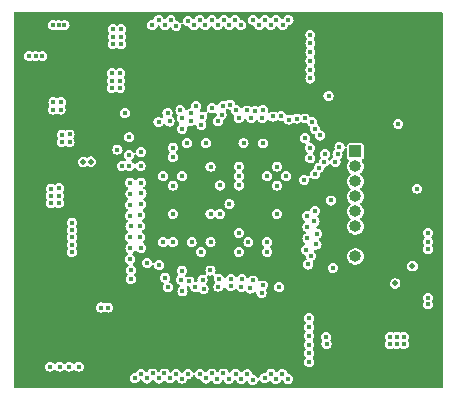
<source format=gbr>
%TF.GenerationSoftware,KiCad,Pcbnew,8.0.4-8.0.4-0~ubuntu20.04.1*%
%TF.CreationDate,2024-10-25T22:34:00+02:00*%
%TF.ProjectId,home_auto,686f6d65-5f61-4757-946f-2e6b69636164,rev?*%
%TF.SameCoordinates,Original*%
%TF.FileFunction,Copper,L5,Inr*%
%TF.FilePolarity,Positive*%
%FSLAX46Y46*%
G04 Gerber Fmt 4.6, Leading zero omitted, Abs format (unit mm)*
G04 Created by KiCad (PCBNEW 8.0.4-8.0.4-0~ubuntu20.04.1) date 2024-10-25 22:34:00*
%MOMM*%
%LPD*%
G01*
G04 APERTURE LIST*
%TA.AperFunction,ComponentPad*%
%ADD10O,1.000000X1.000000*%
%TD*%
%TA.AperFunction,ComponentPad*%
%ADD11R,1.000000X1.000000*%
%TD*%
%TA.AperFunction,ViaPad*%
%ADD12C,0.450000*%
%TD*%
%TA.AperFunction,ViaPad*%
%ADD13C,0.500000*%
%TD*%
G04 APERTURE END LIST*
D10*
%TO.N,/FPGA_machX05/FTDI/NX_TCK*%
%TO.C,J13*%
X102650000Y-103540000D03*
%TO.N,GND*%
X102650000Y-102270000D03*
%TO.N,/FPGA_machX05/FTDI/NX_TMS*%
X102650000Y-101000000D03*
%TO.N,/FPGA_machX05/FTDI/JTAG_EN*%
X102650000Y-99730000D03*
%TO.N,unconnected-(J13-Pin_4-Pad4)*%
X102650000Y-98460000D03*
%TO.N,/FPGA_machX05/FTDI/NX_TDI*%
X102650000Y-97190000D03*
%TO.N,/FPGA_machX05/FTDI/NX_TDO*%
X102650000Y-95920000D03*
D11*
%TO.N,+3V3_BANK*%
X102650000Y-94650000D03*
%TD*%
D12*
%TO.N,+3V3_BANK*%
X83110000Y-91400000D03*
%TO.N,GND*%
X98670000Y-106750000D03*
X106510000Y-89430000D03*
X106510000Y-88430000D03*
X106510000Y-87430000D03*
X106510000Y-86430000D03*
X106510000Y-85430000D03*
X106510000Y-84430000D03*
X105510000Y-89430000D03*
X105510000Y-88430000D03*
X105510000Y-87430000D03*
X105510000Y-86430000D03*
X105510000Y-85430000D03*
X105510000Y-84430000D03*
X104510000Y-108430000D03*
X104510000Y-89430000D03*
X104510000Y-88430000D03*
X104510000Y-87430000D03*
X104510000Y-86430000D03*
X104510000Y-85430000D03*
X104510000Y-84430000D03*
X103510000Y-89430000D03*
X103510000Y-88430000D03*
X103510000Y-87430000D03*
X103510000Y-86430000D03*
X103510000Y-85430000D03*
X103510000Y-84430000D03*
X102510000Y-88430000D03*
X102510000Y-87430000D03*
X102510000Y-86430000D03*
X102510000Y-85430000D03*
X102510000Y-84430000D03*
X101510000Y-87430000D03*
X101510000Y-86430000D03*
X101510000Y-85430000D03*
X101510000Y-84430000D03*
X100510000Y-86430000D03*
X100510000Y-85430000D03*
X100510000Y-84430000D03*
X99510000Y-87430000D03*
X99510000Y-86430000D03*
X99510000Y-85430000D03*
X99510000Y-84430000D03*
X82510000Y-109430000D03*
X82510000Y-90430000D03*
X81510000Y-109430000D03*
X81510000Y-108430000D03*
%TO.N,+3V3_BANK*%
X100370000Y-89950000D03*
%TO.N,GND*%
X82650000Y-96660000D03*
X75350000Y-98260000D03*
X87960000Y-89660000D03*
X88930000Y-113920000D03*
%TO.N,/FPGA_machX05/FPGA_GPIO/PWM38*%
X96940000Y-113890000D03*
%TO.N,/FPGA_machX05/FPGA_GPIO/PWM32*%
X95490000Y-113460000D03*
%TO.N,/FPGA_machX05/FPGA_GPIO/PWM30*%
X94950000Y-113860000D03*
%TO.N,GND*%
X94470000Y-113450000D03*
%TO.N,+1V8*%
X82736153Y-88016743D03*
X82030000Y-89286743D03*
X82030000Y-88030000D03*
X82030000Y-88658480D03*
X82736153Y-89273486D03*
X82736153Y-88645223D03*
X78640000Y-103180667D03*
X78640000Y-102551798D03*
X78640000Y-101930000D03*
X78640000Y-101302435D03*
X78640000Y-100673564D03*
%TO.N,+3V3*%
X82090000Y-84313257D03*
X82090000Y-85570000D03*
X82090000Y-84941737D03*
X82796153Y-85556743D03*
X82796153Y-84928480D03*
X82796153Y-84300000D03*
X77698940Y-90488872D03*
X77685330Y-91110180D03*
X77056329Y-91108854D03*
X77070000Y-90480000D03*
%TO.N,+1V8_BANK*%
X76850000Y-97793236D03*
X76850000Y-99050000D03*
X76850000Y-98421618D03*
X77537928Y-99028382D03*
X77537928Y-98400000D03*
X77537928Y-97771618D03*
%TO.N,VCC_AUX*%
X81690000Y-107870000D03*
X81110000Y-107870000D03*
D13*
%TO.N,VCC_AUXA*%
X80250000Y-95510000D03*
X79590000Y-95540000D03*
D12*
%TO.N,+5V*%
X108790000Y-101550000D03*
X108790000Y-102290000D03*
X108790000Y-102940000D03*
X108790000Y-107040000D03*
X108790000Y-107600000D03*
X98830000Y-86250000D03*
X98830000Y-88470000D03*
X98830000Y-86990000D03*
X98830000Y-85510000D03*
X98830000Y-87730000D03*
X98830000Y-84770000D03*
X98730000Y-112480000D03*
X98730000Y-111740000D03*
X98730000Y-111000000D03*
X98730000Y-110260000D03*
X98730000Y-109520000D03*
X98730000Y-108780000D03*
%TO.N,+1V0*%
X106750000Y-110950000D03*
X106760000Y-110330000D03*
X106170000Y-110330000D03*
X106160000Y-110950000D03*
X105570000Y-110950000D03*
X105580000Y-110330000D03*
X100200000Y-110950000D03*
X100180000Y-110330000D03*
%TO.N,GND*%
X94000000Y-90000000D03*
X95180000Y-95140000D03*
X104975385Y-102325000D03*
X92780000Y-102340000D03*
X97579998Y-104735000D03*
X87980000Y-99930000D03*
X105900000Y-102930000D03*
X87180000Y-96730000D03*
X104975385Y-101720000D03*
X105900000Y-101720000D03*
X90380000Y-95140000D03*
X95180000Y-99930000D03*
X106824615Y-101115000D03*
X107749230Y-100510000D03*
X107749230Y-102325000D03*
X87980000Y-97530000D03*
X106824615Y-101720000D03*
X95980000Y-96740000D03*
X98015188Y-92389120D03*
X85225000Y-105250000D03*
X104975385Y-100510000D03*
X107749230Y-101115000D03*
X104050770Y-102325000D03*
X104050770Y-100510000D03*
X92780000Y-95135000D03*
X94380000Y-102330000D03*
X91180000Y-99140000D03*
X105900000Y-101115000D03*
X106824615Y-102930000D03*
X96780000Y-97530000D03*
X105900000Y-100510000D03*
X104050770Y-101720000D03*
X90380000Y-99130000D03*
X107749230Y-101720000D03*
X91180000Y-98340000D03*
X105900000Y-102325000D03*
X85075000Y-92375000D03*
X106824615Y-102325000D03*
X104050770Y-102930000D03*
X106824615Y-100510000D03*
X107749230Y-102930000D03*
X104050770Y-101115000D03*
X87980000Y-95130000D03*
X104975385Y-102930000D03*
X89580000Y-102340000D03*
X90380000Y-103130000D03*
X104975385Y-101115000D03*
X95134525Y-105256969D03*
X87980000Y-102340000D03*
%TO.N,+5V*%
X76130000Y-86580000D03*
X77050000Y-83960000D03*
X75570000Y-86580000D03*
X78010000Y-83970000D03*
X75020000Y-86580000D03*
X77530000Y-83950000D03*
X77610000Y-112869998D03*
X78420000Y-112869998D03*
X76800000Y-112869998D03*
X79230000Y-112869998D03*
D13*
%TO.N,Net-(PS1-BOOT)*%
X107474000Y-104362024D03*
%TO.N,Net-(PS1-SW)*%
X106000000Y-105825000D03*
D12*
%TO.N,+1V0*%
X106280000Y-92310000D03*
X95180000Y-96740000D03*
X91180000Y-99930000D03*
X82873860Y-95858413D03*
X82501000Y-94490000D03*
X90380000Y-99930000D03*
X87980000Y-96730000D03*
%TO.N,VCC_AUXA*%
X90380000Y-95940000D03*
X91180000Y-97530000D03*
%TO.N,VCC_AUX*%
X92780000Y-101530000D03*
X91980000Y-99130000D03*
X88780000Y-102340000D03*
X92780000Y-95930000D03*
X100550000Y-98800000D03*
%TO.N,VCC_ADC*%
X100740000Y-104500000D03*
X95180000Y-103140000D03*
%TO.N,Net-(PS1-EN)*%
X107850000Y-97800000D03*
%TO.N,/FPGA_machX05/FPGA_GPIO/PWM73*%
X96975000Y-83550000D03*
X100958608Y-95526399D03*
%TO.N,/FPGA_machX05/FPGA_GPIO/PWM22*%
X83490000Y-94950000D03*
%TO.N,/FPGA_machX05/FPGA_GPIO/PWM7*%
X86945122Y-113867887D03*
X84500000Y-102810000D03*
%TO.N,/FPGA_machX05/FPGA_GPIO/PWM35*%
X99400000Y-101600000D03*
%TO.N,/FPGA_machX05/FPGA_GPIO/PWM50*%
X97660000Y-91870000D03*
%TO.N,/FPGA_machX05/FPGA_GPIO/PWM48*%
X98981000Y-92133843D03*
%TO.N,/FPGA_machX05/FPGA_GPIO/PWM64*%
X88700000Y-92100000D03*
%TO.N,/FPGA_machX05/FPGA_GPIO/PWM30*%
X98650000Y-104220000D03*
%TO.N,/FPGA_machX05/FPGA_GPIO/PWM28*%
X87175000Y-94325000D03*
%TO.N,/FPGA_machX05/FPGA_GPIO/PWM58*%
X91310736Y-91523861D03*
%TO.N,/FPGA_machX05/FPGA_GPIO/PWM54*%
X92777033Y-91822015D03*
%TO.N,/FPGA_machX05/FPGA_GPIO/PWM0*%
X83625000Y-105450000D03*
%TO.N,/FPGA_machX05/FPGA_GPIO/PWM29*%
X86525000Y-83950000D03*
X87180000Y-95135000D03*
%TO.N,/FPGA_machX05/FPGA_GPIO/PWM6*%
X83590000Y-102860000D03*
%TO.N,/FPGA_machX05/FPGA_GPIO/PWM55*%
X93479892Y-91178240D03*
X91975000Y-83950000D03*
%TO.N,/FPGA_machX05/FPGA_GPIO/PWM53*%
X94175000Y-91250000D03*
X92442769Y-83550000D03*
%TO.N,/FPGA_machX05/FPGA_GPIO/PWM37*%
X99180000Y-100580000D03*
%TO.N,/FPGA_machX05/FPGA_GPIO/PWM66*%
X87975000Y-92725000D03*
%TO.N,/FPGA_machX05/FPGA_GPIO/PWM32*%
X98490000Y-102970000D03*
%TO.N,/FPGA_machX05/FPGA_GPIO/PWM39*%
X99234871Y-99681178D03*
%TO.N,/FPGA_machX05/FPGA_GPIO/PWM5*%
X88475006Y-113475000D03*
X86370000Y-102330000D03*
%TO.N,/FPGA_machX05/FPGA_GPIO/PWM20*%
X83502755Y-95870000D03*
%TO.N,/FPGA_machX05/FPGA_GPIO/PWM67*%
X88975000Y-83950000D03*
X89130415Y-90825247D03*
%TO.N,/FPGA_machX05/FPGA_GPIO/PWM3*%
X87475000Y-113500002D03*
X85024000Y-104080539D03*
%TO.N,/FPGA_machX05/FPGA_GPIO/PWM43*%
X95475000Y-83950000D03*
X98828237Y-95236495D03*
%TO.N,/FPGA_machX05/FPGA_GPIO/PWM27*%
X86738241Y-91397193D03*
X87475000Y-84010000D03*
%TO.N,/FPGA_machX05/FPGA_GPIO/PWM21*%
X84460000Y-95870000D03*
X85450000Y-83950000D03*
%TO.N,/FPGA_machX05/FPGA_GPIO/PWM8*%
X83550000Y-101920000D03*
%TO.N,/FPGA_machX05/FPGA_GPIO/PWM47*%
X98366642Y-91849944D03*
X94500000Y-83950000D03*
%TO.N,/FPGA_machX05/FPGA_GPIO/PWM25*%
X87000000Y-83550000D03*
X85975000Y-92150000D03*
%TO.N,/FPGA_machX05/FPGA_GPIO/PWM24*%
X83492410Y-93457402D03*
%TO.N,/FPGA_machX05/FPGA_GPIO/PWM26*%
X86908673Y-92115266D03*
%TO.N,/FPGA_machX05/FPGA_GPIO/PWM60*%
X90475000Y-91000000D03*
%TO.N,/FPGA_machX05/FPGA_GPIO/PWM61*%
X91014789Y-92100630D03*
X90475000Y-83550000D03*
%TO.N,/FPGA_machX05/FPGA_GPIO/PWM68*%
X87825000Y-91150000D03*
%TO.N,/FPGA_machX05/FPGA_GPIO/PWM33*%
X99350000Y-102530000D03*
%TO.N,/FPGA_machX05/FPGA_GPIO/PWM70*%
X101130818Y-94904183D03*
%TO.N,/FPGA_machX05/FPGA_GPIO/PWM23*%
X84488295Y-94682784D03*
X85975000Y-83550000D03*
%TO.N,/FPGA_machX05/FPGA_GPIO/PWM49*%
X93981676Y-83550000D03*
X97020916Y-91960334D03*
%TO.N,/FPGA_machX05/FPGA_GPIO/PWM40*%
X99977577Y-95572179D03*
%TO.N,/FPGA_machX05/FPGA_GPIO/PWM69*%
X88450001Y-83599998D03*
X87952216Y-91830019D03*
%TO.N,/FPGA_machX05/FPGA_GPIO/PWM51*%
X96368785Y-91657535D03*
X92950000Y-83950000D03*
%TO.N,/FPGA_machX05/FPGA_GPIO/PWM11*%
X84387504Y-100970000D03*
X86000000Y-113875000D03*
%TO.N,/FPGA_machX05/FTDI/NX_TDO*%
X92790000Y-96730000D03*
%TO.N,/FPGA_machX05/FPGA_GPIO/PWM9*%
X84438230Y-101890000D03*
X86475002Y-113449998D03*
%TO.N,/FPGA_machX05/FPGA_GPIO/PWM36*%
X96470000Y-113470000D03*
X98584127Y-101044021D03*
%TO.N,/FPGA_machX05/FTDI/NX_TCK*%
X92770000Y-97530000D03*
%TO.N,/FPGA_machX05/FPGA_GPIO/PWM31*%
X98870000Y-103490000D03*
%TO.N,/FPGA_machX05/FPGA_GPIO/PWM65*%
X89450000Y-83550000D03*
X88749000Y-91416976D03*
%TO.N,/FPGA_machX05/FPGA_GPIO/PWM45*%
X95000000Y-83550000D03*
X98824996Y-94335000D03*
%TO.N,/FPGA_machX05/FPGA_GPIO/PWM52*%
X94800000Y-91150000D03*
%TO.N,/FPGA_machX05/FPGA_GPIO/PWM44*%
X99650000Y-93300000D03*
%TO.N,/FPGA_machX05/FPGA_GPIO/PWM57*%
X92534779Y-91161006D03*
X91500000Y-83550000D03*
%TO.N,/FPGA_machX05/FPGA_GPIO/PWM46*%
X99225000Y-92725000D03*
%TO.N,/FPGA_machX05/FPGA_GPIO/PWM62*%
X89605292Y-92398296D03*
%TO.N,/FPGA_machX05/FPGA_GPIO/PWM34*%
X98580000Y-102010000D03*
X95896767Y-113939776D03*
%TO.N,/FPGA_machX05/FPGA_GPIO/PWM56*%
X92060369Y-90682088D03*
%TO.N,/FPGA_machX05/FPGA_GPIO/PWM63*%
X89938284Y-83950000D03*
X89683452Y-91698645D03*
%TO.N,/FPGA_machX05/FPGA_GPIO/PWM59*%
X91421864Y-90773459D03*
X90975000Y-83950000D03*
%TO.N,/FPGA_machX05/FPGA_GPIO/PWM38*%
X98560000Y-100110000D03*
%TO.N,/FPGA_machX05/FPGA_GPIO/PWM12*%
X83570000Y-100080000D03*
%TO.N,/FPGA_machX05/FPGA_GPIO/PWM42*%
X99553371Y-96036607D03*
%TO.N,/FPGA_machX05/FPGA_GPIO/PWM4*%
X83580000Y-103780000D03*
%TO.N,/FPGA_machX05/FPGA_GPIO/PWM41*%
X95950000Y-83550000D03*
X99220000Y-96570000D03*
%TO.N,/FPGA_machX05/FPGA_GPIO/PWM1*%
X86032495Y-104282505D03*
X87978808Y-113876595D03*
%TO.N,/FPGA_machX05/FPGA_GPIO/PWM2*%
X83650000Y-104705270D03*
%TO.N,/FPGA_machX05/FPGA_GPIO/PWM15*%
X84490000Y-99130000D03*
X85000000Y-113875000D03*
%TO.N,/FPGA_machX05/FPGA_GPIO/PWM16*%
X83599404Y-98235000D03*
%TO.N,/FPGA_machX05/FPGA_GPIO/PWM17*%
X84500000Y-113475000D03*
X84529277Y-98210000D03*
%TO.N,+1V8_BANK*%
X93580000Y-102340000D03*
X92780000Y-103140000D03*
X89580000Y-103140000D03*
X90380000Y-102340000D03*
X96190000Y-106150000D03*
%TO.N,/FPGA_machX05/FPGA_GPIO/PWM18*%
X83975000Y-113850000D03*
X84470000Y-97290000D03*
%TO.N,/FPGA_machX05/FPGA_GPIO/PWM19*%
X83571256Y-97284448D03*
%TO.N,/FPGA_machX05/FPGA_GPIO/PWM13*%
X85475000Y-113450000D03*
X84419463Y-100050000D03*
%TO.N,/FPGA_machX05/FPGA_GPIO/PWM14*%
X83540000Y-99155000D03*
%TO.N,/FPGA_machX05/FPGA_GPIO/PWM10*%
X83610000Y-101000000D03*
%TO.N,+3V3_BANK*%
X89980000Y-93940000D03*
X95180000Y-102330000D03*
X95980000Y-99930000D03*
X94810000Y-93970000D03*
X77780000Y-93220000D03*
X87180000Y-102330000D03*
X95980000Y-97540000D03*
X87180000Y-97540000D03*
X78440000Y-93860000D03*
X86380000Y-96740000D03*
X96780000Y-96740000D03*
X78440000Y-93210000D03*
X88380000Y-93940000D03*
X87180000Y-99930000D03*
X77790000Y-93850000D03*
X93170000Y-93950000D03*
%TO.N,/FPGA_machX05/FPGA_GPIO/PWM72*%
X101296169Y-94297303D03*
%TO.N,/FPGA_machX05/FPGA_GPIO/dim_sw8_P*%
X93950000Y-105575000D03*
X93950000Y-113975000D03*
%TO.N,/FPGA_machX05/FPGA_GPIO/dim_sw5_N*%
X91068000Y-105431332D03*
%TO.N,/FPGA_machX05/FPGA_GPIO/dim_sw7_N*%
X93000000Y-106125000D03*
%TO.N,/FPGA_machX05/FPGA_GPIO/dim_sw6_N*%
X92975000Y-113900000D03*
X92070308Y-106072676D03*
%TO.N,/FPGA_machX05/FPGA_GPIO/dim_sw8_N*%
X93475000Y-113500000D03*
X93752879Y-106250843D03*
%TO.N,/FPGA_machX05/FPGA_GPIO/dim_sw9_N*%
X94700000Y-106625000D03*
%TO.N,/FPGA_machX05/FPGA_GPIO/dim_sw4_N*%
X91925000Y-113900000D03*
X90375000Y-104725000D03*
%TO.N,/FPGA_machX05/FPGA_GPIO/dim_sw7_P*%
X93025000Y-105475000D03*
%TO.N,/FPGA_machX05/FPGA_GPIO/dim_sw9_P*%
X94800000Y-106000000D03*
%TO.N,/FPGA_machX05/FPGA_GPIO/dim_sw6_P*%
X92500000Y-113475000D03*
X92120911Y-105440835D03*
%TO.N,/FPGA_machX05/FPGA_GPIO/dim_sw1_N*%
X88000000Y-106500000D03*
%TO.N,/FPGA_machX05/FPGA_GPIO/dim_sw0_P*%
X86523560Y-105333567D03*
X89975000Y-113875000D03*
%TO.N,/FPGA_machX05/FPGA_GPIO/dim_sw0_N*%
X87875000Y-105500000D03*
%TO.N,/FPGA_machX05/FPGA_GPIO/dim_sw3_N*%
X89786262Y-106302312D03*
%TO.N,/FPGA_machX05/FPGA_GPIO/dim_sw3_P*%
X89101298Y-106139697D03*
%TO.N,/FPGA_machX05/FPGA_GPIO/dim_sw2_P*%
X90475000Y-113450000D03*
X87980009Y-104735018D03*
%TO.N,/FPGA_machX05/FPGA_GPIO/dim_sw1_P*%
X86775000Y-106149998D03*
X89475000Y-113475000D03*
%TO.N,/FPGA_machX05/FPGA_GPIO/dim_sw2_N*%
X88592474Y-105653160D03*
X90925000Y-113900000D03*
%TO.N,/FPGA_machX05/FPGA_GPIO/dim_sw5_P*%
X91050000Y-106100000D03*
%TO.N,/FPGA_machX05/FPGA_GPIO/dim_sw4_P*%
X89700928Y-105508024D03*
X91475000Y-113450000D03*
%TO.N,/FPGA_machX05/FPGA_GPIO/PWM71*%
X96475000Y-83950000D03*
X100050000Y-94875000D03*
%TO.N,/FPGA_machX05/FTDI/NX_TDI*%
X98310000Y-97060000D03*
%TO.N,/FPGA_machX05/FTDI/JTAG_EN*%
X98350000Y-93540000D03*
%TO.N,/FPGA_machX05/FTDI/NX_TMS*%
X95980000Y-95935000D03*
%TO.N,/FPGA_machX05/FTDI/PROGRAMN*%
X94765973Y-91841368D03*
%TO.N,/FPGA_machX05/FTDI/DONE*%
X93825033Y-91805948D03*
%TO.N,/FPGA_machX05/FTDI/INIT*%
X95698360Y-91693096D03*
%TD*%
%TA.AperFunction,Conductor*%
%TO.N,GND*%
G36*
X85974217Y-82886115D02*
G01*
X85996041Y-82876523D01*
X86011934Y-82875500D01*
X86963066Y-82875500D01*
X86999217Y-82886115D01*
X87021041Y-82876523D01*
X87036934Y-82875500D01*
X89413066Y-82875500D01*
X89449217Y-82886115D01*
X89471041Y-82876523D01*
X89486934Y-82875500D01*
X90438066Y-82875500D01*
X90474217Y-82886115D01*
X90496041Y-82876523D01*
X90511934Y-82875500D01*
X91463066Y-82875500D01*
X91499217Y-82886115D01*
X91521041Y-82876523D01*
X91536934Y-82875500D01*
X92405835Y-82875500D01*
X92441986Y-82886115D01*
X92463810Y-82876523D01*
X92479703Y-82875500D01*
X93944742Y-82875500D01*
X93980893Y-82886115D01*
X94002717Y-82876523D01*
X94018610Y-82875500D01*
X94963066Y-82875500D01*
X94999217Y-82886115D01*
X95021041Y-82876523D01*
X95036934Y-82875500D01*
X95913066Y-82875500D01*
X95949217Y-82886115D01*
X95971041Y-82876523D01*
X95986934Y-82875500D01*
X96938066Y-82875500D01*
X96974217Y-82886115D01*
X96996041Y-82876523D01*
X97011934Y-82875500D01*
X109975500Y-82875500D01*
X110042539Y-82895185D01*
X110088294Y-82947989D01*
X110099500Y-82999500D01*
X110099500Y-114540500D01*
X110079815Y-114607539D01*
X110027011Y-114653294D01*
X109975500Y-114664500D01*
X73824500Y-114664500D01*
X73757461Y-114644815D01*
X73711706Y-114592011D01*
X73700500Y-114540500D01*
X73700500Y-113849997D01*
X83544196Y-113849997D01*
X83544196Y-113850002D01*
X83565279Y-113983121D01*
X83565280Y-113983124D01*
X83565281Y-113983126D01*
X83626472Y-114103220D01*
X83626473Y-114103221D01*
X83626476Y-114103225D01*
X83721774Y-114198523D01*
X83721778Y-114198526D01*
X83721780Y-114198528D01*
X83841874Y-114259719D01*
X83841876Y-114259719D01*
X83841878Y-114259720D01*
X83974998Y-114280804D01*
X83975000Y-114280804D01*
X83975002Y-114280804D01*
X84108121Y-114259720D01*
X84108121Y-114259719D01*
X84108126Y-114259719D01*
X84228220Y-114198528D01*
X84323528Y-114103220D01*
X84370648Y-114010741D01*
X84418619Y-113959949D01*
X84486439Y-113943153D01*
X84552574Y-113965690D01*
X84591614Y-114010743D01*
X84651472Y-114128220D01*
X84651474Y-114128222D01*
X84651476Y-114128225D01*
X84746774Y-114223523D01*
X84746778Y-114223526D01*
X84746780Y-114223528D01*
X84866874Y-114284719D01*
X84866876Y-114284719D01*
X84866878Y-114284720D01*
X84999998Y-114305804D01*
X85000000Y-114305804D01*
X85000002Y-114305804D01*
X85133121Y-114284720D01*
X85133121Y-114284719D01*
X85133126Y-114284719D01*
X85253220Y-114223528D01*
X85348528Y-114128220D01*
X85389516Y-114047775D01*
X85437489Y-113996981D01*
X85505310Y-113980186D01*
X85571445Y-114002723D01*
X85610483Y-114047774D01*
X85651472Y-114128220D01*
X85651473Y-114128221D01*
X85651476Y-114128225D01*
X85746774Y-114223523D01*
X85746778Y-114223526D01*
X85746780Y-114223528D01*
X85866874Y-114284719D01*
X85866876Y-114284719D01*
X85866878Y-114284720D01*
X85999998Y-114305804D01*
X86000000Y-114305804D01*
X86000002Y-114305804D01*
X86133121Y-114284720D01*
X86133121Y-114284719D01*
X86133126Y-114284719D01*
X86253220Y-114223528D01*
X86348528Y-114128220D01*
X86363889Y-114098071D01*
X86411861Y-114047277D01*
X86479682Y-114030481D01*
X86545817Y-114053018D01*
X86584856Y-114098071D01*
X86596593Y-114121105D01*
X86596598Y-114121112D01*
X86691896Y-114216410D01*
X86691900Y-114216413D01*
X86691902Y-114216415D01*
X86811996Y-114277606D01*
X86811998Y-114277606D01*
X86812000Y-114277607D01*
X86945120Y-114298691D01*
X86945122Y-114298691D01*
X86945124Y-114298691D01*
X87078243Y-114277607D01*
X87078243Y-114277606D01*
X87078248Y-114277606D01*
X87198342Y-114216415D01*
X87293650Y-114121107D01*
X87349262Y-114011961D01*
X87397235Y-113961166D01*
X87465056Y-113944371D01*
X87531191Y-113966908D01*
X87570230Y-114011961D01*
X87630280Y-114129815D01*
X87630282Y-114129817D01*
X87630284Y-114129820D01*
X87725582Y-114225118D01*
X87725586Y-114225121D01*
X87725588Y-114225123D01*
X87845682Y-114286314D01*
X87845684Y-114286314D01*
X87845686Y-114286315D01*
X87978806Y-114307399D01*
X87978808Y-114307399D01*
X87978810Y-114307399D01*
X88111929Y-114286315D01*
X88111929Y-114286314D01*
X88111934Y-114286314D01*
X88232028Y-114225123D01*
X88327336Y-114129815D01*
X88388527Y-114009721D01*
X88389090Y-114006162D01*
X88390974Y-114002188D01*
X88391544Y-114000436D01*
X88391770Y-114000509D01*
X88419018Y-113943029D01*
X88478328Y-113906096D01*
X88492167Y-113903086D01*
X88608127Y-113884720D01*
X88608127Y-113884719D01*
X88608132Y-113884719D01*
X88728226Y-113823528D01*
X88823534Y-113728220D01*
X88864519Y-113647781D01*
X88912492Y-113596986D01*
X88980313Y-113580191D01*
X89046448Y-113602728D01*
X89085486Y-113647780D01*
X89120691Y-113716874D01*
X89126471Y-113728218D01*
X89126476Y-113728225D01*
X89221774Y-113823523D01*
X89221778Y-113823526D01*
X89221780Y-113823528D01*
X89341874Y-113884719D01*
X89341876Y-113884719D01*
X89341878Y-113884720D01*
X89461997Y-113903745D01*
X89525132Y-113933674D01*
X89562064Y-113992985D01*
X89565073Y-114006815D01*
X89565281Y-114008126D01*
X89626472Y-114128220D01*
X89626473Y-114128221D01*
X89626476Y-114128225D01*
X89721774Y-114223523D01*
X89721778Y-114223526D01*
X89721780Y-114223528D01*
X89841874Y-114284719D01*
X89841876Y-114284719D01*
X89841878Y-114284720D01*
X89974998Y-114305804D01*
X89975000Y-114305804D01*
X89975002Y-114305804D01*
X90108121Y-114284720D01*
X90108121Y-114284719D01*
X90108126Y-114284719D01*
X90228220Y-114223528D01*
X90323528Y-114128220D01*
X90333146Y-114109341D01*
X90381116Y-114058548D01*
X90448936Y-114041751D01*
X90515072Y-114064286D01*
X90554114Y-114109341D01*
X90576471Y-114153218D01*
X90576476Y-114153225D01*
X90671774Y-114248523D01*
X90671778Y-114248526D01*
X90671780Y-114248528D01*
X90791874Y-114309719D01*
X90791876Y-114309719D01*
X90791878Y-114309720D01*
X90924998Y-114330804D01*
X90925000Y-114330804D01*
X90925002Y-114330804D01*
X91058121Y-114309720D01*
X91058121Y-114309719D01*
X91058126Y-114309719D01*
X91178220Y-114248528D01*
X91273528Y-114153220D01*
X91314516Y-114072775D01*
X91362489Y-114021981D01*
X91430310Y-114005186D01*
X91496445Y-114027723D01*
X91535483Y-114072774D01*
X91576471Y-114153218D01*
X91576473Y-114153221D01*
X91576476Y-114153225D01*
X91671774Y-114248523D01*
X91671778Y-114248526D01*
X91671780Y-114248528D01*
X91791874Y-114309719D01*
X91791876Y-114309719D01*
X91791878Y-114309720D01*
X91924998Y-114330804D01*
X91925000Y-114330804D01*
X91925002Y-114330804D01*
X92058121Y-114309720D01*
X92058121Y-114309719D01*
X92058126Y-114309719D01*
X92178220Y-114248528D01*
X92273528Y-114153220D01*
X92334719Y-114033126D01*
X92334719Y-114033123D01*
X92339149Y-114024430D01*
X92342444Y-114026109D01*
X92371492Y-113983616D01*
X92435847Y-113956408D01*
X92504695Y-113968312D01*
X92556178Y-114015549D01*
X92560350Y-114024685D01*
X92560851Y-114024430D01*
X92565280Y-114033123D01*
X92565281Y-114033126D01*
X92626471Y-114153218D01*
X92626473Y-114153221D01*
X92626476Y-114153225D01*
X92721774Y-114248523D01*
X92721778Y-114248526D01*
X92721780Y-114248528D01*
X92841874Y-114309719D01*
X92841876Y-114309719D01*
X92841878Y-114309720D01*
X92974998Y-114330804D01*
X92975000Y-114330804D01*
X92975002Y-114330804D01*
X93108121Y-114309720D01*
X93108121Y-114309719D01*
X93108126Y-114309719D01*
X93228220Y-114248528D01*
X93323528Y-114153220D01*
X93332909Y-114134808D01*
X93380878Y-114084015D01*
X93448698Y-114067218D01*
X93514834Y-114089753D01*
X93553876Y-114134808D01*
X93601472Y-114228220D01*
X93601474Y-114228222D01*
X93601476Y-114228225D01*
X93696774Y-114323523D01*
X93696778Y-114323526D01*
X93696780Y-114323528D01*
X93816874Y-114384719D01*
X93816876Y-114384719D01*
X93816878Y-114384720D01*
X93949998Y-114405804D01*
X93950000Y-114405804D01*
X93950002Y-114405804D01*
X94083121Y-114384720D01*
X94083121Y-114384719D01*
X94083126Y-114384719D01*
X94203220Y-114323528D01*
X94298528Y-114228220D01*
X94359719Y-114108126D01*
X94359720Y-114108118D01*
X94360335Y-114106228D01*
X94361709Y-114104218D01*
X94364149Y-114099430D01*
X94364767Y-114099745D01*
X94399773Y-114048553D01*
X94464132Y-114021355D01*
X94532978Y-114033270D01*
X94584454Y-114080514D01*
X94588746Y-114088245D01*
X94599496Y-114109341D01*
X94601471Y-114113218D01*
X94601476Y-114113225D01*
X94696774Y-114208523D01*
X94696778Y-114208526D01*
X94696780Y-114208528D01*
X94816874Y-114269719D01*
X94816876Y-114269719D01*
X94816878Y-114269720D01*
X94949998Y-114290804D01*
X94950000Y-114290804D01*
X94950002Y-114290804D01*
X95083121Y-114269720D01*
X95083121Y-114269719D01*
X95083126Y-114269719D01*
X95203220Y-114208528D01*
X95298528Y-114113220D01*
X95298531Y-114113212D01*
X95302469Y-114107794D01*
X95357796Y-114065125D01*
X95427409Y-114059141D01*
X95489206Y-114091743D01*
X95513274Y-114124375D01*
X95548239Y-114192996D01*
X95548241Y-114192998D01*
X95548243Y-114193001D01*
X95643541Y-114288299D01*
X95643545Y-114288302D01*
X95643547Y-114288304D01*
X95763641Y-114349495D01*
X95763643Y-114349495D01*
X95763645Y-114349496D01*
X95896765Y-114370580D01*
X95896767Y-114370580D01*
X95896769Y-114370580D01*
X96029888Y-114349496D01*
X96029888Y-114349495D01*
X96029893Y-114349495D01*
X96149987Y-114288304D01*
X96245295Y-114192996D01*
X96306486Y-114072902D01*
X96306486Y-114072897D01*
X96306488Y-114072895D01*
X96309504Y-114063616D01*
X96311771Y-114064352D01*
X96335783Y-114013677D01*
X96395088Y-113976735D01*
X96464951Y-113977720D01*
X96523190Y-114016319D01*
X96538825Y-114039896D01*
X96591472Y-114143220D01*
X96591474Y-114143222D01*
X96591476Y-114143225D01*
X96686774Y-114238523D01*
X96686778Y-114238526D01*
X96686780Y-114238528D01*
X96806874Y-114299719D01*
X96806876Y-114299719D01*
X96806878Y-114299720D01*
X96939998Y-114320804D01*
X96940000Y-114320804D01*
X96940002Y-114320804D01*
X97073121Y-114299720D01*
X97073121Y-114299719D01*
X97073126Y-114299719D01*
X97193220Y-114238528D01*
X97288528Y-114143220D01*
X97349719Y-114023126D01*
X97349720Y-114023121D01*
X97370804Y-113890002D01*
X97370804Y-113889997D01*
X97349720Y-113756878D01*
X97349719Y-113756876D01*
X97349719Y-113756874D01*
X97288528Y-113636780D01*
X97288526Y-113636778D01*
X97288523Y-113636774D01*
X97193225Y-113541476D01*
X97193221Y-113541473D01*
X97193220Y-113541472D01*
X97073126Y-113480281D01*
X97073124Y-113480280D01*
X97073121Y-113480279D01*
X96987022Y-113466643D01*
X96923888Y-113436714D01*
X96886956Y-113377403D01*
X96883946Y-113363566D01*
X96883030Y-113357781D01*
X96879719Y-113336874D01*
X96818528Y-113216780D01*
X96818526Y-113216778D01*
X96818523Y-113216774D01*
X96723225Y-113121476D01*
X96723221Y-113121473D01*
X96723220Y-113121472D01*
X96603126Y-113060281D01*
X96603124Y-113060280D01*
X96603121Y-113060279D01*
X96470002Y-113039196D01*
X96469998Y-113039196D01*
X96336878Y-113060279D01*
X96216778Y-113121473D01*
X96216774Y-113121476D01*
X96121476Y-113216774D01*
X96121471Y-113216781D01*
X96093031Y-113272597D01*
X96045056Y-113323393D01*
X95977235Y-113340187D01*
X95911100Y-113317649D01*
X95872063Y-113272597D01*
X95838528Y-113206780D01*
X95838526Y-113206778D01*
X95838523Y-113206774D01*
X95743225Y-113111476D01*
X95743221Y-113111473D01*
X95743220Y-113111472D01*
X95623126Y-113050281D01*
X95623124Y-113050280D01*
X95623121Y-113050279D01*
X95490002Y-113029196D01*
X95489998Y-113029196D01*
X95356878Y-113050279D01*
X95236778Y-113111473D01*
X95236774Y-113111476D01*
X95141476Y-113206774D01*
X95141474Y-113206778D01*
X95141472Y-113206780D01*
X95135490Y-113218521D01*
X95080279Y-113326876D01*
X95077264Y-113336158D01*
X95075441Y-113335565D01*
X95050707Y-113387734D01*
X94991393Y-113424662D01*
X94958168Y-113429196D01*
X94949998Y-113429196D01*
X94816878Y-113450279D01*
X94816874Y-113450280D01*
X94816874Y-113450281D01*
X94799377Y-113459196D01*
X94696778Y-113511473D01*
X94696774Y-113511476D01*
X94601476Y-113606774D01*
X94601473Y-113606778D01*
X94601472Y-113606780D01*
X94540281Y-113726874D01*
X94540280Y-113726875D01*
X94540278Y-113726881D01*
X94539660Y-113728783D01*
X94538284Y-113730794D01*
X94535851Y-113735570D01*
X94535233Y-113735255D01*
X94500216Y-113786454D01*
X94435854Y-113813645D01*
X94367009Y-113801723D01*
X94315539Y-113754473D01*
X94311262Y-113746773D01*
X94298528Y-113721780D01*
X94298526Y-113721778D01*
X94298523Y-113721774D01*
X94203225Y-113626476D01*
X94203221Y-113626473D01*
X94203220Y-113626472D01*
X94083126Y-113565281D01*
X94083124Y-113565280D01*
X94083121Y-113565279D01*
X94000829Y-113552246D01*
X93937694Y-113522317D01*
X93900762Y-113463006D01*
X93897756Y-113449189D01*
X93884719Y-113366874D01*
X93823528Y-113246780D01*
X93823524Y-113246776D01*
X93823523Y-113246774D01*
X93728225Y-113151476D01*
X93728221Y-113151473D01*
X93728220Y-113151472D01*
X93608126Y-113090281D01*
X93608124Y-113090280D01*
X93608121Y-113090279D01*
X93475002Y-113069196D01*
X93474998Y-113069196D01*
X93341878Y-113090279D01*
X93341874Y-113090280D01*
X93341874Y-113090281D01*
X93280658Y-113121472D01*
X93221778Y-113151473D01*
X93221774Y-113151476D01*
X93126476Y-113246774D01*
X93126472Y-113246779D01*
X93104352Y-113290192D01*
X93056377Y-113340987D01*
X92988555Y-113357781D01*
X92922421Y-113335242D01*
X92883385Y-113290192D01*
X92848528Y-113221780D01*
X92848526Y-113221778D01*
X92848523Y-113221774D01*
X92753225Y-113126476D01*
X92753221Y-113126473D01*
X92753220Y-113126472D01*
X92633126Y-113065281D01*
X92633124Y-113065280D01*
X92633121Y-113065279D01*
X92500002Y-113044196D01*
X92499998Y-113044196D01*
X92366878Y-113065279D01*
X92366874Y-113065280D01*
X92366874Y-113065281D01*
X92317813Y-113090279D01*
X92246778Y-113126473D01*
X92246774Y-113126476D01*
X92151476Y-113221774D01*
X92151474Y-113221778D01*
X92151472Y-113221780D01*
X92106398Y-113310243D01*
X92104354Y-113314255D01*
X92056379Y-113365051D01*
X91988558Y-113381846D01*
X91922423Y-113359308D01*
X91883385Y-113314256D01*
X91823528Y-113196780D01*
X91823524Y-113196776D01*
X91823523Y-113196774D01*
X91728225Y-113101476D01*
X91728221Y-113101473D01*
X91728220Y-113101472D01*
X91608126Y-113040281D01*
X91608124Y-113040280D01*
X91608121Y-113040279D01*
X91475002Y-113019196D01*
X91474998Y-113019196D01*
X91341878Y-113040279D01*
X91221778Y-113101473D01*
X91221774Y-113101476D01*
X91126476Y-113196774D01*
X91126474Y-113196778D01*
X91126472Y-113196780D01*
X91085485Y-113277222D01*
X91037510Y-113328018D01*
X90969689Y-113344813D01*
X90903554Y-113322275D01*
X90864515Y-113277222D01*
X90823528Y-113196780D01*
X90823524Y-113196776D01*
X90823523Y-113196774D01*
X90728225Y-113101476D01*
X90728221Y-113101473D01*
X90728220Y-113101472D01*
X90608126Y-113040281D01*
X90608124Y-113040280D01*
X90608121Y-113040279D01*
X90475002Y-113019196D01*
X90474998Y-113019196D01*
X90341878Y-113040279D01*
X90221778Y-113101473D01*
X90221774Y-113101476D01*
X90126476Y-113196774D01*
X90126471Y-113196781D01*
X90079114Y-113289723D01*
X90031139Y-113340518D01*
X89963318Y-113357313D01*
X89897183Y-113334775D01*
X89858146Y-113289722D01*
X89823528Y-113221780D01*
X89823525Y-113221777D01*
X89823523Y-113221774D01*
X89728225Y-113126476D01*
X89728221Y-113126473D01*
X89728220Y-113126472D01*
X89608126Y-113065281D01*
X89608124Y-113065280D01*
X89608121Y-113065279D01*
X89475002Y-113044196D01*
X89474998Y-113044196D01*
X89341878Y-113065279D01*
X89341874Y-113065280D01*
X89341874Y-113065281D01*
X89292813Y-113090279D01*
X89221778Y-113126473D01*
X89221774Y-113126476D01*
X89126476Y-113221774D01*
X89126473Y-113221778D01*
X89126472Y-113221780D01*
X89085486Y-113302218D01*
X89037513Y-113353013D01*
X88969693Y-113369808D01*
X88903558Y-113347271D01*
X88864519Y-113302219D01*
X88823534Y-113221780D01*
X88823532Y-113221778D01*
X88823529Y-113221774D01*
X88728231Y-113126476D01*
X88728227Y-113126473D01*
X88728226Y-113126472D01*
X88608132Y-113065281D01*
X88608130Y-113065280D01*
X88608127Y-113065279D01*
X88475008Y-113044196D01*
X88475004Y-113044196D01*
X88341884Y-113065279D01*
X88341880Y-113065280D01*
X88341880Y-113065281D01*
X88292819Y-113090279D01*
X88221784Y-113126473D01*
X88221780Y-113126476D01*
X88126482Y-113221774D01*
X88126477Y-113221781D01*
X88079117Y-113314730D01*
X88031143Y-113365525D01*
X87963322Y-113382320D01*
X87897187Y-113359782D01*
X87858149Y-113314730D01*
X87823528Y-113246782D01*
X87823524Y-113246778D01*
X87823523Y-113246776D01*
X87728225Y-113151478D01*
X87728221Y-113151475D01*
X87728220Y-113151474D01*
X87608126Y-113090283D01*
X87608124Y-113090282D01*
X87608121Y-113090281D01*
X87475002Y-113069198D01*
X87474998Y-113069198D01*
X87341878Y-113090281D01*
X87221778Y-113151475D01*
X87221774Y-113151478D01*
X87126476Y-113246776D01*
X87126471Y-113246783D01*
X87098224Y-113302221D01*
X87050250Y-113353016D01*
X86982429Y-113369811D01*
X86916294Y-113347273D01*
X86877255Y-113302220D01*
X86823530Y-113196778D01*
X86823526Y-113196774D01*
X86823525Y-113196772D01*
X86728227Y-113101474D01*
X86728223Y-113101471D01*
X86728222Y-113101470D01*
X86608128Y-113040279D01*
X86608126Y-113040278D01*
X86608123Y-113040277D01*
X86475004Y-113019194D01*
X86475000Y-113019194D01*
X86341880Y-113040277D01*
X86341876Y-113040278D01*
X86341876Y-113040279D01*
X86322250Y-113050279D01*
X86221780Y-113101471D01*
X86221776Y-113101474D01*
X86126478Y-113196772D01*
X86126473Y-113196779D01*
X86085484Y-113277224D01*
X86037510Y-113328019D01*
X85969688Y-113344814D01*
X85903554Y-113322276D01*
X85864516Y-113277224D01*
X85823528Y-113196780D01*
X85823525Y-113196777D01*
X85823523Y-113196774D01*
X85728225Y-113101476D01*
X85728221Y-113101473D01*
X85728220Y-113101472D01*
X85608126Y-113040281D01*
X85608124Y-113040280D01*
X85608121Y-113040279D01*
X85475002Y-113019196D01*
X85474998Y-113019196D01*
X85341878Y-113040279D01*
X85221778Y-113101473D01*
X85221774Y-113101476D01*
X85126476Y-113196774D01*
X85126471Y-113196781D01*
X85091614Y-113265191D01*
X85043639Y-113315986D01*
X84975818Y-113332781D01*
X84909683Y-113310243D01*
X84870647Y-113265191D01*
X84848528Y-113221780D01*
X84848526Y-113221778D01*
X84848523Y-113221774D01*
X84753225Y-113126476D01*
X84753221Y-113126473D01*
X84753220Y-113126472D01*
X84633126Y-113065281D01*
X84633124Y-113065280D01*
X84633121Y-113065279D01*
X84500002Y-113044196D01*
X84499998Y-113044196D01*
X84366878Y-113065279D01*
X84366874Y-113065280D01*
X84366874Y-113065281D01*
X84317813Y-113090279D01*
X84246778Y-113126473D01*
X84246774Y-113126476D01*
X84151476Y-113221774D01*
X84151474Y-113221778D01*
X84151472Y-113221780D01*
X84092829Y-113336874D01*
X84085851Y-113350569D01*
X84082508Y-113348865D01*
X84053520Y-113391222D01*
X83989150Y-113418394D01*
X83975066Y-113419196D01*
X83974998Y-113419196D01*
X83841878Y-113440279D01*
X83721778Y-113501473D01*
X83721774Y-113501476D01*
X83626476Y-113596774D01*
X83626473Y-113596778D01*
X83565279Y-113716878D01*
X83544196Y-113849997D01*
X73700500Y-113849997D01*
X73700500Y-112869995D01*
X76369196Y-112869995D01*
X76369196Y-112870000D01*
X76390279Y-113003119D01*
X76390280Y-113003122D01*
X76390281Y-113003124D01*
X76451472Y-113123218D01*
X76451473Y-113123219D01*
X76451476Y-113123223D01*
X76546774Y-113218521D01*
X76546778Y-113218524D01*
X76546780Y-113218526D01*
X76666874Y-113279717D01*
X76666876Y-113279717D01*
X76666878Y-113279718D01*
X76799998Y-113300802D01*
X76800000Y-113300802D01*
X76800002Y-113300802D01*
X76933121Y-113279718D01*
X76933121Y-113279717D01*
X76933126Y-113279717D01*
X77053220Y-113218526D01*
X77074974Y-113196772D01*
X77117319Y-113154428D01*
X77178642Y-113120943D01*
X77248334Y-113125927D01*
X77292681Y-113154428D01*
X77356774Y-113218521D01*
X77356778Y-113218524D01*
X77356780Y-113218526D01*
X77476874Y-113279717D01*
X77476876Y-113279717D01*
X77476878Y-113279718D01*
X77609998Y-113300802D01*
X77610000Y-113300802D01*
X77610002Y-113300802D01*
X77743121Y-113279718D01*
X77743121Y-113279717D01*
X77743126Y-113279717D01*
X77863220Y-113218526D01*
X77884974Y-113196772D01*
X77927319Y-113154428D01*
X77988642Y-113120943D01*
X78058334Y-113125927D01*
X78102681Y-113154428D01*
X78166774Y-113218521D01*
X78166778Y-113218524D01*
X78166780Y-113218526D01*
X78286874Y-113279717D01*
X78286876Y-113279717D01*
X78286878Y-113279718D01*
X78419998Y-113300802D01*
X78420000Y-113300802D01*
X78420002Y-113300802D01*
X78553121Y-113279718D01*
X78553121Y-113279717D01*
X78553126Y-113279717D01*
X78673220Y-113218526D01*
X78694974Y-113196772D01*
X78737319Y-113154428D01*
X78798642Y-113120943D01*
X78868334Y-113125927D01*
X78912681Y-113154428D01*
X78976774Y-113218521D01*
X78976778Y-113218524D01*
X78976780Y-113218526D01*
X79096874Y-113279717D01*
X79096876Y-113279717D01*
X79096878Y-113279718D01*
X79229998Y-113300802D01*
X79230000Y-113300802D01*
X79230002Y-113300802D01*
X79363121Y-113279718D01*
X79363121Y-113279717D01*
X79363126Y-113279717D01*
X79483220Y-113218526D01*
X79578528Y-113123218D01*
X79639719Y-113003124D01*
X79654341Y-112910804D01*
X79660804Y-112870000D01*
X79660804Y-112869995D01*
X79639720Y-112736876D01*
X79639719Y-112736874D01*
X79639719Y-112736872D01*
X79578528Y-112616778D01*
X79578526Y-112616776D01*
X79578523Y-112616772D01*
X79483225Y-112521474D01*
X79483221Y-112521471D01*
X79483220Y-112521470D01*
X79363126Y-112460279D01*
X79363124Y-112460278D01*
X79363121Y-112460277D01*
X79230002Y-112439194D01*
X79229998Y-112439194D01*
X79096878Y-112460277D01*
X79096874Y-112460278D01*
X79096874Y-112460279D01*
X79016811Y-112501073D01*
X78976778Y-112521471D01*
X78976774Y-112521474D01*
X78912681Y-112585568D01*
X78851358Y-112619053D01*
X78781666Y-112614069D01*
X78737319Y-112585568D01*
X78673225Y-112521474D01*
X78673221Y-112521471D01*
X78673220Y-112521470D01*
X78553126Y-112460279D01*
X78553124Y-112460278D01*
X78553121Y-112460277D01*
X78420002Y-112439194D01*
X78419998Y-112439194D01*
X78286878Y-112460277D01*
X78286874Y-112460278D01*
X78286874Y-112460279D01*
X78206811Y-112501073D01*
X78166778Y-112521471D01*
X78166774Y-112521474D01*
X78102681Y-112585568D01*
X78041358Y-112619053D01*
X77971666Y-112614069D01*
X77927319Y-112585568D01*
X77863225Y-112521474D01*
X77863221Y-112521471D01*
X77863220Y-112521470D01*
X77743126Y-112460279D01*
X77743124Y-112460278D01*
X77743121Y-112460277D01*
X77610002Y-112439194D01*
X77609998Y-112439194D01*
X77476878Y-112460277D01*
X77476874Y-112460278D01*
X77476874Y-112460279D01*
X77396811Y-112501073D01*
X77356778Y-112521471D01*
X77356774Y-112521474D01*
X77292681Y-112585568D01*
X77231358Y-112619053D01*
X77161666Y-112614069D01*
X77117319Y-112585568D01*
X77053225Y-112521474D01*
X77053221Y-112521471D01*
X77053220Y-112521470D01*
X76933126Y-112460279D01*
X76933124Y-112460278D01*
X76933121Y-112460277D01*
X76800002Y-112439194D01*
X76799998Y-112439194D01*
X76666878Y-112460277D01*
X76666874Y-112460278D01*
X76666874Y-112460279D01*
X76586811Y-112501073D01*
X76546778Y-112521471D01*
X76546774Y-112521474D01*
X76451476Y-112616772D01*
X76451473Y-112616776D01*
X76390279Y-112736876D01*
X76369196Y-112869995D01*
X73700500Y-112869995D01*
X73700500Y-108779997D01*
X98299196Y-108779997D01*
X98299196Y-108780002D01*
X98320279Y-108913121D01*
X98320280Y-108913124D01*
X98320281Y-108913126D01*
X98381472Y-109033220D01*
X98381473Y-109033221D01*
X98381476Y-109033225D01*
X98410570Y-109062319D01*
X98444055Y-109123642D01*
X98439071Y-109193334D01*
X98410570Y-109237681D01*
X98381476Y-109266774D01*
X98381473Y-109266778D01*
X98320279Y-109386878D01*
X98299196Y-109519997D01*
X98299196Y-109520002D01*
X98320279Y-109653121D01*
X98320280Y-109653124D01*
X98320281Y-109653126D01*
X98381472Y-109773220D01*
X98381473Y-109773221D01*
X98381476Y-109773225D01*
X98410570Y-109802319D01*
X98444055Y-109863642D01*
X98439071Y-109933334D01*
X98410570Y-109977681D01*
X98381476Y-110006774D01*
X98381473Y-110006778D01*
X98320279Y-110126878D01*
X98299196Y-110259997D01*
X98299196Y-110260002D01*
X98320279Y-110393121D01*
X98320280Y-110393124D01*
X98320281Y-110393126D01*
X98355948Y-110463126D01*
X98381473Y-110513221D01*
X98381476Y-110513225D01*
X98410570Y-110542319D01*
X98444055Y-110603642D01*
X98439071Y-110673334D01*
X98410570Y-110717681D01*
X98381476Y-110746774D01*
X98381473Y-110746778D01*
X98320279Y-110866878D01*
X98299196Y-110999997D01*
X98299196Y-111000002D01*
X98320279Y-111133121D01*
X98320280Y-111133124D01*
X98320281Y-111133126D01*
X98381472Y-111253220D01*
X98381473Y-111253221D01*
X98381476Y-111253225D01*
X98410570Y-111282319D01*
X98444055Y-111343642D01*
X98439071Y-111413334D01*
X98410570Y-111457681D01*
X98381476Y-111486774D01*
X98381473Y-111486778D01*
X98320279Y-111606878D01*
X98299196Y-111739997D01*
X98299196Y-111740002D01*
X98320279Y-111873121D01*
X98320280Y-111873124D01*
X98320281Y-111873126D01*
X98381472Y-111993220D01*
X98381473Y-111993221D01*
X98381476Y-111993225D01*
X98410570Y-112022319D01*
X98444055Y-112083642D01*
X98439071Y-112153334D01*
X98410570Y-112197681D01*
X98381476Y-112226774D01*
X98381473Y-112226778D01*
X98320279Y-112346878D01*
X98299196Y-112479997D01*
X98299196Y-112480002D01*
X98320279Y-112613121D01*
X98320280Y-112613124D01*
X98320281Y-112613126D01*
X98378614Y-112727610D01*
X98381473Y-112733221D01*
X98381476Y-112733225D01*
X98476774Y-112828523D01*
X98476778Y-112828526D01*
X98476780Y-112828528D01*
X98596874Y-112889719D01*
X98596876Y-112889719D01*
X98596878Y-112889720D01*
X98729998Y-112910804D01*
X98730000Y-112910804D01*
X98730002Y-112910804D01*
X98863121Y-112889720D01*
X98863121Y-112889719D01*
X98863126Y-112889719D01*
X98983220Y-112828528D01*
X99078528Y-112733220D01*
X99139719Y-112613126D01*
X99160804Y-112480000D01*
X99157680Y-112460277D01*
X99139720Y-112346878D01*
X99139719Y-112346876D01*
X99139719Y-112346874D01*
X99078528Y-112226780D01*
X99078526Y-112226778D01*
X99078524Y-112226775D01*
X99049430Y-112197682D01*
X99015944Y-112136360D01*
X99020928Y-112066668D01*
X99049430Y-112022318D01*
X99078524Y-111993224D01*
X99078528Y-111993220D01*
X99139719Y-111873126D01*
X99160804Y-111740000D01*
X99139719Y-111606874D01*
X99078528Y-111486780D01*
X99078526Y-111486778D01*
X99078524Y-111486775D01*
X99049430Y-111457682D01*
X99015944Y-111396360D01*
X99020928Y-111326668D01*
X99049430Y-111282318D01*
X99078524Y-111253224D01*
X99078528Y-111253220D01*
X99139719Y-111133126D01*
X99160804Y-111000000D01*
X99152885Y-110950002D01*
X99139720Y-110866878D01*
X99139719Y-110866876D01*
X99139719Y-110866874D01*
X99078528Y-110746780D01*
X99078526Y-110746778D01*
X99078524Y-110746775D01*
X99049430Y-110717682D01*
X99015944Y-110656360D01*
X99020928Y-110586668D01*
X99049430Y-110542318D01*
X99078524Y-110513224D01*
X99078528Y-110513220D01*
X99139719Y-110393126D01*
X99149718Y-110329997D01*
X99749196Y-110329997D01*
X99749196Y-110330002D01*
X99770279Y-110463121D01*
X99770280Y-110463124D01*
X99770281Y-110463126D01*
X99831472Y-110583220D01*
X99831473Y-110583221D01*
X99831476Y-110583226D01*
X99832579Y-110584745D01*
X99833347Y-110586899D01*
X99835903Y-110591915D01*
X99835254Y-110592245D01*
X99856053Y-110650553D01*
X99842740Y-110713916D01*
X99790279Y-110816876D01*
X99769196Y-110949997D01*
X99769196Y-110950002D01*
X99790279Y-111083121D01*
X99790280Y-111083124D01*
X99790281Y-111083126D01*
X99851472Y-111203220D01*
X99851473Y-111203221D01*
X99851476Y-111203225D01*
X99946774Y-111298523D01*
X99946778Y-111298526D01*
X99946780Y-111298528D01*
X100066874Y-111359719D01*
X100066876Y-111359719D01*
X100066878Y-111359720D01*
X100199998Y-111380804D01*
X100200000Y-111380804D01*
X100200002Y-111380804D01*
X100333121Y-111359720D01*
X100333121Y-111359719D01*
X100333126Y-111359719D01*
X100453220Y-111298528D01*
X100548528Y-111203220D01*
X100609719Y-111083126D01*
X100609720Y-111083121D01*
X100630804Y-110950002D01*
X100630804Y-110949997D01*
X105139196Y-110949997D01*
X105139196Y-110950002D01*
X105160279Y-111083121D01*
X105160280Y-111083124D01*
X105160281Y-111083126D01*
X105221472Y-111203220D01*
X105221473Y-111203221D01*
X105221476Y-111203225D01*
X105316774Y-111298523D01*
X105316778Y-111298526D01*
X105316780Y-111298528D01*
X105436874Y-111359719D01*
X105436876Y-111359719D01*
X105436878Y-111359720D01*
X105569998Y-111380804D01*
X105570000Y-111380804D01*
X105570002Y-111380804D01*
X105703121Y-111359720D01*
X105703121Y-111359719D01*
X105703126Y-111359719D01*
X105808707Y-111305922D01*
X105877374Y-111293027D01*
X105921291Y-111305921D01*
X106026874Y-111359719D01*
X106026876Y-111359719D01*
X106026878Y-111359720D01*
X106159998Y-111380804D01*
X106160000Y-111380804D01*
X106160002Y-111380804D01*
X106293121Y-111359720D01*
X106293121Y-111359719D01*
X106293126Y-111359719D01*
X106398707Y-111305922D01*
X106467374Y-111293027D01*
X106511291Y-111305921D01*
X106616874Y-111359719D01*
X106616876Y-111359719D01*
X106616878Y-111359720D01*
X106749998Y-111380804D01*
X106750000Y-111380804D01*
X106750002Y-111380804D01*
X106883121Y-111359720D01*
X106883121Y-111359719D01*
X106883126Y-111359719D01*
X107003220Y-111298528D01*
X107098528Y-111203220D01*
X107159719Y-111083126D01*
X107159720Y-111083121D01*
X107180804Y-110950002D01*
X107180804Y-110949997D01*
X107159720Y-110816878D01*
X107159719Y-110816876D01*
X107159719Y-110816874D01*
X107103135Y-110705822D01*
X107090240Y-110637157D01*
X107106945Y-110593366D01*
X107104097Y-110591915D01*
X107108526Y-110583221D01*
X107108528Y-110583220D01*
X107169719Y-110463126D01*
X107190804Y-110330000D01*
X107179717Y-110260002D01*
X107169720Y-110196878D01*
X107169719Y-110196876D01*
X107169719Y-110196874D01*
X107108528Y-110076780D01*
X107108526Y-110076778D01*
X107108523Y-110076774D01*
X107013225Y-109981476D01*
X107013221Y-109981473D01*
X107013220Y-109981472D01*
X106893126Y-109920281D01*
X106893124Y-109920280D01*
X106893121Y-109920279D01*
X106760002Y-109899196D01*
X106759998Y-109899196D01*
X106626876Y-109920279D01*
X106521294Y-109974076D01*
X106452625Y-109986972D01*
X106408706Y-109974076D01*
X106303123Y-109920279D01*
X106170002Y-109899196D01*
X106169998Y-109899196D01*
X106036876Y-109920279D01*
X105931294Y-109974076D01*
X105862625Y-109986972D01*
X105818706Y-109974076D01*
X105713123Y-109920279D01*
X105580002Y-109899196D01*
X105579998Y-109899196D01*
X105446878Y-109920279D01*
X105326778Y-109981473D01*
X105326774Y-109981476D01*
X105231476Y-110076774D01*
X105231473Y-110076778D01*
X105170279Y-110196878D01*
X105149196Y-110329997D01*
X105149196Y-110330002D01*
X105170279Y-110463121D01*
X105170280Y-110463124D01*
X105170281Y-110463126D01*
X105226863Y-110574175D01*
X105239759Y-110642842D01*
X105223071Y-110686642D01*
X105225903Y-110688085D01*
X105221473Y-110696778D01*
X105221472Y-110696780D01*
X105195997Y-110746778D01*
X105160279Y-110816878D01*
X105139196Y-110949997D01*
X100630804Y-110949997D01*
X100609720Y-110816878D01*
X100609719Y-110816876D01*
X100609719Y-110816874D01*
X100548528Y-110696780D01*
X100548526Y-110696778D01*
X100548525Y-110696776D01*
X100547421Y-110695256D01*
X100546651Y-110693097D01*
X100544097Y-110688085D01*
X100544745Y-110687754D01*
X100523946Y-110629448D01*
X100537258Y-110566086D01*
X100589719Y-110463126D01*
X100610804Y-110330000D01*
X100599717Y-110260002D01*
X100589720Y-110196878D01*
X100589719Y-110196876D01*
X100589719Y-110196874D01*
X100528528Y-110076780D01*
X100528526Y-110076778D01*
X100528523Y-110076774D01*
X100433225Y-109981476D01*
X100433221Y-109981473D01*
X100433220Y-109981472D01*
X100313126Y-109920281D01*
X100313124Y-109920280D01*
X100313121Y-109920279D01*
X100180002Y-109899196D01*
X100179998Y-109899196D01*
X100046878Y-109920279D01*
X99926778Y-109981473D01*
X99926774Y-109981476D01*
X99831476Y-110076774D01*
X99831473Y-110076778D01*
X99770279Y-110196878D01*
X99749196Y-110329997D01*
X99149718Y-110329997D01*
X99160804Y-110260000D01*
X99150806Y-110196878D01*
X99139720Y-110126878D01*
X99139719Y-110126876D01*
X99139719Y-110126874D01*
X99078528Y-110006780D01*
X99078526Y-110006778D01*
X99078524Y-110006775D01*
X99049430Y-109977682D01*
X99015944Y-109916360D01*
X99020928Y-109846668D01*
X99049430Y-109802318D01*
X99078524Y-109773224D01*
X99078528Y-109773220D01*
X99139719Y-109653126D01*
X99160804Y-109520000D01*
X99139719Y-109386874D01*
X99078528Y-109266780D01*
X99078526Y-109266778D01*
X99078524Y-109266775D01*
X99049430Y-109237682D01*
X99015944Y-109176360D01*
X99020928Y-109106668D01*
X99049430Y-109062318D01*
X99078524Y-109033224D01*
X99078528Y-109033220D01*
X99139719Y-108913126D01*
X99160804Y-108780000D01*
X99139719Y-108646874D01*
X99078528Y-108526780D01*
X99078526Y-108526778D01*
X99078523Y-108526774D01*
X98983225Y-108431476D01*
X98983221Y-108431473D01*
X98983220Y-108431472D01*
X98863126Y-108370281D01*
X98863124Y-108370280D01*
X98863121Y-108370279D01*
X98730002Y-108349196D01*
X98729998Y-108349196D01*
X98596878Y-108370279D01*
X98476778Y-108431473D01*
X98476774Y-108431476D01*
X98381476Y-108526774D01*
X98381473Y-108526778D01*
X98320279Y-108646878D01*
X98299196Y-108779997D01*
X73700500Y-108779997D01*
X73700500Y-107869997D01*
X80679196Y-107869997D01*
X80679196Y-107870002D01*
X80700279Y-108003121D01*
X80700280Y-108003124D01*
X80700281Y-108003126D01*
X80703641Y-108009720D01*
X80761473Y-108123221D01*
X80761476Y-108123225D01*
X80856774Y-108218523D01*
X80856778Y-108218526D01*
X80856780Y-108218528D01*
X80976874Y-108279719D01*
X80976876Y-108279719D01*
X80976878Y-108279720D01*
X81109998Y-108300804D01*
X81110000Y-108300804D01*
X81110002Y-108300804D01*
X81243121Y-108279720D01*
X81243121Y-108279719D01*
X81243126Y-108279719D01*
X81343709Y-108228469D01*
X81412374Y-108215574D01*
X81456288Y-108228468D01*
X81556874Y-108279719D01*
X81556876Y-108279719D01*
X81556878Y-108279720D01*
X81689998Y-108300804D01*
X81690000Y-108300804D01*
X81690002Y-108300804D01*
X81823121Y-108279720D01*
X81823121Y-108279719D01*
X81823126Y-108279719D01*
X81943220Y-108218528D01*
X82038528Y-108123220D01*
X82099719Y-108003126D01*
X82099720Y-108003121D01*
X82120804Y-107870002D01*
X82120804Y-107869997D01*
X82099720Y-107736878D01*
X82099719Y-107736876D01*
X82099719Y-107736874D01*
X82038528Y-107616780D01*
X82038526Y-107616778D01*
X82038523Y-107616774D01*
X81943225Y-107521476D01*
X81943221Y-107521473D01*
X81943220Y-107521472D01*
X81823126Y-107460281D01*
X81823124Y-107460280D01*
X81823121Y-107460279D01*
X81690002Y-107439196D01*
X81689998Y-107439196D01*
X81556878Y-107460279D01*
X81556874Y-107460280D01*
X81556874Y-107460281D01*
X81456293Y-107511529D01*
X81387625Y-107524425D01*
X81343706Y-107511529D01*
X81243126Y-107460281D01*
X81243124Y-107460280D01*
X81243121Y-107460279D01*
X81110002Y-107439196D01*
X81109998Y-107439196D01*
X80976878Y-107460279D01*
X80856778Y-107521473D01*
X80856774Y-107521476D01*
X80761476Y-107616774D01*
X80761473Y-107616778D01*
X80700279Y-107736878D01*
X80679196Y-107869997D01*
X73700500Y-107869997D01*
X73700500Y-100673561D01*
X78209196Y-100673561D01*
X78209196Y-100673566D01*
X78230279Y-100806687D01*
X78293979Y-100931705D01*
X78306875Y-101000374D01*
X78293979Y-101044293D01*
X78230279Y-101169311D01*
X78209196Y-101302432D01*
X78209196Y-101302437D01*
X78230279Y-101435556D01*
X78230280Y-101435557D01*
X78230281Y-101435561D01*
X78291472Y-101555655D01*
X78291473Y-101555656D01*
X78293647Y-101559922D01*
X78306543Y-101628591D01*
X78293647Y-101672512D01*
X78230279Y-101796878D01*
X78209196Y-101929997D01*
X78209196Y-101930002D01*
X78230279Y-102063123D01*
X78292177Y-102184605D01*
X78305073Y-102253274D01*
X78292177Y-102297193D01*
X78230279Y-102418674D01*
X78209196Y-102551795D01*
X78209196Y-102551800D01*
X78230279Y-102684919D01*
X78230280Y-102684922D01*
X78230281Y-102684924D01*
X78291472Y-102805018D01*
X78291473Y-102805019D01*
X78293979Y-102809937D01*
X78306875Y-102878606D01*
X78293979Y-102922526D01*
X78230279Y-103047543D01*
X78209196Y-103180664D01*
X78209196Y-103180669D01*
X78230279Y-103313788D01*
X78230280Y-103313791D01*
X78230281Y-103313793D01*
X78290244Y-103431476D01*
X78291473Y-103433888D01*
X78291476Y-103433892D01*
X78386774Y-103529190D01*
X78386778Y-103529193D01*
X78386780Y-103529195D01*
X78506874Y-103590386D01*
X78506876Y-103590386D01*
X78506878Y-103590387D01*
X78639998Y-103611471D01*
X78640000Y-103611471D01*
X78640002Y-103611471D01*
X78773121Y-103590387D01*
X78773121Y-103590386D01*
X78773126Y-103590386D01*
X78893220Y-103529195D01*
X78988528Y-103433887D01*
X79049719Y-103313793D01*
X79053721Y-103288526D01*
X79070804Y-103180669D01*
X79070804Y-103180664D01*
X79049720Y-103047545D01*
X79049719Y-103047543D01*
X79049719Y-103047541D01*
X78988528Y-102927447D01*
X78988525Y-102927444D01*
X78986020Y-102922527D01*
X78973124Y-102853858D01*
X78986020Y-102809937D01*
X78988524Y-102805021D01*
X78988528Y-102805018D01*
X79049719Y-102684924D01*
X79050732Y-102678528D01*
X79070804Y-102551800D01*
X79070804Y-102551795D01*
X79049720Y-102418676D01*
X79049719Y-102418674D01*
X79049719Y-102418672D01*
X78988528Y-102298578D01*
X78988526Y-102298576D01*
X78987822Y-102297194D01*
X78974926Y-102228525D01*
X78987822Y-102184604D01*
X78988526Y-102183221D01*
X78988528Y-102183220D01*
X79049719Y-102063126D01*
X79053893Y-102036774D01*
X79070804Y-101930002D01*
X79070804Y-101929997D01*
X79049720Y-101796878D01*
X79049719Y-101796876D01*
X79049719Y-101796874D01*
X78988528Y-101676780D01*
X78988525Y-101676777D01*
X78986352Y-101672512D01*
X78973456Y-101603843D01*
X78986353Y-101559921D01*
X78988525Y-101555657D01*
X78988528Y-101555655D01*
X79049719Y-101435561D01*
X79050473Y-101430804D01*
X79070804Y-101302437D01*
X79070804Y-101302432D01*
X79049720Y-101169313D01*
X79049719Y-101169311D01*
X79049719Y-101169309D01*
X78988528Y-101049215D01*
X78988526Y-101049213D01*
X78986020Y-101044294D01*
X78973124Y-100975625D01*
X78986020Y-100931704D01*
X78988525Y-100926786D01*
X78988528Y-100926784D01*
X79049719Y-100806690D01*
X79059209Y-100746774D01*
X79070804Y-100673566D01*
X79070804Y-100673561D01*
X79049720Y-100540442D01*
X79049719Y-100540440D01*
X79049719Y-100540438D01*
X78988528Y-100420344D01*
X78988526Y-100420342D01*
X78988523Y-100420338D01*
X78893225Y-100325040D01*
X78893221Y-100325037D01*
X78893220Y-100325036D01*
X78773126Y-100263845D01*
X78773124Y-100263844D01*
X78773121Y-100263843D01*
X78640002Y-100242760D01*
X78639998Y-100242760D01*
X78506878Y-100263843D01*
X78386778Y-100325037D01*
X78386774Y-100325040D01*
X78291476Y-100420338D01*
X78291473Y-100420342D01*
X78230279Y-100540442D01*
X78209196Y-100673561D01*
X73700500Y-100673561D01*
X73700500Y-97793233D01*
X76419196Y-97793233D01*
X76419196Y-97793238D01*
X76440279Y-97926357D01*
X76440280Y-97926360D01*
X76440281Y-97926362D01*
X76491028Y-98025958D01*
X76503855Y-98051132D01*
X76516751Y-98119802D01*
X76503855Y-98163722D01*
X76501472Y-98168397D01*
X76501472Y-98168398D01*
X76480275Y-98210000D01*
X76440279Y-98288496D01*
X76419196Y-98421615D01*
X76419196Y-98421620D01*
X76440279Y-98554739D01*
X76440280Y-98554742D01*
X76440281Y-98554744D01*
X76501472Y-98674838D01*
X76503855Y-98679514D01*
X76516751Y-98748184D01*
X76503855Y-98792104D01*
X76501472Y-98796779D01*
X76501472Y-98796780D01*
X76460710Y-98876780D01*
X76440279Y-98916878D01*
X76419196Y-99049997D01*
X76419196Y-99050002D01*
X76440279Y-99183121D01*
X76440280Y-99183124D01*
X76440281Y-99183126D01*
X76497256Y-99294945D01*
X76501473Y-99303221D01*
X76501476Y-99303225D01*
X76596774Y-99398523D01*
X76596778Y-99398526D01*
X76596780Y-99398528D01*
X76716874Y-99459719D01*
X76716876Y-99459719D01*
X76716878Y-99459720D01*
X76849998Y-99480804D01*
X76850000Y-99480804D01*
X76850002Y-99480804D01*
X76983121Y-99459720D01*
X76983121Y-99459719D01*
X76983126Y-99459719D01*
X77103220Y-99398528D01*
X77117224Y-99384524D01*
X77178546Y-99351037D01*
X77248238Y-99356020D01*
X77277793Y-99371885D01*
X77284704Y-99376906D01*
X77284708Y-99376910D01*
X77404802Y-99438101D01*
X77404804Y-99438101D01*
X77404806Y-99438102D01*
X77537926Y-99459186D01*
X77537928Y-99459186D01*
X77537930Y-99459186D01*
X77671049Y-99438102D01*
X77671049Y-99438101D01*
X77671054Y-99438101D01*
X77791148Y-99376910D01*
X77886456Y-99281602D01*
X77947647Y-99161508D01*
X77947648Y-99161503D01*
X77948678Y-99154997D01*
X83109196Y-99154997D01*
X83109196Y-99155002D01*
X83130279Y-99288121D01*
X83130280Y-99288124D01*
X83130281Y-99288126D01*
X83191471Y-99408218D01*
X83191473Y-99408221D01*
X83191476Y-99408225D01*
X83286774Y-99503523D01*
X83286780Y-99503528D01*
X83308624Y-99514658D01*
X83359419Y-99562630D01*
X83376215Y-99630451D01*
X83353678Y-99696586D01*
X83322904Y-99723306D01*
X83324672Y-99725739D01*
X83316774Y-99731476D01*
X83221476Y-99826774D01*
X83221473Y-99826778D01*
X83160279Y-99946878D01*
X83139196Y-100079997D01*
X83139196Y-100080002D01*
X83160279Y-100213121D01*
X83160280Y-100213124D01*
X83160281Y-100213126D01*
X83221472Y-100333220D01*
X83221473Y-100333221D01*
X83221476Y-100333225D01*
X83316774Y-100428523D01*
X83316776Y-100428524D01*
X83316780Y-100428528D01*
X83340363Y-100440544D01*
X83391158Y-100488518D01*
X83407953Y-100556339D01*
X83385416Y-100622474D01*
X83363655Y-100644546D01*
X83363680Y-100644571D01*
X83360294Y-100647956D01*
X83356954Y-100651345D01*
X83356778Y-100651472D01*
X83261476Y-100746774D01*
X83261473Y-100746778D01*
X83261472Y-100746780D01*
X83218494Y-100831130D01*
X83200279Y-100866878D01*
X83179196Y-100999997D01*
X83179196Y-101000002D01*
X83200279Y-101133121D01*
X83200280Y-101133124D01*
X83200281Y-101133126D01*
X83261472Y-101253220D01*
X83261473Y-101253221D01*
X83261476Y-101253225D01*
X83363535Y-101355284D01*
X83397020Y-101416607D01*
X83392036Y-101486299D01*
X83350164Y-101542232D01*
X83332151Y-101553449D01*
X83296780Y-101571472D01*
X83296774Y-101571476D01*
X83201476Y-101666774D01*
X83201473Y-101666778D01*
X83140279Y-101786878D01*
X83119196Y-101919997D01*
X83119196Y-101920002D01*
X83140279Y-102053121D01*
X83140280Y-102053124D01*
X83140281Y-102053126D01*
X83197451Y-102165328D01*
X83201473Y-102173221D01*
X83201476Y-102173225D01*
X83296774Y-102268523D01*
X83296777Y-102268525D01*
X83296780Y-102268528D01*
X83338343Y-102289705D01*
X83389140Y-102337679D01*
X83405935Y-102405500D01*
X83383398Y-102471635D01*
X83344428Y-102505403D01*
X83344672Y-102505739D01*
X83340771Y-102508572D01*
X83338350Y-102510671D01*
X83336786Y-102511467D01*
X83336774Y-102511476D01*
X83241476Y-102606774D01*
X83241473Y-102606778D01*
X83180279Y-102726878D01*
X83159196Y-102859997D01*
X83159196Y-102860002D01*
X83180279Y-102993121D01*
X83180280Y-102993124D01*
X83180281Y-102993126D01*
X83236329Y-103103126D01*
X83241473Y-103113221D01*
X83241476Y-103113225D01*
X83336774Y-103208523D01*
X83336777Y-103208525D01*
X83336780Y-103208528D01*
X83336782Y-103208529D01*
X83344672Y-103214261D01*
X83343356Y-103216071D01*
X83384512Y-103254939D01*
X83401309Y-103322760D01*
X83378773Y-103388895D01*
X83333721Y-103427935D01*
X83326782Y-103431470D01*
X83326774Y-103431476D01*
X83231476Y-103526774D01*
X83231473Y-103526778D01*
X83170279Y-103646878D01*
X83149196Y-103779997D01*
X83149196Y-103780002D01*
X83170279Y-103913121D01*
X83170280Y-103913124D01*
X83170281Y-103913126D01*
X83231472Y-104033220D01*
X83231473Y-104033221D01*
X83231476Y-104033225D01*
X83326774Y-104128523D01*
X83326778Y-104128526D01*
X83326780Y-104128528D01*
X83372266Y-104151704D01*
X83423061Y-104199677D01*
X83439856Y-104267498D01*
X83417319Y-104333633D01*
X83403652Y-104349869D01*
X83301473Y-104452048D01*
X83301472Y-104452050D01*
X83242125Y-104568526D01*
X83240279Y-104572148D01*
X83219196Y-104705267D01*
X83219196Y-104705272D01*
X83240279Y-104838391D01*
X83240280Y-104838394D01*
X83240281Y-104838396D01*
X83301472Y-104958490D01*
X83320435Y-104977453D01*
X83353920Y-105038774D01*
X83348937Y-105108465D01*
X83320436Y-105152814D01*
X83276476Y-105196774D01*
X83276473Y-105196778D01*
X83215279Y-105316878D01*
X83194196Y-105449997D01*
X83194196Y-105450002D01*
X83215279Y-105583121D01*
X83215280Y-105583124D01*
X83215281Y-105583126D01*
X83273188Y-105696774D01*
X83276473Y-105703221D01*
X83276476Y-105703225D01*
X83371774Y-105798523D01*
X83371778Y-105798526D01*
X83371780Y-105798528D01*
X83491874Y-105859719D01*
X83491876Y-105859719D01*
X83491878Y-105859720D01*
X83624998Y-105880804D01*
X83625000Y-105880804D01*
X83625002Y-105880804D01*
X83758121Y-105859720D01*
X83758121Y-105859719D01*
X83758126Y-105859719D01*
X83878220Y-105798528D01*
X83973528Y-105703220D01*
X84034719Y-105583126D01*
X84034720Y-105583121D01*
X84055804Y-105450002D01*
X84055804Y-105449997D01*
X84037363Y-105333564D01*
X86092756Y-105333564D01*
X86092756Y-105333569D01*
X86113839Y-105466688D01*
X86113840Y-105466689D01*
X86113841Y-105466693D01*
X86175032Y-105586787D01*
X86175033Y-105586788D01*
X86175036Y-105586792D01*
X86270334Y-105682090D01*
X86270338Y-105682093D01*
X86270340Y-105682095D01*
X86370651Y-105733206D01*
X86421445Y-105781178D01*
X86438240Y-105848999D01*
X86424839Y-105899981D01*
X86373018Y-106001688D01*
X86365279Y-106016876D01*
X86344196Y-106149995D01*
X86344196Y-106150000D01*
X86365279Y-106283119D01*
X86365280Y-106283122D01*
X86365281Y-106283124D01*
X86421224Y-106392918D01*
X86426473Y-106403219D01*
X86426476Y-106403223D01*
X86521774Y-106498521D01*
X86521777Y-106498523D01*
X86521780Y-106498526D01*
X86641874Y-106559717D01*
X86641876Y-106559717D01*
X86641878Y-106559718D01*
X86774998Y-106580802D01*
X86775000Y-106580802D01*
X86775002Y-106580802D01*
X86908121Y-106559718D01*
X86908121Y-106559717D01*
X86908126Y-106559717D01*
X87028220Y-106498526D01*
X87123528Y-106403218D01*
X87184719Y-106283124D01*
X87186351Y-106272823D01*
X87205804Y-106150000D01*
X87205804Y-106149995D01*
X87184720Y-106016876D01*
X87184719Y-106016874D01*
X87184719Y-106016872D01*
X87123528Y-105896778D01*
X87123524Y-105896774D01*
X87123523Y-105896772D01*
X87028225Y-105801474D01*
X87028222Y-105801472D01*
X87028220Y-105801470D01*
X86927908Y-105750358D01*
X86877114Y-105702385D01*
X86860319Y-105634564D01*
X86873719Y-105583585D01*
X86916310Y-105499997D01*
X87444196Y-105499997D01*
X87444196Y-105500002D01*
X87465279Y-105633121D01*
X87465280Y-105633124D01*
X87465281Y-105633126D01*
X87523188Y-105746774D01*
X87526473Y-105753221D01*
X87526476Y-105753225D01*
X87621774Y-105848523D01*
X87621778Y-105848526D01*
X87621780Y-105848528D01*
X87741874Y-105909719D01*
X87741879Y-105909719D01*
X87749879Y-105912320D01*
X87807553Y-105951759D01*
X87834750Y-106016118D01*
X87822834Y-106084964D01*
X87775589Y-106136439D01*
X87767854Y-106140734D01*
X87746781Y-106151471D01*
X87746774Y-106151476D01*
X87651476Y-106246774D01*
X87651473Y-106246778D01*
X87590279Y-106366878D01*
X87569196Y-106499997D01*
X87569196Y-106500002D01*
X87590279Y-106633121D01*
X87590280Y-106633124D01*
X87590281Y-106633126D01*
X87651472Y-106753220D01*
X87651473Y-106753221D01*
X87651476Y-106753225D01*
X87746774Y-106848523D01*
X87746778Y-106848526D01*
X87746780Y-106848528D01*
X87866874Y-106909719D01*
X87866876Y-106909719D01*
X87866878Y-106909720D01*
X87999998Y-106930804D01*
X88000000Y-106930804D01*
X88000002Y-106930804D01*
X88133121Y-106909720D01*
X88133121Y-106909719D01*
X88133126Y-106909719D01*
X88253220Y-106848528D01*
X88348528Y-106753220D01*
X88409719Y-106633126D01*
X88418006Y-106580804D01*
X88430804Y-106500002D01*
X88430804Y-106499997D01*
X88409720Y-106366878D01*
X88409719Y-106366876D01*
X88409719Y-106366874D01*
X88348528Y-106246780D01*
X88348526Y-106246778D01*
X88347356Y-106244481D01*
X88334460Y-106175811D01*
X88360736Y-106111071D01*
X88417843Y-106070814D01*
X88477239Y-106065713D01*
X88574465Y-106081112D01*
X88637600Y-106111041D01*
X88674531Y-106170353D01*
X88677540Y-106184187D01*
X88691577Y-106272818D01*
X88691578Y-106272821D01*
X88691579Y-106272823D01*
X88748211Y-106383969D01*
X88752771Y-106392918D01*
X88752774Y-106392922D01*
X88848072Y-106488220D01*
X88848076Y-106488223D01*
X88848078Y-106488225D01*
X88968172Y-106549416D01*
X88968174Y-106549416D01*
X88968176Y-106549417D01*
X89101296Y-106570501D01*
X89101298Y-106570501D01*
X89101300Y-106570501D01*
X89234420Y-106549417D01*
X89234421Y-106549416D01*
X89234424Y-106549416D01*
X89285199Y-106523544D01*
X89353867Y-106510648D01*
X89418607Y-106536924D01*
X89430316Y-106549148D01*
X89430833Y-106548632D01*
X89533036Y-106650835D01*
X89533040Y-106650838D01*
X89533042Y-106650840D01*
X89653136Y-106712031D01*
X89653138Y-106712031D01*
X89653140Y-106712032D01*
X89786260Y-106733116D01*
X89786262Y-106733116D01*
X89786264Y-106733116D01*
X89919383Y-106712032D01*
X89919383Y-106712031D01*
X89919388Y-106712031D01*
X90039482Y-106650840D01*
X90134790Y-106555532D01*
X90195981Y-106435438D01*
X90195982Y-106435433D01*
X90217066Y-106302314D01*
X90217066Y-106302309D01*
X90195982Y-106169190D01*
X90195981Y-106169188D01*
X90195981Y-106169186D01*
X90134790Y-106049092D01*
X90134788Y-106049090D01*
X90134785Y-106049086D01*
X90035880Y-105950181D01*
X90002395Y-105888858D01*
X90007379Y-105819166D01*
X90035880Y-105774819D01*
X90049456Y-105761244D01*
X90110647Y-105641150D01*
X90115792Y-105608668D01*
X90131732Y-105508026D01*
X90131732Y-105508021D01*
X90110648Y-105374902D01*
X90110647Y-105374900D01*
X90110647Y-105374898D01*
X90072598Y-105300223D01*
X90059703Y-105231558D01*
X90085979Y-105166818D01*
X90143085Y-105126560D01*
X90212891Y-105123568D01*
X90239378Y-105133447D01*
X90241876Y-105134720D01*
X90374998Y-105155804D01*
X90375000Y-105155804D01*
X90375002Y-105155804D01*
X90517765Y-105133193D01*
X90518158Y-105135675D01*
X90573764Y-105134078D01*
X90633603Y-105170149D01*
X90664441Y-105232845D01*
X90660191Y-105292329D01*
X90658279Y-105298212D01*
X90637196Y-105431329D01*
X90637196Y-105431334D01*
X90658279Y-105564453D01*
X90658280Y-105564456D01*
X90658281Y-105564458D01*
X90719472Y-105684552D01*
X90719473Y-105684553D01*
X90723903Y-105693247D01*
X90722108Y-105694161D01*
X90741394Y-105748219D01*
X90725566Y-105816272D01*
X90705277Y-105842974D01*
X90701476Y-105846774D01*
X90701473Y-105846778D01*
X90701472Y-105846780D01*
X90647983Y-105951759D01*
X90640279Y-105966878D01*
X90619196Y-106099997D01*
X90619196Y-106100002D01*
X90640279Y-106233121D01*
X90640280Y-106233124D01*
X90640281Y-106233126D01*
X90701471Y-106353218D01*
X90701473Y-106353221D01*
X90701476Y-106353225D01*
X90796774Y-106448523D01*
X90796778Y-106448526D01*
X90796780Y-106448528D01*
X90916874Y-106509719D01*
X90916876Y-106509719D01*
X90916878Y-106509720D01*
X91049998Y-106530804D01*
X91050000Y-106530804D01*
X91050002Y-106530804D01*
X91183121Y-106509720D01*
X91183121Y-106509719D01*
X91183126Y-106509719D01*
X91303220Y-106448528D01*
X91398528Y-106353220D01*
X91456631Y-106239185D01*
X91504604Y-106188390D01*
X91572425Y-106171595D01*
X91638560Y-106194132D01*
X91677597Y-106239183D01*
X91721780Y-106325896D01*
X91721781Y-106325897D01*
X91721784Y-106325901D01*
X91817082Y-106421199D01*
X91817086Y-106421202D01*
X91817088Y-106421204D01*
X91937182Y-106482395D01*
X91937184Y-106482395D01*
X91937186Y-106482396D01*
X92070306Y-106503480D01*
X92070308Y-106503480D01*
X92070310Y-106503480D01*
X92203429Y-106482396D01*
X92203429Y-106482395D01*
X92203434Y-106482395D01*
X92323528Y-106421204D01*
X92418836Y-106325896D01*
X92418841Y-106325884D01*
X92420960Y-106322970D01*
X92424470Y-106320262D01*
X92425737Y-106318996D01*
X92425900Y-106319159D01*
X92476287Y-106280300D01*
X92545900Y-106274315D01*
X92607697Y-106306915D01*
X92631769Y-106339552D01*
X92651469Y-106378216D01*
X92651476Y-106378225D01*
X92746774Y-106473523D01*
X92746778Y-106473526D01*
X92746780Y-106473528D01*
X92866874Y-106534719D01*
X92866876Y-106534719D01*
X92866878Y-106534720D01*
X92999998Y-106555804D01*
X93000000Y-106555804D01*
X93000002Y-106555804D01*
X93133121Y-106534720D01*
X93133121Y-106534719D01*
X93133126Y-106534719D01*
X93252968Y-106473656D01*
X93321633Y-106460761D01*
X93386373Y-106487037D01*
X93396747Y-106497865D01*
X93397450Y-106497163D01*
X93499653Y-106599366D01*
X93499657Y-106599369D01*
X93499659Y-106599371D01*
X93619753Y-106660562D01*
X93619755Y-106660562D01*
X93619757Y-106660563D01*
X93752877Y-106681647D01*
X93752879Y-106681647D01*
X93752881Y-106681647D01*
X93886000Y-106660563D01*
X93886000Y-106660562D01*
X93886005Y-106660562D01*
X94006099Y-106599371D01*
X94057634Y-106547836D01*
X94118957Y-106514350D01*
X94188649Y-106519334D01*
X94244582Y-106561205D01*
X94267789Y-106616119D01*
X94290279Y-106758121D01*
X94290280Y-106758124D01*
X94290281Y-106758126D01*
X94351472Y-106878220D01*
X94351473Y-106878221D01*
X94351476Y-106878225D01*
X94446774Y-106973523D01*
X94446778Y-106973526D01*
X94446780Y-106973528D01*
X94566874Y-107034719D01*
X94566876Y-107034719D01*
X94566878Y-107034720D01*
X94699998Y-107055804D01*
X94700000Y-107055804D01*
X94700002Y-107055804D01*
X94799803Y-107039997D01*
X108359196Y-107039997D01*
X108359196Y-107040002D01*
X108380279Y-107173121D01*
X108380280Y-107173122D01*
X108380281Y-107173126D01*
X108426434Y-107263707D01*
X108439330Y-107332375D01*
X108426434Y-107376291D01*
X108426433Y-107376296D01*
X108380279Y-107466878D01*
X108359196Y-107599997D01*
X108359196Y-107600002D01*
X108380279Y-107733121D01*
X108380280Y-107733124D01*
X108380281Y-107733126D01*
X108382191Y-107736874D01*
X108441473Y-107853221D01*
X108441476Y-107853225D01*
X108536774Y-107948523D01*
X108536778Y-107948526D01*
X108536780Y-107948528D01*
X108656874Y-108009719D01*
X108656876Y-108009719D01*
X108656878Y-108009720D01*
X108789998Y-108030804D01*
X108790000Y-108030804D01*
X108790002Y-108030804D01*
X108923121Y-108009720D01*
X108923121Y-108009719D01*
X108923126Y-108009719D01*
X109043220Y-107948528D01*
X109138528Y-107853220D01*
X109199719Y-107733126D01*
X109199720Y-107733121D01*
X109220804Y-107600002D01*
X109220804Y-107599997D01*
X109199720Y-107466877D01*
X109199719Y-107466875D01*
X109199719Y-107466874D01*
X109153565Y-107376292D01*
X109140669Y-107307626D01*
X109153564Y-107263709D01*
X109199719Y-107173126D01*
X109220804Y-107040000D01*
X109210275Y-106973523D01*
X109199720Y-106906878D01*
X109199719Y-106906876D01*
X109199719Y-106906874D01*
X109138528Y-106786780D01*
X109138526Y-106786778D01*
X109138523Y-106786774D01*
X109043225Y-106691476D01*
X109043221Y-106691473D01*
X109043220Y-106691472D01*
X108923126Y-106630281D01*
X108923124Y-106630280D01*
X108923121Y-106630279D01*
X108790002Y-106609196D01*
X108789998Y-106609196D01*
X108656878Y-106630279D01*
X108536778Y-106691473D01*
X108536774Y-106691476D01*
X108441476Y-106786774D01*
X108441473Y-106786778D01*
X108380279Y-106906878D01*
X108359196Y-107039997D01*
X94799803Y-107039997D01*
X94833121Y-107034720D01*
X94833121Y-107034719D01*
X94833126Y-107034719D01*
X94953220Y-106973528D01*
X95048528Y-106878220D01*
X95109719Y-106758126D01*
X95117020Y-106712031D01*
X95130804Y-106625002D01*
X95130804Y-106624997D01*
X95109720Y-106491878D01*
X95109719Y-106491876D01*
X95109719Y-106491874D01*
X95083162Y-106439753D01*
X95070267Y-106371088D01*
X95096543Y-106306347D01*
X95105968Y-106295780D01*
X95148524Y-106253224D01*
X95148528Y-106253220D01*
X95201123Y-106149997D01*
X95759196Y-106149997D01*
X95759196Y-106150002D01*
X95780279Y-106283121D01*
X95780280Y-106283124D01*
X95780281Y-106283126D01*
X95841472Y-106403220D01*
X95841473Y-106403221D01*
X95841476Y-106403225D01*
X95936774Y-106498523D01*
X95936778Y-106498526D01*
X95936780Y-106498528D01*
X96056874Y-106559719D01*
X96056876Y-106559719D01*
X96056878Y-106559720D01*
X96189998Y-106580804D01*
X96190000Y-106580804D01*
X96190002Y-106580804D01*
X96323121Y-106559720D01*
X96323121Y-106559719D01*
X96323126Y-106559719D01*
X96443220Y-106498528D01*
X96538528Y-106403220D01*
X96599719Y-106283126D01*
X96604455Y-106253224D01*
X96620804Y-106150002D01*
X96620804Y-106149997D01*
X96599720Y-106016878D01*
X96599719Y-106016876D01*
X96599719Y-106016874D01*
X96538528Y-105896780D01*
X96538524Y-105896776D01*
X96538523Y-105896774D01*
X96466749Y-105825000D01*
X105544867Y-105825000D01*
X105563302Y-105953225D01*
X105592370Y-106016874D01*
X105617118Y-106071063D01*
X105701951Y-106168967D01*
X105810931Y-106239004D01*
X105935225Y-106275499D01*
X105935227Y-106275500D01*
X105935228Y-106275500D01*
X106064773Y-106275500D01*
X106064773Y-106275499D01*
X106189069Y-106239004D01*
X106298049Y-106168967D01*
X106382882Y-106071063D01*
X106436697Y-105953226D01*
X106455133Y-105825000D01*
X106436697Y-105696774D01*
X106382882Y-105578937D01*
X106298049Y-105481033D01*
X106189069Y-105410996D01*
X106189065Y-105410994D01*
X106189064Y-105410994D01*
X106064774Y-105374500D01*
X106064772Y-105374500D01*
X105935228Y-105374500D01*
X105935226Y-105374500D01*
X105810935Y-105410994D01*
X105810932Y-105410995D01*
X105810931Y-105410996D01*
X105762884Y-105441874D01*
X105701950Y-105481033D01*
X105617118Y-105578937D01*
X105617117Y-105578938D01*
X105563302Y-105696774D01*
X105544867Y-105825000D01*
X96466749Y-105825000D01*
X96443225Y-105801476D01*
X96443221Y-105801473D01*
X96443220Y-105801472D01*
X96323126Y-105740281D01*
X96323124Y-105740280D01*
X96323121Y-105740279D01*
X96190002Y-105719196D01*
X96189998Y-105719196D01*
X96056878Y-105740279D01*
X95936778Y-105801473D01*
X95936774Y-105801476D01*
X95841476Y-105896774D01*
X95841473Y-105896778D01*
X95780279Y-106016878D01*
X95759196Y-106149997D01*
X95201123Y-106149997D01*
X95209719Y-106133126D01*
X95213217Y-106111041D01*
X95230804Y-106000002D01*
X95230804Y-105999997D01*
X95209720Y-105866878D01*
X95209719Y-105866876D01*
X95209719Y-105866874D01*
X95148528Y-105746780D01*
X95148526Y-105746778D01*
X95148523Y-105746774D01*
X95053225Y-105651476D01*
X95053221Y-105651473D01*
X95053220Y-105651472D01*
X94933126Y-105590281D01*
X94933124Y-105590280D01*
X94933121Y-105590279D01*
X94800002Y-105569196D01*
X94799998Y-105569196D01*
X94666876Y-105590279D01*
X94556474Y-105646532D01*
X94487805Y-105659428D01*
X94423065Y-105633151D01*
X94382808Y-105576044D01*
X94377707Y-105555444D01*
X94359720Y-105441878D01*
X94359719Y-105441876D01*
X94359719Y-105441874D01*
X94298528Y-105321780D01*
X94298526Y-105321778D01*
X94298523Y-105321774D01*
X94203225Y-105226476D01*
X94203221Y-105226473D01*
X94203220Y-105226472D01*
X94083126Y-105165281D01*
X94083124Y-105165280D01*
X94083121Y-105165279D01*
X93950002Y-105144196D01*
X93949998Y-105144196D01*
X93816878Y-105165279D01*
X93816874Y-105165280D01*
X93816874Y-105165281D01*
X93807320Y-105170149D01*
X93696778Y-105226473D01*
X93604904Y-105318347D01*
X93543580Y-105351831D01*
X93473889Y-105346847D01*
X93417956Y-105304975D01*
X93406742Y-105286967D01*
X93373528Y-105221780D01*
X93373526Y-105221778D01*
X93373523Y-105221774D01*
X93278225Y-105126476D01*
X93278221Y-105126473D01*
X93278220Y-105126472D01*
X93158126Y-105065281D01*
X93158124Y-105065280D01*
X93158121Y-105065279D01*
X93025002Y-105044196D01*
X93024998Y-105044196D01*
X92891878Y-105065279D01*
X92771778Y-105126473D01*
X92671535Y-105226716D01*
X92610212Y-105260200D01*
X92540520Y-105255216D01*
X92484587Y-105213344D01*
X92473370Y-105195330D01*
X92473309Y-105195212D01*
X92469439Y-105187615D01*
X92469436Y-105187612D01*
X92469434Y-105187609D01*
X92374136Y-105092311D01*
X92374132Y-105092308D01*
X92374131Y-105092307D01*
X92254037Y-105031116D01*
X92254035Y-105031115D01*
X92254032Y-105031114D01*
X92120913Y-105010031D01*
X92120909Y-105010031D01*
X91987789Y-105031114D01*
X91987785Y-105031115D01*
X91987785Y-105031116D01*
X91943269Y-105053798D01*
X91867689Y-105092308D01*
X91867685Y-105092311D01*
X91772387Y-105187609D01*
X91772384Y-105187613D01*
X91772383Y-105187615D01*
X91711192Y-105307709D01*
X91711191Y-105307711D01*
X91706762Y-105316405D01*
X91703407Y-105314695D01*
X91674407Y-105357027D01*
X91610024Y-105384167D01*
X91541188Y-105372191D01*
X91489755Y-105324901D01*
X91478068Y-105299282D01*
X91477720Y-105298212D01*
X91477719Y-105298206D01*
X91416528Y-105178112D01*
X91416526Y-105178110D01*
X91416523Y-105178106D01*
X91321225Y-105082808D01*
X91321221Y-105082805D01*
X91321220Y-105082804D01*
X91201126Y-105021613D01*
X91201124Y-105021612D01*
X91201121Y-105021611D01*
X91068002Y-105000528D01*
X91067998Y-105000528D01*
X90925235Y-105023139D01*
X90924842Y-105020660D01*
X90869207Y-105022246D01*
X90809377Y-104986161D01*
X90778553Y-104923457D01*
X90782812Y-104863993D01*
X90784717Y-104858129D01*
X90784719Y-104858126D01*
X90786239Y-104848528D01*
X90805804Y-104725002D01*
X90805804Y-104724997D01*
X90784720Y-104591878D01*
X90784719Y-104591876D01*
X90784719Y-104591874D01*
X90723528Y-104471780D01*
X90723526Y-104471778D01*
X90723523Y-104471774D01*
X90628225Y-104376476D01*
X90628221Y-104376473D01*
X90628220Y-104376472D01*
X90508126Y-104315281D01*
X90508124Y-104315280D01*
X90508121Y-104315279D01*
X90375002Y-104294196D01*
X90374998Y-104294196D01*
X90241878Y-104315279D01*
X90121778Y-104376473D01*
X90121774Y-104376476D01*
X90026476Y-104471774D01*
X90026473Y-104471778D01*
X89965279Y-104591878D01*
X89944196Y-104724997D01*
X89944196Y-104725002D01*
X89965279Y-104858121D01*
X89965280Y-104858124D01*
X89965281Y-104858126D01*
X90003328Y-104932798D01*
X90016224Y-105001465D01*
X89989948Y-105066206D01*
X89932841Y-105106463D01*
X89863036Y-105109455D01*
X89836553Y-105099578D01*
X89834052Y-105098304D01*
X89700930Y-105077220D01*
X89700926Y-105077220D01*
X89567806Y-105098303D01*
X89567802Y-105098304D01*
X89567802Y-105098305D01*
X89499331Y-105133193D01*
X89447706Y-105159497D01*
X89447702Y-105159500D01*
X89352404Y-105254798D01*
X89352401Y-105254802D01*
X89291207Y-105374902D01*
X89270124Y-105508021D01*
X89270124Y-105508024D01*
X89274240Y-105534011D01*
X89280402Y-105572920D01*
X89271446Y-105642213D01*
X89226449Y-105695664D01*
X89159697Y-105716303D01*
X89138529Y-105714789D01*
X89119305Y-105711744D01*
X89056170Y-105681814D01*
X89019240Y-105622502D01*
X89016234Y-105608688D01*
X89002193Y-105520034D01*
X88941002Y-105399940D01*
X88941000Y-105399938D01*
X88940997Y-105399934D01*
X88845699Y-105304636D01*
X88845695Y-105304633D01*
X88845694Y-105304632D01*
X88725600Y-105243441D01*
X88725598Y-105243440D01*
X88725595Y-105243439D01*
X88592476Y-105222356D01*
X88592472Y-105222356D01*
X88459350Y-105243439D01*
X88379832Y-105283956D01*
X88311163Y-105296852D01*
X88246423Y-105270575D01*
X88223202Y-105246332D01*
X88221152Y-105243509D01*
X88197689Y-105177697D01*
X88213530Y-105109647D01*
X88233804Y-105082970D01*
X88328537Y-104988238D01*
X88389728Y-104868144D01*
X88389729Y-104868139D01*
X88410813Y-104735020D01*
X88410813Y-104735015D01*
X88389729Y-104601896D01*
X88389728Y-104601894D01*
X88389728Y-104601892D01*
X88328537Y-104481798D01*
X88328535Y-104481796D01*
X88328532Y-104481792D01*
X88233234Y-104386494D01*
X88233230Y-104386491D01*
X88233229Y-104386490D01*
X88113135Y-104325299D01*
X88113133Y-104325298D01*
X88113130Y-104325297D01*
X87980011Y-104304214D01*
X87980007Y-104304214D01*
X87846887Y-104325297D01*
X87846883Y-104325298D01*
X87846883Y-104325299D01*
X87787740Y-104355434D01*
X87726787Y-104386491D01*
X87726783Y-104386494D01*
X87631485Y-104481792D01*
X87631482Y-104481796D01*
X87570288Y-104601896D01*
X87549205Y-104735015D01*
X87549205Y-104735020D01*
X87570288Y-104868139D01*
X87570289Y-104868142D01*
X87570290Y-104868144D01*
X87631481Y-104988238D01*
X87631482Y-104988239D01*
X87631484Y-104988242D01*
X87633841Y-104991487D01*
X87635484Y-104996094D01*
X87635912Y-104996933D01*
X87635803Y-104996988D01*
X87657318Y-105057294D01*
X87641490Y-105125347D01*
X87621202Y-105152049D01*
X87526473Y-105246778D01*
X87465279Y-105366878D01*
X87444196Y-105499997D01*
X86916310Y-105499997D01*
X86933279Y-105466693D01*
X86935924Y-105449997D01*
X86954364Y-105333569D01*
X86954364Y-105333564D01*
X86933280Y-105200445D01*
X86933279Y-105200443D01*
X86933279Y-105200441D01*
X86872088Y-105080347D01*
X86872086Y-105080345D01*
X86872083Y-105080341D01*
X86776785Y-104985043D01*
X86776781Y-104985040D01*
X86776780Y-104985039D01*
X86656686Y-104923848D01*
X86656684Y-104923847D01*
X86656681Y-104923846D01*
X86523562Y-104902763D01*
X86523558Y-104902763D01*
X86390438Y-104923846D01*
X86390434Y-104923847D01*
X86390434Y-104923848D01*
X86310371Y-104964642D01*
X86270338Y-104985040D01*
X86270334Y-104985043D01*
X86175036Y-105080341D01*
X86175033Y-105080345D01*
X86175032Y-105080347D01*
X86134702Y-105159500D01*
X86113839Y-105200445D01*
X86092756Y-105333564D01*
X84037363Y-105333564D01*
X84034720Y-105316878D01*
X84034719Y-105316876D01*
X84034719Y-105316874D01*
X83973528Y-105196780D01*
X83973526Y-105196778D01*
X83973523Y-105196774D01*
X83954565Y-105177816D01*
X83921080Y-105116493D01*
X83926064Y-105046801D01*
X83954565Y-105002454D01*
X83998523Y-104958495D01*
X83998528Y-104958490D01*
X84059719Y-104838396D01*
X84073209Y-104753225D01*
X84080804Y-104705272D01*
X84080804Y-104705267D01*
X84059720Y-104572148D01*
X84059719Y-104572146D01*
X84059719Y-104572144D01*
X83998528Y-104452050D01*
X83998526Y-104452048D01*
X83998523Y-104452044D01*
X83903225Y-104356746D01*
X83903216Y-104356739D01*
X83857734Y-104333565D01*
X83806938Y-104285591D01*
X83790143Y-104217770D01*
X83812681Y-104151635D01*
X83826348Y-104135399D01*
X83833217Y-104128529D01*
X83833220Y-104128528D01*
X83881212Y-104080536D01*
X84593196Y-104080536D01*
X84593196Y-104080541D01*
X84614279Y-104213660D01*
X84614280Y-104213663D01*
X84614281Y-104213665D01*
X84675472Y-104333759D01*
X84675473Y-104333760D01*
X84675476Y-104333764D01*
X84770774Y-104429062D01*
X84770778Y-104429065D01*
X84770780Y-104429067D01*
X84890874Y-104490258D01*
X84890876Y-104490258D01*
X84890878Y-104490259D01*
X85023998Y-104511343D01*
X85024000Y-104511343D01*
X85024002Y-104511343D01*
X85157121Y-104490259D01*
X85157121Y-104490258D01*
X85157126Y-104490258D01*
X85277220Y-104429067D01*
X85372528Y-104333759D01*
X85380284Y-104318536D01*
X85428256Y-104267742D01*
X85496077Y-104250946D01*
X85562212Y-104273483D01*
X85605664Y-104328197D01*
X85613241Y-104355434D01*
X85622774Y-104415626D01*
X85622775Y-104415629D01*
X85622776Y-104415631D01*
X85671544Y-104511343D01*
X85683968Y-104535726D01*
X85683971Y-104535730D01*
X85779269Y-104631028D01*
X85779273Y-104631031D01*
X85779275Y-104631033D01*
X85899369Y-104692224D01*
X85899371Y-104692224D01*
X85899373Y-104692225D01*
X86032493Y-104713309D01*
X86032495Y-104713309D01*
X86032497Y-104713309D01*
X86165616Y-104692225D01*
X86165616Y-104692224D01*
X86165621Y-104692224D01*
X86285715Y-104631033D01*
X86381023Y-104535725D01*
X86442214Y-104415631D01*
X86446829Y-104386494D01*
X86463299Y-104282507D01*
X86463299Y-104282502D01*
X86442215Y-104149383D01*
X86442214Y-104149381D01*
X86442214Y-104149379D01*
X86381023Y-104029285D01*
X86381021Y-104029283D01*
X86381018Y-104029279D01*
X86285720Y-103933981D01*
X86285716Y-103933978D01*
X86285715Y-103933977D01*
X86165621Y-103872786D01*
X86165619Y-103872785D01*
X86165616Y-103872784D01*
X86032497Y-103851701D01*
X86032493Y-103851701D01*
X85899373Y-103872784D01*
X85779273Y-103933978D01*
X85779269Y-103933981D01*
X85683971Y-104029279D01*
X85683966Y-104029285D01*
X85676209Y-104044510D01*
X85628232Y-104095304D01*
X85560411Y-104112097D01*
X85494277Y-104089557D01*
X85450827Y-104034840D01*
X85443254Y-104007615D01*
X85433719Y-103947413D01*
X85372528Y-103827319D01*
X85372526Y-103827317D01*
X85372523Y-103827313D01*
X85277225Y-103732015D01*
X85277221Y-103732012D01*
X85277220Y-103732011D01*
X85157126Y-103670820D01*
X85157124Y-103670819D01*
X85157121Y-103670818D01*
X85024002Y-103649735D01*
X85023998Y-103649735D01*
X84890878Y-103670818D01*
X84770778Y-103732012D01*
X84770774Y-103732015D01*
X84675476Y-103827313D01*
X84675473Y-103827317D01*
X84675472Y-103827319D01*
X84621127Y-103933978D01*
X84614279Y-103947417D01*
X84593196Y-104080536D01*
X83881212Y-104080536D01*
X83928528Y-104033220D01*
X83989719Y-103913126D01*
X83990291Y-103909516D01*
X84010804Y-103780002D01*
X84010804Y-103779997D01*
X83989720Y-103646878D01*
X83989719Y-103646876D01*
X83989719Y-103646874D01*
X83928528Y-103526780D01*
X83928526Y-103526778D01*
X83928523Y-103526774D01*
X83833225Y-103431476D01*
X83833221Y-103431473D01*
X83833220Y-103431472D01*
X83833218Y-103431471D01*
X83825328Y-103425739D01*
X83826642Y-103423929D01*
X83785482Y-103385052D01*
X83768690Y-103317231D01*
X83791231Y-103251097D01*
X83836283Y-103212062D01*
X83843220Y-103208528D01*
X83938528Y-103113220D01*
X83949799Y-103091098D01*
X83997771Y-103040304D01*
X84065592Y-103023508D01*
X84131727Y-103046044D01*
X84147964Y-103059713D01*
X84246774Y-103158523D01*
X84246778Y-103158526D01*
X84246780Y-103158528D01*
X84366874Y-103219719D01*
X84366876Y-103219719D01*
X84366878Y-103219720D01*
X84499998Y-103240804D01*
X84500000Y-103240804D01*
X84500002Y-103240804D01*
X84633121Y-103219720D01*
X84633121Y-103219719D01*
X84633126Y-103219719D01*
X84753220Y-103158528D01*
X84771751Y-103139997D01*
X89149196Y-103139997D01*
X89149196Y-103140002D01*
X89170279Y-103273121D01*
X89170280Y-103273124D01*
X89170281Y-103273126D01*
X89231472Y-103393220D01*
X89231473Y-103393221D01*
X89231476Y-103393225D01*
X89326774Y-103488523D01*
X89326778Y-103488526D01*
X89326780Y-103488528D01*
X89446874Y-103549719D01*
X89446876Y-103549719D01*
X89446878Y-103549720D01*
X89579998Y-103570804D01*
X89580000Y-103570804D01*
X89580002Y-103570804D01*
X89713121Y-103549720D01*
X89713121Y-103549719D01*
X89713126Y-103549719D01*
X89833220Y-103488528D01*
X89928528Y-103393220D01*
X89989719Y-103273126D01*
X89993208Y-103251097D01*
X90010804Y-103140002D01*
X90010804Y-103139997D01*
X92349196Y-103139997D01*
X92349196Y-103140002D01*
X92370279Y-103273121D01*
X92370280Y-103273124D01*
X92370281Y-103273126D01*
X92431472Y-103393220D01*
X92431473Y-103393221D01*
X92431476Y-103393225D01*
X92526774Y-103488523D01*
X92526778Y-103488526D01*
X92526780Y-103488528D01*
X92646874Y-103549719D01*
X92646876Y-103549719D01*
X92646878Y-103549720D01*
X92779998Y-103570804D01*
X92780000Y-103570804D01*
X92780002Y-103570804D01*
X92913121Y-103549720D01*
X92913121Y-103549719D01*
X92913126Y-103549719D01*
X93033220Y-103488528D01*
X93128528Y-103393220D01*
X93189719Y-103273126D01*
X93193208Y-103251097D01*
X93210804Y-103140002D01*
X93210804Y-103139997D01*
X93189720Y-103006878D01*
X93189719Y-103006876D01*
X93189719Y-103006874D01*
X93128528Y-102886780D01*
X93128526Y-102886778D01*
X93128523Y-102886774D01*
X93033225Y-102791476D01*
X93033221Y-102791473D01*
X93033220Y-102791472D01*
X92913126Y-102730281D01*
X92913124Y-102730280D01*
X92913121Y-102730279D01*
X92780002Y-102709196D01*
X92779998Y-102709196D01*
X92646878Y-102730279D01*
X92646874Y-102730280D01*
X92646874Y-102730281D01*
X92628351Y-102739719D01*
X92526778Y-102791473D01*
X92526774Y-102791476D01*
X92431476Y-102886774D01*
X92431473Y-102886778D01*
X92370279Y-103006878D01*
X92349196Y-103139997D01*
X90010804Y-103139997D01*
X89989720Y-103006878D01*
X89989719Y-103006876D01*
X89989719Y-103006874D01*
X89928528Y-102886780D01*
X89928526Y-102886778D01*
X89928523Y-102886774D01*
X89833225Y-102791476D01*
X89833221Y-102791473D01*
X89833220Y-102791472D01*
X89713126Y-102730281D01*
X89713124Y-102730280D01*
X89713121Y-102730279D01*
X89580002Y-102709196D01*
X89579998Y-102709196D01*
X89446878Y-102730279D01*
X89446874Y-102730280D01*
X89446874Y-102730281D01*
X89428351Y-102739719D01*
X89326778Y-102791473D01*
X89326774Y-102791476D01*
X89231476Y-102886774D01*
X89231473Y-102886778D01*
X89170279Y-103006878D01*
X89149196Y-103139997D01*
X84771751Y-103139997D01*
X84848528Y-103063220D01*
X84909719Y-102943126D01*
X84910215Y-102939997D01*
X84930804Y-102810002D01*
X84930804Y-102809997D01*
X84909720Y-102676878D01*
X84909719Y-102676876D01*
X84909719Y-102676874D01*
X84848528Y-102556780D01*
X84848526Y-102556778D01*
X84848523Y-102556774D01*
X84753225Y-102461476D01*
X84753222Y-102461474D01*
X84753220Y-102461472D01*
X84716675Y-102442851D01*
X84665881Y-102394878D01*
X84649814Y-102329997D01*
X85939196Y-102329997D01*
X85939196Y-102330002D01*
X85960279Y-102463121D01*
X85960280Y-102463124D01*
X85960281Y-102463126D01*
X86020313Y-102580945D01*
X86021473Y-102583221D01*
X86021476Y-102583225D01*
X86116774Y-102678523D01*
X86116778Y-102678526D01*
X86116780Y-102678528D01*
X86236874Y-102739719D01*
X86236876Y-102739719D01*
X86236878Y-102739720D01*
X86369998Y-102760804D01*
X86370000Y-102760804D01*
X86370002Y-102760804D01*
X86503121Y-102739720D01*
X86503121Y-102739719D01*
X86503126Y-102739719D01*
X86623220Y-102678528D01*
X86655257Y-102646491D01*
X86687319Y-102614430D01*
X86748642Y-102580945D01*
X86818334Y-102585929D01*
X86862681Y-102614430D01*
X86926774Y-102678523D01*
X86926778Y-102678526D01*
X86926780Y-102678528D01*
X87046874Y-102739719D01*
X87046876Y-102739719D01*
X87046878Y-102739720D01*
X87179998Y-102760804D01*
X87180000Y-102760804D01*
X87180002Y-102760804D01*
X87313121Y-102739720D01*
X87313121Y-102739719D01*
X87313126Y-102739719D01*
X87433220Y-102678528D01*
X87528528Y-102583220D01*
X87589719Y-102463126D01*
X87589720Y-102463121D01*
X87609221Y-102339997D01*
X88349196Y-102339997D01*
X88349196Y-102340002D01*
X88370279Y-102473121D01*
X88370280Y-102473124D01*
X88370281Y-102473126D01*
X88431472Y-102593220D01*
X88431473Y-102593221D01*
X88431476Y-102593225D01*
X88526774Y-102688523D01*
X88526778Y-102688526D01*
X88526780Y-102688528D01*
X88646874Y-102749719D01*
X88646876Y-102749719D01*
X88646878Y-102749720D01*
X88779998Y-102770804D01*
X88780000Y-102770804D01*
X88780002Y-102770804D01*
X88913121Y-102749720D01*
X88913121Y-102749719D01*
X88913126Y-102749719D01*
X89033220Y-102688528D01*
X89128528Y-102593220D01*
X89189719Y-102473126D01*
X89191565Y-102461472D01*
X89210804Y-102340002D01*
X89210804Y-102339997D01*
X89949196Y-102339997D01*
X89949196Y-102340002D01*
X89970279Y-102473121D01*
X89970280Y-102473124D01*
X89970281Y-102473126D01*
X90031472Y-102593220D01*
X90031473Y-102593221D01*
X90031476Y-102593225D01*
X90126774Y-102688523D01*
X90126778Y-102688526D01*
X90126780Y-102688528D01*
X90246874Y-102749719D01*
X90246876Y-102749719D01*
X90246878Y-102749720D01*
X90379998Y-102770804D01*
X90380000Y-102770804D01*
X90380002Y-102770804D01*
X90513121Y-102749720D01*
X90513121Y-102749719D01*
X90513126Y-102749719D01*
X90633220Y-102688528D01*
X90728528Y-102593220D01*
X90789719Y-102473126D01*
X90791565Y-102461472D01*
X90810804Y-102340002D01*
X90810804Y-102339997D01*
X93149196Y-102339997D01*
X93149196Y-102340002D01*
X93170279Y-102473121D01*
X93170280Y-102473124D01*
X93170281Y-102473126D01*
X93231472Y-102593220D01*
X93231473Y-102593221D01*
X93231476Y-102593225D01*
X93326774Y-102688523D01*
X93326778Y-102688526D01*
X93326780Y-102688528D01*
X93446874Y-102749719D01*
X93446876Y-102749719D01*
X93446878Y-102749720D01*
X93579998Y-102770804D01*
X93580000Y-102770804D01*
X93580002Y-102770804D01*
X93713121Y-102749720D01*
X93713121Y-102749719D01*
X93713126Y-102749719D01*
X93833220Y-102688528D01*
X93928528Y-102593220D01*
X93989719Y-102473126D01*
X93991565Y-102461472D01*
X94010804Y-102340002D01*
X94010804Y-102339997D01*
X94009220Y-102329997D01*
X94749196Y-102329997D01*
X94749196Y-102330002D01*
X94770279Y-102463121D01*
X94770280Y-102463124D01*
X94770281Y-102463126D01*
X94830313Y-102580945D01*
X94831473Y-102583221D01*
X94831476Y-102583225D01*
X94895570Y-102647319D01*
X94929055Y-102708642D01*
X94924071Y-102778334D01*
X94895570Y-102822681D01*
X94831476Y-102886774D01*
X94831473Y-102886778D01*
X94770279Y-103006878D01*
X94749196Y-103139997D01*
X94749196Y-103140002D01*
X94770279Y-103273121D01*
X94770280Y-103273124D01*
X94770281Y-103273126D01*
X94831472Y-103393220D01*
X94831473Y-103393221D01*
X94831476Y-103393225D01*
X94926774Y-103488523D01*
X94926778Y-103488526D01*
X94926780Y-103488528D01*
X95046874Y-103549719D01*
X95046876Y-103549719D01*
X95046878Y-103549720D01*
X95179998Y-103570804D01*
X95180000Y-103570804D01*
X95180002Y-103570804D01*
X95313121Y-103549720D01*
X95313121Y-103549719D01*
X95313126Y-103549719D01*
X95433220Y-103488528D01*
X95528528Y-103393220D01*
X95589719Y-103273126D01*
X95593208Y-103251097D01*
X95610804Y-103140002D01*
X95610804Y-103139997D01*
X95589720Y-103006878D01*
X95589719Y-103006876D01*
X95589719Y-103006874D01*
X95570929Y-102969997D01*
X98059196Y-102969997D01*
X98059196Y-102970002D01*
X98080279Y-103103121D01*
X98080280Y-103103124D01*
X98080281Y-103103126D01*
X98139689Y-103219720D01*
X98141473Y-103223221D01*
X98141476Y-103223225D01*
X98236774Y-103318523D01*
X98236778Y-103318526D01*
X98236780Y-103318528D01*
X98356874Y-103379719D01*
X98356876Y-103379719D01*
X98365570Y-103384149D01*
X98364541Y-103386167D01*
X98411191Y-103418067D01*
X98437525Y-103480383D01*
X98437669Y-103480361D01*
X98437761Y-103480942D01*
X98438388Y-103482426D01*
X98438609Y-103486298D01*
X98460279Y-103623123D01*
X98491356Y-103684115D01*
X98504252Y-103752784D01*
X98477975Y-103817525D01*
X98437168Y-103850893D01*
X98396779Y-103871472D01*
X98396774Y-103871476D01*
X98301476Y-103966774D01*
X98301473Y-103966778D01*
X98240279Y-104086878D01*
X98219196Y-104219997D01*
X98219196Y-104220002D01*
X98240279Y-104353121D01*
X98240280Y-104353124D01*
X98240281Y-104353126D01*
X98301472Y-104473220D01*
X98301473Y-104473221D01*
X98301476Y-104473225D01*
X98396774Y-104568523D01*
X98396778Y-104568526D01*
X98396780Y-104568528D01*
X98516874Y-104629719D01*
X98516876Y-104629719D01*
X98516878Y-104629720D01*
X98649998Y-104650804D01*
X98650000Y-104650804D01*
X98650002Y-104650804D01*
X98783121Y-104629720D01*
X98783121Y-104629719D01*
X98783126Y-104629719D01*
X98903220Y-104568528D01*
X98971751Y-104499997D01*
X100309196Y-104499997D01*
X100309196Y-104500002D01*
X100330279Y-104633121D01*
X100330280Y-104633124D01*
X100330281Y-104633126D01*
X100382198Y-104735018D01*
X100391473Y-104753221D01*
X100391476Y-104753225D01*
X100486774Y-104848523D01*
X100486778Y-104848526D01*
X100486780Y-104848528D01*
X100606874Y-104909719D01*
X100606876Y-104909719D01*
X100606878Y-104909720D01*
X100739998Y-104930804D01*
X100740000Y-104930804D01*
X100740002Y-104930804D01*
X100873121Y-104909720D01*
X100873121Y-104909719D01*
X100873126Y-104909719D01*
X100993220Y-104848528D01*
X101088528Y-104753220D01*
X101149719Y-104633126D01*
X101149720Y-104633121D01*
X101170804Y-104500002D01*
X101170804Y-104499997D01*
X101149720Y-104366878D01*
X101149719Y-104366876D01*
X101149719Y-104366874D01*
X101147248Y-104362024D01*
X107018867Y-104362024D01*
X107037302Y-104490249D01*
X107088289Y-104601892D01*
X107091118Y-104608087D01*
X107175951Y-104705991D01*
X107284931Y-104776028D01*
X107409225Y-104812523D01*
X107409227Y-104812524D01*
X107409228Y-104812524D01*
X107538773Y-104812524D01*
X107538773Y-104812523D01*
X107663069Y-104776028D01*
X107772049Y-104705991D01*
X107856882Y-104608087D01*
X107910697Y-104490250D01*
X107929133Y-104362024D01*
X107910697Y-104233798D01*
X107856882Y-104115961D01*
X107772049Y-104018057D01*
X107663069Y-103948020D01*
X107663065Y-103948018D01*
X107663064Y-103948018D01*
X107538774Y-103911524D01*
X107538772Y-103911524D01*
X107409228Y-103911524D01*
X107409226Y-103911524D01*
X107284935Y-103948018D01*
X107284932Y-103948019D01*
X107284931Y-103948020D01*
X107255743Y-103966778D01*
X107175950Y-104018057D01*
X107091118Y-104115961D01*
X107091117Y-104115962D01*
X107037302Y-104233798D01*
X107018867Y-104362024D01*
X101147248Y-104362024D01*
X101088528Y-104246780D01*
X101088526Y-104246778D01*
X101088523Y-104246774D01*
X100993225Y-104151476D01*
X100993221Y-104151473D01*
X100993220Y-104151472D01*
X100873126Y-104090281D01*
X100873124Y-104090280D01*
X100873121Y-104090279D01*
X100740002Y-104069196D01*
X100739998Y-104069196D01*
X100606878Y-104090279D01*
X100486778Y-104151473D01*
X100486774Y-104151476D01*
X100391476Y-104246774D01*
X100391473Y-104246778D01*
X100391472Y-104246780D01*
X100335442Y-104356746D01*
X100330279Y-104366878D01*
X100309196Y-104499997D01*
X98971751Y-104499997D01*
X98998528Y-104473220D01*
X99059719Y-104353126D01*
X99062786Y-104333760D01*
X99080804Y-104220002D01*
X99080804Y-104219997D01*
X99059720Y-104086876D01*
X99028643Y-104025884D01*
X99015747Y-103957215D01*
X99042024Y-103892475D01*
X99082831Y-103859106D01*
X99123220Y-103838528D01*
X99218528Y-103743220D01*
X99279719Y-103623126D01*
X99281565Y-103611471D01*
X99292885Y-103540000D01*
X101944355Y-103540000D01*
X101964859Y-103708869D01*
X101964860Y-103708874D01*
X102025182Y-103867931D01*
X102086811Y-103957215D01*
X102121817Y-104007929D01*
X102213956Y-104089557D01*
X102249150Y-104120736D01*
X102399560Y-104199677D01*
X102399775Y-104199790D01*
X102564944Y-104240500D01*
X102735056Y-104240500D01*
X102900225Y-104199790D01*
X102992279Y-104151476D01*
X103050849Y-104120736D01*
X103050850Y-104120734D01*
X103050852Y-104120734D01*
X103178183Y-104007929D01*
X103274818Y-103867930D01*
X103335140Y-103708872D01*
X103355645Y-103540000D01*
X103335140Y-103371128D01*
X103274818Y-103212070D01*
X103261807Y-103193221D01*
X103225069Y-103139997D01*
X103178183Y-103072071D01*
X103083316Y-102988026D01*
X103050849Y-102959263D01*
X102900226Y-102880210D01*
X102735056Y-102839500D01*
X102564944Y-102839500D01*
X102399773Y-102880210D01*
X102249150Y-102959263D01*
X102121816Y-103072072D01*
X102025182Y-103212068D01*
X101964860Y-103371125D01*
X101964859Y-103371130D01*
X101944355Y-103540000D01*
X99292885Y-103540000D01*
X99300804Y-103490002D01*
X99300804Y-103489997D01*
X99279720Y-103356878D01*
X99279719Y-103356876D01*
X99279719Y-103356874D01*
X99218528Y-103236780D01*
X99218526Y-103236778D01*
X99218523Y-103236774D01*
X99135730Y-103153981D01*
X99102245Y-103092658D01*
X99107229Y-103022966D01*
X99149101Y-102967033D01*
X99214565Y-102942616D01*
X99242809Y-102943827D01*
X99349998Y-102960804D01*
X99350000Y-102960804D01*
X99350002Y-102960804D01*
X99483121Y-102939720D01*
X99483121Y-102939719D01*
X99483126Y-102939719D01*
X99603220Y-102878528D01*
X99698528Y-102783220D01*
X99759719Y-102663126D01*
X99766316Y-102621476D01*
X99780804Y-102530002D01*
X99780804Y-102529997D01*
X99759720Y-102396878D01*
X99759719Y-102396876D01*
X99759719Y-102396874D01*
X99698528Y-102276780D01*
X99698526Y-102276778D01*
X99698523Y-102276774D01*
X99603223Y-102181474D01*
X99599081Y-102178465D01*
X99556414Y-102123136D01*
X99550433Y-102053522D01*
X99583038Y-101991727D01*
X99615666Y-101967662D01*
X99653220Y-101948528D01*
X99748528Y-101853220D01*
X99809719Y-101733126D01*
X99809720Y-101733121D01*
X99830804Y-101600002D01*
X99830804Y-101599997D01*
X99809720Y-101466878D01*
X99809719Y-101466876D01*
X99809719Y-101466874D01*
X99748528Y-101346780D01*
X99748526Y-101346778D01*
X99748523Y-101346774D01*
X99653225Y-101251476D01*
X99653221Y-101251473D01*
X99653220Y-101251472D01*
X99533126Y-101190281D01*
X99533124Y-101190280D01*
X99533121Y-101190279D01*
X99441946Y-101175839D01*
X99378812Y-101145910D01*
X99341880Y-101086599D01*
X99342878Y-101016736D01*
X99381488Y-100958503D01*
X99405047Y-100942882D01*
X99433220Y-100928528D01*
X99528528Y-100833220D01*
X99589719Y-100713126D01*
X99595985Y-100673564D01*
X99610804Y-100580002D01*
X99610804Y-100579997D01*
X99589720Y-100446878D01*
X99589719Y-100446876D01*
X99589719Y-100446874D01*
X99528528Y-100326780D01*
X99528526Y-100326778D01*
X99528523Y-100326774D01*
X99438762Y-100237013D01*
X99405277Y-100175690D01*
X99410261Y-100105998D01*
X99452133Y-100050065D01*
X99470143Y-100038850D01*
X99488091Y-100029706D01*
X99583399Y-99934398D01*
X99644590Y-99814304D01*
X99647366Y-99796778D01*
X99665675Y-99681180D01*
X99665675Y-99681175D01*
X99644591Y-99548056D01*
X99644590Y-99548054D01*
X99644590Y-99548052D01*
X99583399Y-99427958D01*
X99583397Y-99427956D01*
X99583394Y-99427952D01*
X99488096Y-99332654D01*
X99488092Y-99332651D01*
X99488091Y-99332650D01*
X99367997Y-99271459D01*
X99367995Y-99271458D01*
X99367992Y-99271457D01*
X99234873Y-99250374D01*
X99234869Y-99250374D01*
X99101749Y-99271457D01*
X99101745Y-99271458D01*
X99101745Y-99271459D01*
X99069044Y-99288121D01*
X98981649Y-99332651D01*
X98981645Y-99332654D01*
X98886347Y-99427952D01*
X98886344Y-99427956D01*
X98825150Y-99548056D01*
X98817797Y-99594482D01*
X98787867Y-99657617D01*
X98728555Y-99694547D01*
X98675927Y-99697556D01*
X98560003Y-99679196D01*
X98559998Y-99679196D01*
X98426878Y-99700279D01*
X98306778Y-99761473D01*
X98306774Y-99761476D01*
X98211476Y-99856774D01*
X98211473Y-99856778D01*
X98211472Y-99856780D01*
X98174164Y-99930002D01*
X98150279Y-99976878D01*
X98129196Y-100109997D01*
X98129196Y-100110002D01*
X98150279Y-100243121D01*
X98150280Y-100243124D01*
X98150281Y-100243126D01*
X98210241Y-100360804D01*
X98211473Y-100363221D01*
X98211476Y-100363225D01*
X98306774Y-100458523D01*
X98306779Y-100458527D01*
X98306780Y-100458528D01*
X98334541Y-100472672D01*
X98385336Y-100520647D01*
X98402131Y-100588468D01*
X98379593Y-100654603D01*
X98334544Y-100693640D01*
X98330907Y-100695492D01*
X98330901Y-100695497D01*
X98235603Y-100790795D01*
X98235600Y-100790799D01*
X98174406Y-100910899D01*
X98153323Y-101044018D01*
X98153323Y-101044023D01*
X98174406Y-101177142D01*
X98174407Y-101177145D01*
X98174408Y-101177147D01*
X98235599Y-101297241D01*
X98235600Y-101297242D01*
X98235603Y-101297246D01*
X98330901Y-101392544D01*
X98330903Y-101392545D01*
X98330907Y-101392549D01*
X98375902Y-101415475D01*
X98426697Y-101463449D01*
X98443492Y-101531270D01*
X98420955Y-101597405D01*
X98375902Y-101636442D01*
X98326780Y-101661472D01*
X98326779Y-101661473D01*
X98326774Y-101661476D01*
X98231476Y-101756774D01*
X98231473Y-101756778D01*
X98170279Y-101876878D01*
X98149196Y-102009997D01*
X98149196Y-102010002D01*
X98170279Y-102143121D01*
X98170280Y-102143124D01*
X98170281Y-102143126D01*
X98231472Y-102263220D01*
X98231473Y-102263221D01*
X98231476Y-102263225D01*
X98326774Y-102358523D01*
X98326777Y-102358525D01*
X98326780Y-102358528D01*
X98326782Y-102358529D01*
X98334672Y-102364261D01*
X98333216Y-102366264D01*
X98373765Y-102404560D01*
X98390561Y-102472381D01*
X98368024Y-102538516D01*
X98322970Y-102577555D01*
X98236783Y-102621469D01*
X98236774Y-102621476D01*
X98141476Y-102716774D01*
X98141473Y-102716778D01*
X98141472Y-102716780D01*
X98103415Y-102791472D01*
X98080279Y-102836878D01*
X98059196Y-102969997D01*
X95570929Y-102969997D01*
X95528528Y-102886780D01*
X95528526Y-102886778D01*
X95528523Y-102886774D01*
X95464430Y-102822681D01*
X95430945Y-102761358D01*
X95435929Y-102691666D01*
X95464430Y-102647319D01*
X95528523Y-102583225D01*
X95528528Y-102583220D01*
X95589719Y-102463126D01*
X95589720Y-102463121D01*
X95610804Y-102330002D01*
X95610804Y-102329997D01*
X95589720Y-102196878D01*
X95589719Y-102196876D01*
X95589719Y-102196874D01*
X95528528Y-102076780D01*
X95528526Y-102076778D01*
X95528523Y-102076774D01*
X95433225Y-101981476D01*
X95433221Y-101981473D01*
X95433220Y-101981472D01*
X95313126Y-101920281D01*
X95313124Y-101920280D01*
X95313121Y-101920279D01*
X95180002Y-101899196D01*
X95179998Y-101899196D01*
X95046878Y-101920279D01*
X95046874Y-101920280D01*
X95046874Y-101920281D01*
X95027252Y-101930279D01*
X94926778Y-101981473D01*
X94926774Y-101981476D01*
X94831476Y-102076774D01*
X94831473Y-102076778D01*
X94770279Y-102196878D01*
X94749196Y-102329997D01*
X94009220Y-102329997D01*
X93989720Y-102206878D01*
X93989719Y-102206876D01*
X93989719Y-102206874D01*
X93928528Y-102086780D01*
X93928526Y-102086778D01*
X93928523Y-102086774D01*
X93833225Y-101991476D01*
X93833221Y-101991473D01*
X93833220Y-101991472D01*
X93713126Y-101930281D01*
X93713124Y-101930280D01*
X93713121Y-101930279D01*
X93580002Y-101909196D01*
X93579998Y-101909196D01*
X93446878Y-101930279D01*
X93326778Y-101991473D01*
X93326774Y-101991476D01*
X93231476Y-102086774D01*
X93231473Y-102086778D01*
X93231472Y-102086780D01*
X93180096Y-102187612D01*
X93170279Y-102206878D01*
X93149196Y-102339997D01*
X90810804Y-102339997D01*
X90789720Y-102206878D01*
X90789719Y-102206876D01*
X90789719Y-102206874D01*
X90728528Y-102086780D01*
X90728526Y-102086778D01*
X90728523Y-102086774D01*
X90633225Y-101991476D01*
X90633221Y-101991473D01*
X90633220Y-101991472D01*
X90513126Y-101930281D01*
X90513124Y-101930280D01*
X90513121Y-101930279D01*
X90380002Y-101909196D01*
X90379998Y-101909196D01*
X90246878Y-101930279D01*
X90126778Y-101991473D01*
X90126774Y-101991476D01*
X90031476Y-102086774D01*
X90031473Y-102086778D01*
X90031472Y-102086780D01*
X89980096Y-102187612D01*
X89970279Y-102206878D01*
X89949196Y-102339997D01*
X89210804Y-102339997D01*
X89189720Y-102206878D01*
X89189719Y-102206876D01*
X89189719Y-102206874D01*
X89128528Y-102086780D01*
X89128526Y-102086778D01*
X89128523Y-102086774D01*
X89033225Y-101991476D01*
X89033221Y-101991473D01*
X89033220Y-101991472D01*
X88913126Y-101930281D01*
X88913124Y-101930280D01*
X88913121Y-101930279D01*
X88780002Y-101909196D01*
X88779998Y-101909196D01*
X88646878Y-101930279D01*
X88526778Y-101991473D01*
X88526774Y-101991476D01*
X88431476Y-102086774D01*
X88431473Y-102086778D01*
X88431472Y-102086780D01*
X88380096Y-102187612D01*
X88370279Y-102206878D01*
X88349196Y-102339997D01*
X87609221Y-102339997D01*
X87610804Y-102330002D01*
X87610804Y-102329997D01*
X87589720Y-102196878D01*
X87589719Y-102196876D01*
X87589719Y-102196874D01*
X87528528Y-102076780D01*
X87528526Y-102076778D01*
X87528523Y-102076774D01*
X87433225Y-101981476D01*
X87433221Y-101981473D01*
X87433220Y-101981472D01*
X87313126Y-101920281D01*
X87313124Y-101920280D01*
X87313121Y-101920279D01*
X87180002Y-101899196D01*
X87179998Y-101899196D01*
X87046878Y-101920279D01*
X87046874Y-101920280D01*
X87046874Y-101920281D01*
X87027252Y-101930279D01*
X86926778Y-101981473D01*
X86926774Y-101981476D01*
X86862681Y-102045570D01*
X86801358Y-102079055D01*
X86731666Y-102074071D01*
X86687319Y-102045570D01*
X86623225Y-101981476D01*
X86623221Y-101981473D01*
X86623220Y-101981472D01*
X86503126Y-101920281D01*
X86503124Y-101920280D01*
X86503121Y-101920279D01*
X86370002Y-101899196D01*
X86369998Y-101899196D01*
X86236878Y-101920279D01*
X86236874Y-101920280D01*
X86236874Y-101920281D01*
X86217252Y-101930279D01*
X86116778Y-101981473D01*
X86116774Y-101981476D01*
X86021476Y-102076774D01*
X86021473Y-102076778D01*
X85960279Y-102196878D01*
X85939196Y-102329997D01*
X84649814Y-102329997D01*
X84649086Y-102327057D01*
X84671623Y-102260922D01*
X84685291Y-102244686D01*
X84691447Y-102238529D01*
X84691450Y-102238528D01*
X84786758Y-102143220D01*
X84847949Y-102023126D01*
X84850028Y-102010000D01*
X84869034Y-101890002D01*
X84869034Y-101889997D01*
X84847950Y-101756878D01*
X84847949Y-101756876D01*
X84847949Y-101756874D01*
X84786758Y-101636780D01*
X84786756Y-101636778D01*
X84786753Y-101636774D01*
X84691455Y-101541476D01*
X84691451Y-101541473D01*
X84691450Y-101541472D01*
X84668929Y-101529997D01*
X92349196Y-101529997D01*
X92349196Y-101530002D01*
X92370279Y-101663121D01*
X92370280Y-101663124D01*
X92370281Y-101663126D01*
X92431472Y-101783220D01*
X92431473Y-101783221D01*
X92431476Y-101783225D01*
X92526774Y-101878523D01*
X92526778Y-101878526D01*
X92526780Y-101878528D01*
X92646874Y-101939719D01*
X92646876Y-101939719D01*
X92646878Y-101939720D01*
X92779998Y-101960804D01*
X92780000Y-101960804D01*
X92780002Y-101960804D01*
X92913121Y-101939720D01*
X92913121Y-101939719D01*
X92913126Y-101939719D01*
X93033220Y-101878528D01*
X93128528Y-101783220D01*
X93189719Y-101663126D01*
X93189720Y-101663121D01*
X93210804Y-101530002D01*
X93210804Y-101529997D01*
X93189720Y-101396878D01*
X93189719Y-101396876D01*
X93189719Y-101396874D01*
X93128528Y-101276780D01*
X93128526Y-101276778D01*
X93128523Y-101276774D01*
X93033225Y-101181476D01*
X93033221Y-101181473D01*
X93033220Y-101181472D01*
X92913126Y-101120281D01*
X92913124Y-101120280D01*
X92913121Y-101120279D01*
X92780002Y-101099196D01*
X92779998Y-101099196D01*
X92646878Y-101120279D01*
X92526778Y-101181473D01*
X92526774Y-101181476D01*
X92431476Y-101276774D01*
X92431473Y-101276778D01*
X92370279Y-101396878D01*
X92349196Y-101529997D01*
X84668929Y-101529997D01*
X84661560Y-101526242D01*
X84610766Y-101478270D01*
X84593971Y-101410449D01*
X84616508Y-101344314D01*
X84634481Y-101326086D01*
X84633824Y-101325429D01*
X84736027Y-101223225D01*
X84736032Y-101223220D01*
X84797223Y-101103126D01*
X84797224Y-101103121D01*
X84818308Y-100970002D01*
X84818308Y-100969997D01*
X84797224Y-100836878D01*
X84797223Y-100836876D01*
X84797223Y-100836874D01*
X84736032Y-100716780D01*
X84736030Y-100716778D01*
X84736027Y-100716774D01*
X84640728Y-100621475D01*
X84637241Y-100618942D01*
X84634025Y-100614772D01*
X84633824Y-100614571D01*
X84633849Y-100614545D01*
X84594572Y-100563615D01*
X84588589Y-100494001D01*
X84621192Y-100432205D01*
X84653823Y-100408137D01*
X84672683Y-100398528D01*
X84767991Y-100303220D01*
X84829182Y-100183126D01*
X84830360Y-100175690D01*
X84850267Y-100050002D01*
X84850267Y-100049997D01*
X84831261Y-99929997D01*
X86749196Y-99929997D01*
X86749196Y-99930002D01*
X86770279Y-100063121D01*
X86770280Y-100063124D01*
X86770281Y-100063126D01*
X86831472Y-100183220D01*
X86831473Y-100183221D01*
X86831476Y-100183225D01*
X86926774Y-100278523D01*
X86926778Y-100278526D01*
X86926780Y-100278528D01*
X87046874Y-100339719D01*
X87046876Y-100339719D01*
X87046878Y-100339720D01*
X87179998Y-100360804D01*
X87180000Y-100360804D01*
X87180002Y-100360804D01*
X87313121Y-100339720D01*
X87313121Y-100339719D01*
X87313126Y-100339719D01*
X87433220Y-100278528D01*
X87528528Y-100183220D01*
X87589719Y-100063126D01*
X87591798Y-100050000D01*
X87610804Y-99930002D01*
X87610804Y-99929997D01*
X89949196Y-99929997D01*
X89949196Y-99930002D01*
X89970279Y-100063121D01*
X89970280Y-100063124D01*
X89970281Y-100063126D01*
X90031472Y-100183220D01*
X90031473Y-100183221D01*
X90031476Y-100183225D01*
X90126774Y-100278523D01*
X90126778Y-100278526D01*
X90126780Y-100278528D01*
X90246874Y-100339719D01*
X90246876Y-100339719D01*
X90246878Y-100339720D01*
X90379998Y-100360804D01*
X90380000Y-100360804D01*
X90380002Y-100360804D01*
X90513121Y-100339720D01*
X90513121Y-100339719D01*
X90513126Y-100339719D01*
X90633220Y-100278528D01*
X90647905Y-100263843D01*
X90692319Y-100219430D01*
X90753642Y-100185945D01*
X90823334Y-100190929D01*
X90867681Y-100219430D01*
X90926774Y-100278523D01*
X90926778Y-100278526D01*
X90926780Y-100278528D01*
X91046874Y-100339719D01*
X91046876Y-100339719D01*
X91046878Y-100339720D01*
X91179998Y-100360804D01*
X91180000Y-100360804D01*
X91180002Y-100360804D01*
X91313121Y-100339720D01*
X91313121Y-100339719D01*
X91313126Y-100339719D01*
X91433220Y-100278528D01*
X91528528Y-100183220D01*
X91589719Y-100063126D01*
X91591798Y-100050000D01*
X91610804Y-99930002D01*
X91610804Y-99929997D01*
X95549196Y-99929997D01*
X95549196Y-99930002D01*
X95570279Y-100063121D01*
X95570280Y-100063124D01*
X95570281Y-100063126D01*
X95631472Y-100183220D01*
X95631473Y-100183221D01*
X95631476Y-100183225D01*
X95726774Y-100278523D01*
X95726778Y-100278526D01*
X95726780Y-100278528D01*
X95846874Y-100339719D01*
X95846876Y-100339719D01*
X95846878Y-100339720D01*
X95979998Y-100360804D01*
X95980000Y-100360804D01*
X95980002Y-100360804D01*
X96113121Y-100339720D01*
X96113121Y-100339719D01*
X96113126Y-100339719D01*
X96233220Y-100278528D01*
X96328528Y-100183220D01*
X96389719Y-100063126D01*
X96391798Y-100050000D01*
X96410804Y-99930002D01*
X96410804Y-99929997D01*
X96389720Y-99796878D01*
X96389719Y-99796876D01*
X96389719Y-99796874D01*
X96328528Y-99676780D01*
X96328526Y-99676778D01*
X96328523Y-99676774D01*
X96233225Y-99581476D01*
X96233221Y-99581473D01*
X96233220Y-99581472D01*
X96113126Y-99520281D01*
X96113124Y-99520280D01*
X96113121Y-99520279D01*
X95980002Y-99499196D01*
X95979998Y-99499196D01*
X95846878Y-99520279D01*
X95726778Y-99581473D01*
X95726774Y-99581476D01*
X95631476Y-99676774D01*
X95631473Y-99676778D01*
X95570279Y-99796878D01*
X95549196Y-99929997D01*
X91610804Y-99929997D01*
X91589720Y-99796878D01*
X91589719Y-99796876D01*
X91589719Y-99796874D01*
X91528528Y-99676780D01*
X91528526Y-99676778D01*
X91528523Y-99676774D01*
X91433225Y-99581476D01*
X91433221Y-99581473D01*
X91433220Y-99581472D01*
X91313126Y-99520281D01*
X91313124Y-99520280D01*
X91313121Y-99520279D01*
X91180002Y-99499196D01*
X91179998Y-99499196D01*
X91046878Y-99520279D01*
X90926778Y-99581473D01*
X90926774Y-99581476D01*
X90867681Y-99640570D01*
X90806358Y-99674055D01*
X90736666Y-99669071D01*
X90692319Y-99640570D01*
X90633225Y-99581476D01*
X90633221Y-99581473D01*
X90633220Y-99581472D01*
X90513126Y-99520281D01*
X90513124Y-99520280D01*
X90513121Y-99520279D01*
X90380002Y-99499196D01*
X90379998Y-99499196D01*
X90246878Y-99520279D01*
X90126778Y-99581473D01*
X90126774Y-99581476D01*
X90031476Y-99676774D01*
X90031473Y-99676778D01*
X89970279Y-99796878D01*
X89949196Y-99929997D01*
X87610804Y-99929997D01*
X87589720Y-99796878D01*
X87589719Y-99796876D01*
X87589719Y-99796874D01*
X87528528Y-99676780D01*
X87528526Y-99676778D01*
X87528523Y-99676774D01*
X87433225Y-99581476D01*
X87433221Y-99581473D01*
X87433220Y-99581472D01*
X87313126Y-99520281D01*
X87313124Y-99520280D01*
X87313121Y-99520279D01*
X87180002Y-99499196D01*
X87179998Y-99499196D01*
X87046878Y-99520279D01*
X86926778Y-99581473D01*
X86926774Y-99581476D01*
X86831476Y-99676774D01*
X86831473Y-99676778D01*
X86770279Y-99796878D01*
X86749196Y-99929997D01*
X84831261Y-99929997D01*
X84829183Y-99916878D01*
X84829182Y-99916876D01*
X84829182Y-99916874D01*
X84767991Y-99796780D01*
X84767989Y-99796778D01*
X84767986Y-99796774D01*
X84669483Y-99698271D01*
X84635998Y-99636948D01*
X84640982Y-99567256D01*
X84682854Y-99511323D01*
X84700854Y-99500114D01*
X84743220Y-99478528D01*
X84838528Y-99383220D01*
X84899719Y-99263126D01*
X84899886Y-99262071D01*
X84920804Y-99130002D01*
X84920804Y-99129997D01*
X91549196Y-99129997D01*
X91549196Y-99130002D01*
X91570279Y-99263121D01*
X91570280Y-99263124D01*
X91570281Y-99263126D01*
X91628257Y-99376910D01*
X91631473Y-99383221D01*
X91631476Y-99383225D01*
X91726774Y-99478523D01*
X91726778Y-99478526D01*
X91726780Y-99478528D01*
X91846874Y-99539719D01*
X91846876Y-99539719D01*
X91846878Y-99539720D01*
X91979998Y-99560804D01*
X91980000Y-99560804D01*
X91980002Y-99560804D01*
X92113121Y-99539720D01*
X92113121Y-99539719D01*
X92113126Y-99539719D01*
X92233220Y-99478528D01*
X92328528Y-99383220D01*
X92389719Y-99263126D01*
X92389886Y-99262071D01*
X92410804Y-99130002D01*
X92410804Y-99129997D01*
X92389720Y-98996878D01*
X92389719Y-98996876D01*
X92389719Y-98996874D01*
X92328528Y-98876780D01*
X92328526Y-98876778D01*
X92328523Y-98876774D01*
X92251746Y-98799997D01*
X100119196Y-98799997D01*
X100119196Y-98800002D01*
X100140279Y-98933121D01*
X100140280Y-98933124D01*
X100140281Y-98933126D01*
X100201472Y-99053220D01*
X100201473Y-99053221D01*
X100201476Y-99053225D01*
X100296774Y-99148523D01*
X100296778Y-99148526D01*
X100296780Y-99148528D01*
X100416874Y-99209719D01*
X100416876Y-99209719D01*
X100416878Y-99209720D01*
X100549998Y-99230804D01*
X100550000Y-99230804D01*
X100550002Y-99230804D01*
X100683121Y-99209720D01*
X100683121Y-99209719D01*
X100683126Y-99209719D01*
X100803220Y-99148528D01*
X100898528Y-99053220D01*
X100959719Y-98933126D01*
X100960542Y-98927929D01*
X100980804Y-98800002D01*
X100980804Y-98799997D01*
X100959720Y-98666878D01*
X100959719Y-98666876D01*
X100959719Y-98666874D01*
X100898528Y-98546780D01*
X100898526Y-98546778D01*
X100898523Y-98546774D01*
X100803225Y-98451476D01*
X100803221Y-98451473D01*
X100803220Y-98451472D01*
X100683126Y-98390281D01*
X100683124Y-98390280D01*
X100683121Y-98390279D01*
X100550002Y-98369196D01*
X100549998Y-98369196D01*
X100416878Y-98390279D01*
X100416874Y-98390280D01*
X100416874Y-98390281D01*
X100371701Y-98413298D01*
X100296778Y-98451473D01*
X100296774Y-98451476D01*
X100201476Y-98546774D01*
X100201473Y-98546778D01*
X100201472Y-98546780D01*
X100140440Y-98666563D01*
X100140279Y-98666878D01*
X100119196Y-98799997D01*
X92251746Y-98799997D01*
X92233225Y-98781476D01*
X92233221Y-98781473D01*
X92233220Y-98781472D01*
X92113126Y-98720281D01*
X92113124Y-98720280D01*
X92113121Y-98720279D01*
X91980002Y-98699196D01*
X91979998Y-98699196D01*
X91846878Y-98720279D01*
X91726778Y-98781473D01*
X91726774Y-98781476D01*
X91631476Y-98876774D01*
X91631473Y-98876778D01*
X91570279Y-98996878D01*
X91549196Y-99129997D01*
X84920804Y-99129997D01*
X84899720Y-98996878D01*
X84899719Y-98996876D01*
X84899719Y-98996874D01*
X84838528Y-98876780D01*
X84838526Y-98876778D01*
X84838523Y-98876774D01*
X84743223Y-98781474D01*
X84742748Y-98781129D01*
X84742310Y-98780561D01*
X84736320Y-98774571D01*
X84737094Y-98773796D01*
X84700083Y-98725799D01*
X84694104Y-98656186D01*
X84726710Y-98594391D01*
X84759337Y-98570328D01*
X84782497Y-98558528D01*
X84877805Y-98463220D01*
X84938996Y-98343126D01*
X84938997Y-98343121D01*
X84960081Y-98210002D01*
X84960081Y-98209997D01*
X84938997Y-98076878D01*
X84938996Y-98076876D01*
X84938996Y-98076874D01*
X84877805Y-97956780D01*
X84877803Y-97956778D01*
X84877800Y-97956774D01*
X84782502Y-97861476D01*
X84782499Y-97861474D01*
X84782497Y-97861472D01*
X84747581Y-97843681D01*
X84696787Y-97795708D01*
X84679992Y-97727887D01*
X84702529Y-97661752D01*
X84717533Y-97646642D01*
X84716320Y-97645429D01*
X84818523Y-97543225D01*
X84818528Y-97543220D01*
X84820170Y-97539997D01*
X86749196Y-97539997D01*
X86749196Y-97540002D01*
X86770279Y-97673121D01*
X86770280Y-97673124D01*
X86770281Y-97673126D01*
X86831472Y-97793220D01*
X86831473Y-97793221D01*
X86831476Y-97793225D01*
X86926774Y-97888523D01*
X86926778Y-97888526D01*
X86926780Y-97888528D01*
X87046874Y-97949719D01*
X87046876Y-97949719D01*
X87046878Y-97949720D01*
X87179998Y-97970804D01*
X87180000Y-97970804D01*
X87180002Y-97970804D01*
X87313121Y-97949720D01*
X87313121Y-97949719D01*
X87313126Y-97949719D01*
X87433220Y-97888528D01*
X87528528Y-97793220D01*
X87589719Y-97673126D01*
X87591304Y-97663121D01*
X87610804Y-97540002D01*
X87610804Y-97539997D01*
X87609220Y-97529997D01*
X90749196Y-97529997D01*
X90749196Y-97530002D01*
X90770279Y-97663121D01*
X90770280Y-97663124D01*
X90770281Y-97663126D01*
X90829422Y-97779196D01*
X90831473Y-97783221D01*
X90831476Y-97783225D01*
X90926774Y-97878523D01*
X90926778Y-97878526D01*
X90926780Y-97878528D01*
X91046874Y-97939719D01*
X91046876Y-97939719D01*
X91046878Y-97939720D01*
X91179998Y-97960804D01*
X91180000Y-97960804D01*
X91180002Y-97960804D01*
X91313121Y-97939720D01*
X91313121Y-97939719D01*
X91313126Y-97939719D01*
X91433220Y-97878528D01*
X91528528Y-97783220D01*
X91589719Y-97663126D01*
X91590542Y-97657929D01*
X91610804Y-97530002D01*
X91610804Y-97529997D01*
X92339196Y-97529997D01*
X92339196Y-97530002D01*
X92360279Y-97663121D01*
X92360280Y-97663124D01*
X92360281Y-97663126D01*
X92419422Y-97779196D01*
X92421473Y-97783221D01*
X92421476Y-97783225D01*
X92516774Y-97878523D01*
X92516778Y-97878526D01*
X92516780Y-97878528D01*
X92636874Y-97939719D01*
X92636876Y-97939719D01*
X92636878Y-97939720D01*
X92769998Y-97960804D01*
X92770000Y-97960804D01*
X92770002Y-97960804D01*
X92903121Y-97939720D01*
X92903121Y-97939719D01*
X92903126Y-97939719D01*
X93023220Y-97878528D01*
X93118528Y-97783220D01*
X93179719Y-97663126D01*
X93180542Y-97657929D01*
X93199221Y-97539997D01*
X95549196Y-97539997D01*
X95549196Y-97540002D01*
X95570279Y-97673121D01*
X95570280Y-97673124D01*
X95570281Y-97673126D01*
X95631472Y-97793220D01*
X95631473Y-97793221D01*
X95631476Y-97793225D01*
X95726774Y-97888523D01*
X95726778Y-97888526D01*
X95726780Y-97888528D01*
X95846874Y-97949719D01*
X95846876Y-97949719D01*
X95846878Y-97949720D01*
X95979998Y-97970804D01*
X95980000Y-97970804D01*
X95980002Y-97970804D01*
X96113121Y-97949720D01*
X96113121Y-97949719D01*
X96113126Y-97949719D01*
X96233220Y-97888528D01*
X96328528Y-97793220D01*
X96389719Y-97673126D01*
X96391304Y-97663121D01*
X96410804Y-97540002D01*
X96410804Y-97539997D01*
X96389720Y-97406878D01*
X96389719Y-97406876D01*
X96389719Y-97406874D01*
X96328528Y-97286780D01*
X96328526Y-97286778D01*
X96328523Y-97286774D01*
X96233225Y-97191476D01*
X96233221Y-97191473D01*
X96233220Y-97191472D01*
X96113126Y-97130281D01*
X96113124Y-97130280D01*
X96113121Y-97130279D01*
X95980002Y-97109196D01*
X95979998Y-97109196D01*
X95846878Y-97130279D01*
X95846874Y-97130280D01*
X95846874Y-97130281D01*
X95786969Y-97160804D01*
X95726778Y-97191473D01*
X95726774Y-97191476D01*
X95631476Y-97286774D01*
X95631473Y-97286778D01*
X95570279Y-97406878D01*
X95549196Y-97539997D01*
X93199221Y-97539997D01*
X93200804Y-97530002D01*
X93200804Y-97529997D01*
X93179720Y-97396878D01*
X93179719Y-97396876D01*
X93179719Y-97396874D01*
X93118528Y-97276780D01*
X93118525Y-97276777D01*
X93118523Y-97276774D01*
X93069429Y-97227680D01*
X93035944Y-97166357D01*
X93040928Y-97096665D01*
X93069428Y-97052319D01*
X93138528Y-96983220D01*
X93199719Y-96863126D01*
X93199887Y-96862068D01*
X93219221Y-96739997D01*
X94749196Y-96739997D01*
X94749196Y-96740002D01*
X94770279Y-96873121D01*
X94770280Y-96873124D01*
X94770281Y-96873126D01*
X94831472Y-96993220D01*
X94831473Y-96993221D01*
X94831476Y-96993225D01*
X94926774Y-97088523D01*
X94926778Y-97088526D01*
X94926780Y-97088528D01*
X95046874Y-97149719D01*
X95046876Y-97149719D01*
X95046878Y-97149720D01*
X95179998Y-97170804D01*
X95180000Y-97170804D01*
X95180002Y-97170804D01*
X95313121Y-97149720D01*
X95313121Y-97149719D01*
X95313126Y-97149719D01*
X95433220Y-97088528D01*
X95528528Y-96993220D01*
X95589719Y-96873126D01*
X95591470Y-96862070D01*
X95610804Y-96740002D01*
X95610804Y-96739997D01*
X96349196Y-96739997D01*
X96349196Y-96740002D01*
X96370279Y-96873121D01*
X96370280Y-96873124D01*
X96370281Y-96873126D01*
X96431472Y-96993220D01*
X96431473Y-96993221D01*
X96431476Y-96993225D01*
X96526774Y-97088523D01*
X96526778Y-97088526D01*
X96526780Y-97088528D01*
X96646874Y-97149719D01*
X96646876Y-97149719D01*
X96646878Y-97149720D01*
X96779998Y-97170804D01*
X96780000Y-97170804D01*
X96780002Y-97170804D01*
X96913121Y-97149720D01*
X96913121Y-97149719D01*
X96913126Y-97149719D01*
X97033220Y-97088528D01*
X97061751Y-97059997D01*
X97879196Y-97059997D01*
X97879196Y-97060002D01*
X97900279Y-97193121D01*
X97900280Y-97193124D01*
X97900281Y-97193126D01*
X97949641Y-97290000D01*
X97961473Y-97313221D01*
X97961476Y-97313225D01*
X98056774Y-97408523D01*
X98056778Y-97408526D01*
X98056780Y-97408528D01*
X98176874Y-97469719D01*
X98176876Y-97469719D01*
X98176878Y-97469720D01*
X98309998Y-97490804D01*
X98310000Y-97490804D01*
X98310002Y-97490804D01*
X98443121Y-97469720D01*
X98443121Y-97469719D01*
X98443126Y-97469719D01*
X98563220Y-97408528D01*
X98658528Y-97313220D01*
X98719719Y-97193126D01*
X98719720Y-97193121D01*
X98740804Y-97060002D01*
X98740804Y-97059999D01*
X98736246Y-97031222D01*
X98731354Y-97000335D01*
X98740308Y-96931043D01*
X98785304Y-96877591D01*
X98852056Y-96856951D01*
X98919369Y-96875675D01*
X98941508Y-96893257D01*
X98966774Y-96918523D01*
X98966778Y-96918526D01*
X98966780Y-96918528D01*
X99086874Y-96979719D01*
X99086876Y-96979719D01*
X99086878Y-96979720D01*
X99219998Y-97000804D01*
X99220000Y-97000804D01*
X99220002Y-97000804D01*
X99353121Y-96979720D01*
X99353121Y-96979719D01*
X99353126Y-96979719D01*
X99473220Y-96918528D01*
X99568528Y-96823220D01*
X99629719Y-96703126D01*
X99650804Y-96570000D01*
X99649437Y-96561372D01*
X99658389Y-96492082D01*
X99703383Y-96438628D01*
X99715600Y-96431496D01*
X99806591Y-96385135D01*
X99901899Y-96289827D01*
X99963090Y-96169733D01*
X99975714Y-96090024D01*
X100005642Y-96026893D01*
X100064954Y-95989961D01*
X100078777Y-95986954D01*
X100110703Y-95981898D01*
X100230797Y-95920707D01*
X100326105Y-95825399D01*
X100369272Y-95740678D01*
X100417244Y-95689885D01*
X100485065Y-95673089D01*
X100551200Y-95695626D01*
X100590238Y-95740678D01*
X100610080Y-95779619D01*
X100610082Y-95779621D01*
X100610084Y-95779624D01*
X100705382Y-95874922D01*
X100705386Y-95874925D01*
X100705388Y-95874927D01*
X100825482Y-95936118D01*
X100825484Y-95936118D01*
X100825486Y-95936119D01*
X100958606Y-95957203D01*
X100958608Y-95957203D01*
X100958610Y-95957203D01*
X101091729Y-95936119D01*
X101091729Y-95936118D01*
X101091734Y-95936118D01*
X101211828Y-95874927D01*
X101307136Y-95779619D01*
X101368327Y-95659525D01*
X101370435Y-95646214D01*
X101389412Y-95526401D01*
X101389412Y-95526396D01*
X101368328Y-95393276D01*
X101368327Y-95393274D01*
X101368327Y-95393273D01*
X101367087Y-95390840D01*
X101366471Y-95387563D01*
X101365312Y-95383994D01*
X101365773Y-95383844D01*
X101354187Y-95322175D01*
X101380459Y-95257433D01*
X101389880Y-95246868D01*
X101479346Y-95157403D01*
X101540537Y-95037309D01*
X101546149Y-95001878D01*
X101561622Y-94904185D01*
X101561622Y-94904180D01*
X101540538Y-94771059D01*
X101537522Y-94761778D01*
X101539684Y-94761075D01*
X101529260Y-94705565D01*
X101555537Y-94640824D01*
X101564952Y-94630267D01*
X101644697Y-94550523D01*
X101705888Y-94430429D01*
X101705889Y-94430421D01*
X101707570Y-94425251D01*
X101747010Y-94367577D01*
X101811370Y-94340382D01*
X101880216Y-94352299D01*
X101931690Y-94399545D01*
X101949500Y-94463574D01*
X101949500Y-95169752D01*
X101961131Y-95228229D01*
X101961132Y-95228230D01*
X102005447Y-95294552D01*
X102054824Y-95327545D01*
X102099629Y-95381158D01*
X102108336Y-95450483D01*
X102087983Y-95501087D01*
X102025183Y-95592068D01*
X102025182Y-95592068D01*
X101964860Y-95751125D01*
X101964859Y-95751130D01*
X101944355Y-95920000D01*
X101964859Y-96088869D01*
X101964860Y-96088874D01*
X102025182Y-96247931D01*
X102080072Y-96327452D01*
X102119888Y-96385135D01*
X102121818Y-96387930D01*
X102205634Y-96462185D01*
X102242761Y-96521374D01*
X102241993Y-96591240D01*
X102205634Y-96647815D01*
X102121818Y-96722069D01*
X102025182Y-96862068D01*
X101964860Y-97021125D01*
X101964859Y-97021130D01*
X101944355Y-97190000D01*
X101964859Y-97358869D01*
X101964860Y-97358874D01*
X102025182Y-97517931D01*
X102091885Y-97614566D01*
X102108425Y-97638528D01*
X102121818Y-97657930D01*
X102205634Y-97732185D01*
X102242761Y-97791374D01*
X102241993Y-97861240D01*
X102205634Y-97917815D01*
X102121818Y-97992069D01*
X102025182Y-98132068D01*
X101964860Y-98291125D01*
X101964859Y-98291130D01*
X101944355Y-98460000D01*
X101964859Y-98628869D01*
X101964860Y-98628874D01*
X102025182Y-98787931D01*
X102037983Y-98806476D01*
X102103763Y-98901774D01*
X102121818Y-98927930D01*
X102205634Y-99002185D01*
X102242761Y-99061374D01*
X102241993Y-99131240D01*
X102205634Y-99187815D01*
X102121818Y-99262069D01*
X102025182Y-99402068D01*
X101964860Y-99561125D01*
X101964859Y-99561130D01*
X101944355Y-99730000D01*
X101964859Y-99898869D01*
X101964860Y-99898874D01*
X102025182Y-100057931D01*
X102088179Y-100149196D01*
X102111667Y-100183225D01*
X102121818Y-100197930D01*
X102205634Y-100272185D01*
X102242761Y-100331374D01*
X102241993Y-100401240D01*
X102205634Y-100457815D01*
X102121818Y-100532069D01*
X102025182Y-100672068D01*
X101964860Y-100831125D01*
X101964859Y-100831130D01*
X101944355Y-101000000D01*
X101964859Y-101168869D01*
X101964860Y-101168874D01*
X102025182Y-101327931D01*
X102072771Y-101396874D01*
X102121817Y-101467929D01*
X102220840Y-101555655D01*
X102249150Y-101580736D01*
X102399773Y-101659789D01*
X102399775Y-101659790D01*
X102564944Y-101700500D01*
X102735056Y-101700500D01*
X102900225Y-101659790D01*
X103013609Y-101600281D01*
X103050849Y-101580736D01*
X103050850Y-101580734D01*
X103050852Y-101580734D01*
X103085547Y-101549997D01*
X108359196Y-101549997D01*
X108359196Y-101550002D01*
X108380279Y-101683121D01*
X108380280Y-101683124D01*
X108380281Y-101683126D01*
X108438239Y-101796874D01*
X108441473Y-101803221D01*
X108441476Y-101803225D01*
X108470570Y-101832319D01*
X108504055Y-101893642D01*
X108499071Y-101963334D01*
X108470570Y-102007681D01*
X108441476Y-102036774D01*
X108441473Y-102036778D01*
X108380279Y-102156878D01*
X108359196Y-102289997D01*
X108359196Y-102290002D01*
X108380279Y-102423121D01*
X108380280Y-102423124D01*
X108380281Y-102423126D01*
X108441472Y-102543220D01*
X108441473Y-102543221D01*
X108445903Y-102551915D01*
X108444435Y-102552662D01*
X108464149Y-102607936D01*
X108448315Y-102675988D01*
X108441827Y-102686083D01*
X108380279Y-102806878D01*
X108359196Y-102939997D01*
X108359196Y-102940002D01*
X108380279Y-103073121D01*
X108380280Y-103073124D01*
X108380281Y-103073126D01*
X108435076Y-103180667D01*
X108441473Y-103193221D01*
X108441476Y-103193225D01*
X108536774Y-103288523D01*
X108536778Y-103288526D01*
X108536780Y-103288528D01*
X108656874Y-103349719D01*
X108656876Y-103349719D01*
X108656878Y-103349720D01*
X108789998Y-103370804D01*
X108790000Y-103370804D01*
X108790002Y-103370804D01*
X108923121Y-103349720D01*
X108923121Y-103349719D01*
X108923126Y-103349719D01*
X109043220Y-103288528D01*
X109138528Y-103193220D01*
X109199719Y-103073126D01*
X109201288Y-103063220D01*
X109220804Y-102940002D01*
X109220804Y-102939997D01*
X109199720Y-102806878D01*
X109199719Y-102806876D01*
X109199719Y-102806874D01*
X109138528Y-102686780D01*
X109138526Y-102686778D01*
X109134097Y-102678085D01*
X109135566Y-102677336D01*
X109115851Y-102622076D01*
X109131678Y-102554023D01*
X109138171Y-102543917D01*
X109138524Y-102543223D01*
X109138528Y-102543220D01*
X109199719Y-102423126D01*
X109200424Y-102418674D01*
X109220804Y-102290002D01*
X109220804Y-102289997D01*
X109199720Y-102156878D01*
X109199719Y-102156876D01*
X109199719Y-102156874D01*
X109138528Y-102036780D01*
X109138526Y-102036778D01*
X109138524Y-102036775D01*
X109109430Y-102007682D01*
X109075944Y-101946360D01*
X109080928Y-101876668D01*
X109109430Y-101832318D01*
X109138524Y-101803224D01*
X109138528Y-101803220D01*
X109199719Y-101683126D01*
X109202887Y-101663126D01*
X109220804Y-101550002D01*
X109220804Y-101549997D01*
X109199720Y-101416878D01*
X109199719Y-101416876D01*
X109199719Y-101416874D01*
X109138528Y-101296780D01*
X109138526Y-101296778D01*
X109138523Y-101296774D01*
X109043225Y-101201476D01*
X109043221Y-101201473D01*
X109043220Y-101201472D01*
X108923126Y-101140281D01*
X108923124Y-101140280D01*
X108923121Y-101140279D01*
X108790002Y-101119196D01*
X108789998Y-101119196D01*
X108656878Y-101140279D01*
X108656874Y-101140280D01*
X108656874Y-101140281D01*
X108619594Y-101159276D01*
X108536778Y-101201473D01*
X108536774Y-101201476D01*
X108441476Y-101296774D01*
X108441473Y-101296778D01*
X108441472Y-101296780D01*
X108390470Y-101396878D01*
X108380279Y-101416878D01*
X108359196Y-101549997D01*
X103085547Y-101549997D01*
X103178183Y-101467929D01*
X103274818Y-101327930D01*
X103335140Y-101168872D01*
X103355645Y-101000000D01*
X103335140Y-100831128D01*
X103327401Y-100810723D01*
X103290386Y-100713121D01*
X103274818Y-100672070D01*
X103262761Y-100654603D01*
X103234194Y-100613217D01*
X103178183Y-100532071D01*
X103094363Y-100457813D01*
X103057238Y-100398626D01*
X103058006Y-100328761D01*
X103094363Y-100272186D01*
X103178183Y-100197929D01*
X103274818Y-100057930D01*
X103335140Y-99898872D01*
X103355645Y-99730000D01*
X103335140Y-99561128D01*
X103274818Y-99402070D01*
X103272370Y-99398524D01*
X103226901Y-99332651D01*
X103178183Y-99262071D01*
X103094363Y-99187813D01*
X103057238Y-99128626D01*
X103058006Y-99058761D01*
X103094363Y-99002186D01*
X103178183Y-98927929D01*
X103274818Y-98787930D01*
X103335140Y-98628872D01*
X103355645Y-98460000D01*
X103335140Y-98291128D01*
X103274818Y-98132070D01*
X103178183Y-97992071D01*
X103094363Y-97917813D01*
X103057238Y-97858626D01*
X103057882Y-97799997D01*
X107419196Y-97799997D01*
X107419196Y-97800002D01*
X107440279Y-97933121D01*
X107440280Y-97933124D01*
X107440281Y-97933126D01*
X107501472Y-98053220D01*
X107501473Y-98053221D01*
X107501476Y-98053225D01*
X107596774Y-98148523D01*
X107596778Y-98148526D01*
X107596780Y-98148528D01*
X107716874Y-98209719D01*
X107716876Y-98209719D01*
X107716878Y-98209720D01*
X107849998Y-98230804D01*
X107850000Y-98230804D01*
X107850002Y-98230804D01*
X107983121Y-98209720D01*
X107983121Y-98209719D01*
X107983126Y-98209719D01*
X108103220Y-98148528D01*
X108198528Y-98053220D01*
X108259719Y-97933126D01*
X108259720Y-97933121D01*
X108280804Y-97800002D01*
X108280804Y-97799997D01*
X108259720Y-97666878D01*
X108259719Y-97666876D01*
X108259719Y-97666874D01*
X108198528Y-97546780D01*
X108198526Y-97546778D01*
X108198523Y-97546774D01*
X108103225Y-97451476D01*
X108103221Y-97451473D01*
X108103220Y-97451472D01*
X107983126Y-97390281D01*
X107983124Y-97390280D01*
X107983121Y-97390279D01*
X107850002Y-97369196D01*
X107849998Y-97369196D01*
X107716878Y-97390279D01*
X107596778Y-97451473D01*
X107596774Y-97451476D01*
X107501476Y-97546774D01*
X107501473Y-97546778D01*
X107440279Y-97666878D01*
X107419196Y-97799997D01*
X103057882Y-97799997D01*
X103058006Y-97788761D01*
X103094363Y-97732186D01*
X103178183Y-97657929D01*
X103274818Y-97517930D01*
X103335140Y-97358872D01*
X103355645Y-97190000D01*
X103335140Y-97021128D01*
X103320765Y-96983225D01*
X103296229Y-96918526D01*
X103274818Y-96862070D01*
X103272834Y-96859196D01*
X103200445Y-96754323D01*
X103178183Y-96722071D01*
X103094363Y-96647813D01*
X103057238Y-96588626D01*
X103058006Y-96518761D01*
X103094363Y-96462186D01*
X103178183Y-96387929D01*
X103274818Y-96247930D01*
X103335140Y-96088872D01*
X103355645Y-95920000D01*
X103335140Y-95751128D01*
X103325341Y-95725291D01*
X103310734Y-95686774D01*
X103274818Y-95592070D01*
X103274817Y-95592068D01*
X103274816Y-95592066D01*
X103217614Y-95509196D01*
X103212016Y-95501087D01*
X103190133Y-95434733D01*
X103207598Y-95367082D01*
X103245175Y-95327545D01*
X103294552Y-95294552D01*
X103308833Y-95273179D01*
X103338867Y-95228231D01*
X103338867Y-95228229D01*
X103338868Y-95228229D01*
X103350499Y-95169752D01*
X103350500Y-95169750D01*
X103350500Y-94130249D01*
X103350499Y-94130247D01*
X103338868Y-94071770D01*
X103338867Y-94071769D01*
X103294552Y-94005447D01*
X103228230Y-93961132D01*
X103228229Y-93961131D01*
X103169752Y-93949500D01*
X103169748Y-93949500D01*
X102130252Y-93949500D01*
X102130247Y-93949500D01*
X102071770Y-93961131D01*
X102071769Y-93961132D01*
X102005447Y-94005447D01*
X101961132Y-94071769D01*
X101961131Y-94071770D01*
X101949500Y-94130247D01*
X101949500Y-94131031D01*
X101949384Y-94131425D01*
X101948903Y-94136312D01*
X101947976Y-94136220D01*
X101929815Y-94198070D01*
X101877011Y-94243825D01*
X101807853Y-94253769D01*
X101744297Y-94224744D01*
X101707571Y-94169356D01*
X101705889Y-94164180D01*
X101705888Y-94164178D01*
X101705888Y-94164177D01*
X101644697Y-94044083D01*
X101644695Y-94044081D01*
X101644692Y-94044077D01*
X101549394Y-93948779D01*
X101549390Y-93948776D01*
X101549389Y-93948775D01*
X101429295Y-93887584D01*
X101429293Y-93887583D01*
X101429290Y-93887582D01*
X101296171Y-93866499D01*
X101296167Y-93866499D01*
X101163047Y-93887582D01*
X101042947Y-93948776D01*
X101042943Y-93948779D01*
X100947645Y-94044077D01*
X100947642Y-94044081D01*
X100886448Y-94164181D01*
X100865365Y-94297300D01*
X100865365Y-94297305D01*
X100886449Y-94430427D01*
X100889464Y-94439705D01*
X100887302Y-94440407D01*
X100897725Y-94495928D01*
X100871444Y-94560666D01*
X100862027Y-94571225D01*
X100782291Y-94650961D01*
X100782290Y-94650963D01*
X100735969Y-94741874D01*
X100721097Y-94771061D01*
X100715193Y-94808342D01*
X100685264Y-94871477D01*
X100653815Y-94891058D01*
X100682958Y-94910379D01*
X100710570Y-94970839D01*
X100721098Y-95037306D01*
X100721098Y-95037308D01*
X100722342Y-95039749D01*
X100722958Y-95043031D01*
X100724114Y-95046588D01*
X100723654Y-95046737D01*
X100735236Y-95108419D01*
X100708957Y-95173158D01*
X100699537Y-95183721D01*
X100610081Y-95273177D01*
X100610077Y-95273182D01*
X100566913Y-95357897D01*
X100518939Y-95408693D01*
X100451118Y-95425488D01*
X100384983Y-95402950D01*
X100345946Y-95357899D01*
X100327067Y-95320847D01*
X100314172Y-95252182D01*
X100340448Y-95187441D01*
X100349856Y-95176891D01*
X100398528Y-95128220D01*
X100459719Y-95008126D01*
X100465624Y-94970839D01*
X100495551Y-94907708D01*
X100527001Y-94888123D01*
X100497857Y-94868800D01*
X100470247Y-94808342D01*
X100459720Y-94741878D01*
X100459719Y-94741876D01*
X100459719Y-94741874D01*
X100398528Y-94621780D01*
X100398526Y-94621778D01*
X100398523Y-94621774D01*
X100303225Y-94526476D01*
X100303221Y-94526473D01*
X100303220Y-94526472D01*
X100183126Y-94465281D01*
X100183124Y-94465280D01*
X100183121Y-94465279D01*
X100050002Y-94444196D01*
X100049998Y-94444196D01*
X99916878Y-94465279D01*
X99796778Y-94526473D01*
X99796774Y-94526476D01*
X99701476Y-94621774D01*
X99701473Y-94621778D01*
X99701472Y-94621780D01*
X99645683Y-94731273D01*
X99640279Y-94741878D01*
X99619196Y-94874997D01*
X99619196Y-94875002D01*
X99640279Y-95008121D01*
X99640280Y-95008124D01*
X99640281Y-95008126D01*
X99700508Y-95126328D01*
X99713404Y-95194997D01*
X99687127Y-95259737D01*
X99677704Y-95270303D01*
X99629053Y-95318953D01*
X99629050Y-95318957D01*
X99629049Y-95318959D01*
X99594094Y-95387563D01*
X99567856Y-95439057D01*
X99555233Y-95518757D01*
X99525303Y-95581892D01*
X99465992Y-95618823D01*
X99452160Y-95621832D01*
X99420247Y-95626887D01*
X99420244Y-95626887D01*
X99335610Y-95670011D01*
X99266941Y-95682907D01*
X99209928Y-95659766D01*
X99219663Y-95673575D01*
X99222656Y-95743380D01*
X99208315Y-95774203D01*
X99209274Y-95774692D01*
X99204844Y-95783385D01*
X99204843Y-95783387D01*
X99149748Y-95891517D01*
X99143650Y-95903485D01*
X99122567Y-96036604D01*
X99122567Y-96036607D01*
X99123934Y-96045236D01*
X99114978Y-96114530D01*
X99069981Y-96167981D01*
X99057756Y-96175117D01*
X98966780Y-96221472D01*
X98966779Y-96221473D01*
X98966774Y-96221476D01*
X98871476Y-96316774D01*
X98871473Y-96316778D01*
X98871472Y-96316780D01*
X98833415Y-96391472D01*
X98810279Y-96436878D01*
X98789196Y-96569997D01*
X98789196Y-96570003D01*
X98798645Y-96629664D01*
X98789690Y-96698957D01*
X98744694Y-96752409D01*
X98677942Y-96773048D01*
X98610628Y-96754323D01*
X98588491Y-96736742D01*
X98563225Y-96711476D01*
X98563221Y-96711473D01*
X98563220Y-96711472D01*
X98443126Y-96650281D01*
X98443124Y-96650280D01*
X98443121Y-96650279D01*
X98310002Y-96629196D01*
X98309998Y-96629196D01*
X98176878Y-96650279D01*
X98056778Y-96711473D01*
X98056774Y-96711476D01*
X97961476Y-96806774D01*
X97961473Y-96806778D01*
X97900279Y-96926878D01*
X97879196Y-97059997D01*
X97061751Y-97059997D01*
X97128528Y-96993220D01*
X97189719Y-96873126D01*
X97191470Y-96862070D01*
X97210804Y-96740002D01*
X97210804Y-96739997D01*
X97189720Y-96606878D01*
X97189719Y-96606876D01*
X97189719Y-96606874D01*
X97128528Y-96486780D01*
X97128526Y-96486778D01*
X97128523Y-96486774D01*
X97033225Y-96391476D01*
X97033221Y-96391473D01*
X97033220Y-96391472D01*
X96913126Y-96330281D01*
X96913124Y-96330280D01*
X96913121Y-96330279D01*
X96780002Y-96309196D01*
X96779998Y-96309196D01*
X96646878Y-96330279D01*
X96526778Y-96391473D01*
X96526774Y-96391476D01*
X96431476Y-96486774D01*
X96431473Y-96486778D01*
X96370279Y-96606878D01*
X96349196Y-96739997D01*
X95610804Y-96739997D01*
X95589720Y-96606878D01*
X95589719Y-96606876D01*
X95589719Y-96606874D01*
X95528528Y-96486780D01*
X95528526Y-96486778D01*
X95528523Y-96486774D01*
X95433225Y-96391476D01*
X95433221Y-96391473D01*
X95433220Y-96391472D01*
X95313126Y-96330281D01*
X95313124Y-96330280D01*
X95313121Y-96330279D01*
X95180002Y-96309196D01*
X95179998Y-96309196D01*
X95046878Y-96330279D01*
X94926778Y-96391473D01*
X94926774Y-96391476D01*
X94831476Y-96486774D01*
X94831473Y-96486778D01*
X94770279Y-96606878D01*
X94749196Y-96739997D01*
X93219221Y-96739997D01*
X93220804Y-96730002D01*
X93220804Y-96729997D01*
X93199720Y-96596878D01*
X93199719Y-96596876D01*
X93199719Y-96596874D01*
X93138528Y-96476780D01*
X93138526Y-96476778D01*
X93138523Y-96476774D01*
X93074429Y-96412680D01*
X93040944Y-96351357D01*
X93045928Y-96281665D01*
X93074426Y-96237321D01*
X93128528Y-96183220D01*
X93189719Y-96063126D01*
X93189720Y-96063121D01*
X93210013Y-95934997D01*
X95549196Y-95934997D01*
X95549196Y-95935002D01*
X95570279Y-96068121D01*
X95570280Y-96068124D01*
X95570281Y-96068126D01*
X95628925Y-96183221D01*
X95631473Y-96188221D01*
X95631476Y-96188225D01*
X95726774Y-96283523D01*
X95726778Y-96283526D01*
X95726780Y-96283528D01*
X95846874Y-96344719D01*
X95846876Y-96344719D01*
X95846878Y-96344720D01*
X95979998Y-96365804D01*
X95980000Y-96365804D01*
X95980002Y-96365804D01*
X96113121Y-96344720D01*
X96113121Y-96344719D01*
X96113126Y-96344719D01*
X96233220Y-96283528D01*
X96328528Y-96188220D01*
X96389719Y-96068126D01*
X96390512Y-96063121D01*
X96410804Y-95935002D01*
X96410804Y-95934997D01*
X96389720Y-95801878D01*
X96389719Y-95801876D01*
X96389719Y-95801874D01*
X96328528Y-95681780D01*
X96328526Y-95681778D01*
X96328523Y-95681774D01*
X96233225Y-95586476D01*
X96233221Y-95586473D01*
X96233220Y-95586472D01*
X96113126Y-95525281D01*
X96113124Y-95525280D01*
X96113121Y-95525279D01*
X95980002Y-95504196D01*
X95979998Y-95504196D01*
X95846878Y-95525279D01*
X95726778Y-95586473D01*
X95726774Y-95586476D01*
X95631476Y-95681774D01*
X95631473Y-95681778D01*
X95631472Y-95681780D01*
X95581621Y-95779619D01*
X95570279Y-95801878D01*
X95549196Y-95934997D01*
X93210013Y-95934997D01*
X93210804Y-95930002D01*
X93210804Y-95929997D01*
X93189720Y-95796878D01*
X93189719Y-95796876D01*
X93189719Y-95796874D01*
X93128528Y-95676780D01*
X93128526Y-95676778D01*
X93128523Y-95676774D01*
X93033225Y-95581476D01*
X93033221Y-95581473D01*
X93033220Y-95581472D01*
X92913126Y-95520281D01*
X92913124Y-95520280D01*
X92913121Y-95520279D01*
X92780002Y-95499196D01*
X92779998Y-95499196D01*
X92646878Y-95520279D01*
X92526778Y-95581473D01*
X92526774Y-95581476D01*
X92431476Y-95676774D01*
X92431473Y-95676778D01*
X92431472Y-95676780D01*
X92375790Y-95786063D01*
X92370279Y-95796878D01*
X92349196Y-95929997D01*
X92349196Y-95930002D01*
X92370279Y-96063121D01*
X92370280Y-96063124D01*
X92370281Y-96063126D01*
X92427344Y-96175118D01*
X92431473Y-96183221D01*
X92431476Y-96183225D01*
X92495570Y-96247319D01*
X92529055Y-96308642D01*
X92524071Y-96378334D01*
X92495570Y-96422681D01*
X92441476Y-96476774D01*
X92441473Y-96476778D01*
X92380279Y-96596878D01*
X92359196Y-96729997D01*
X92359196Y-96730002D01*
X92380279Y-96863121D01*
X92380280Y-96863124D01*
X92380281Y-96863126D01*
X92439689Y-96979720D01*
X92441473Y-96983221D01*
X92490569Y-97032317D01*
X92524055Y-97093640D01*
X92519071Y-97163332D01*
X92490571Y-97207680D01*
X92421473Y-97276777D01*
X92421473Y-97276778D01*
X92360279Y-97396878D01*
X92339196Y-97529997D01*
X91610804Y-97529997D01*
X91589720Y-97396878D01*
X91589719Y-97396876D01*
X91589719Y-97396874D01*
X91528528Y-97276780D01*
X91528525Y-97276777D01*
X91528523Y-97276774D01*
X91433225Y-97181476D01*
X91433221Y-97181473D01*
X91433220Y-97181472D01*
X91313126Y-97120281D01*
X91313124Y-97120280D01*
X91313121Y-97120279D01*
X91180002Y-97099196D01*
X91179998Y-97099196D01*
X91046878Y-97120279D01*
X90926778Y-97181473D01*
X90926774Y-97181476D01*
X90831476Y-97276774D01*
X90831473Y-97276778D01*
X90770279Y-97396878D01*
X90749196Y-97529997D01*
X87609220Y-97529997D01*
X87589720Y-97406878D01*
X87589719Y-97406876D01*
X87589719Y-97406874D01*
X87528528Y-97286780D01*
X87528526Y-97286778D01*
X87528523Y-97286774D01*
X87433225Y-97191476D01*
X87433221Y-97191473D01*
X87433220Y-97191472D01*
X87313126Y-97130281D01*
X87313124Y-97130280D01*
X87313121Y-97130279D01*
X87180002Y-97109196D01*
X87179998Y-97109196D01*
X87046878Y-97130279D01*
X87046874Y-97130280D01*
X87046874Y-97130281D01*
X86986969Y-97160804D01*
X86926778Y-97191473D01*
X86926774Y-97191476D01*
X86831476Y-97286774D01*
X86831473Y-97286778D01*
X86770279Y-97406878D01*
X86749196Y-97539997D01*
X84820170Y-97539997D01*
X84879719Y-97423126D01*
X84879725Y-97423090D01*
X84900804Y-97290002D01*
X84900804Y-97289997D01*
X84879720Y-97156878D01*
X84879719Y-97156876D01*
X84879719Y-97156874D01*
X84818528Y-97036780D01*
X84818526Y-97036778D01*
X84818523Y-97036774D01*
X84723225Y-96941476D01*
X84723221Y-96941473D01*
X84723220Y-96941472D01*
X84603126Y-96880281D01*
X84603124Y-96880280D01*
X84603121Y-96880279D01*
X84470002Y-96859196D01*
X84469998Y-96859196D01*
X84336878Y-96880279D01*
X84216778Y-96941473D01*
X84216774Y-96941476D01*
X84114571Y-97043680D01*
X84113170Y-97042279D01*
X84067622Y-97077397D01*
X83998008Y-97083370D01*
X83936216Y-97050758D01*
X83922322Y-97034722D01*
X83919780Y-97031223D01*
X83824481Y-96935924D01*
X83824477Y-96935921D01*
X83824476Y-96935920D01*
X83704382Y-96874729D01*
X83704380Y-96874728D01*
X83704377Y-96874727D01*
X83571258Y-96853644D01*
X83571254Y-96853644D01*
X83438134Y-96874727D01*
X83318034Y-96935921D01*
X83318030Y-96935924D01*
X83222732Y-97031222D01*
X83222729Y-97031226D01*
X83161535Y-97151326D01*
X83140452Y-97284445D01*
X83140452Y-97284450D01*
X83161535Y-97417569D01*
X83161536Y-97417572D01*
X83161537Y-97417574D01*
X83222728Y-97537668D01*
X83222729Y-97537669D01*
X83222732Y-97537673D01*
X83318030Y-97632971D01*
X83318032Y-97632972D01*
X83318036Y-97632976D01*
X83364030Y-97656411D01*
X83414825Y-97704385D01*
X83431620Y-97772206D01*
X83409083Y-97838341D01*
X83364029Y-97877379D01*
X83346187Y-97886469D01*
X83346178Y-97886476D01*
X83250880Y-97981774D01*
X83250877Y-97981778D01*
X83189683Y-98101878D01*
X83168600Y-98234997D01*
X83168600Y-98235002D01*
X83189683Y-98368121D01*
X83189684Y-98368124D01*
X83189685Y-98368126D01*
X83238584Y-98464095D01*
X83250877Y-98488221D01*
X83250880Y-98488225D01*
X83353084Y-98590429D01*
X83350235Y-98593277D01*
X83380967Y-98633028D01*
X83387033Y-98702634D01*
X83354504Y-98764469D01*
X83321769Y-98788644D01*
X83286779Y-98806472D01*
X83286774Y-98806476D01*
X83191476Y-98901774D01*
X83191473Y-98901778D01*
X83130279Y-99021878D01*
X83109196Y-99154997D01*
X77948678Y-99154997D01*
X77968732Y-99028384D01*
X77968732Y-99028379D01*
X77947648Y-98895260D01*
X77947647Y-98895258D01*
X77947647Y-98895256D01*
X77886456Y-98775162D01*
X77886453Y-98775159D01*
X77884072Y-98770486D01*
X77871176Y-98701817D01*
X77884072Y-98657896D01*
X77886453Y-98653222D01*
X77886456Y-98653220D01*
X77947647Y-98533126D01*
X77954759Y-98488221D01*
X77968732Y-98400002D01*
X77968732Y-98399997D01*
X77947648Y-98266878D01*
X77947647Y-98266876D01*
X77947647Y-98266874D01*
X77886456Y-98146780D01*
X77886453Y-98146777D01*
X77884072Y-98142104D01*
X77871176Y-98073435D01*
X77884072Y-98029514D01*
X77886453Y-98024840D01*
X77886456Y-98024838D01*
X77947647Y-97904744D01*
X77947648Y-97904739D01*
X77968732Y-97771620D01*
X77968732Y-97771615D01*
X77947648Y-97638496D01*
X77947647Y-97638494D01*
X77947647Y-97638492D01*
X77886456Y-97518398D01*
X77886454Y-97518396D01*
X77886451Y-97518392D01*
X77791153Y-97423094D01*
X77791149Y-97423091D01*
X77791148Y-97423090D01*
X77671054Y-97361899D01*
X77671052Y-97361898D01*
X77671049Y-97361897D01*
X77537930Y-97340814D01*
X77537926Y-97340814D01*
X77404806Y-97361897D01*
X77284706Y-97423091D01*
X77284701Y-97423095D01*
X77270699Y-97437097D01*
X77209375Y-97470581D01*
X77139684Y-97465595D01*
X77110135Y-97449732D01*
X77103223Y-97444710D01*
X77103220Y-97444708D01*
X76983126Y-97383517D01*
X76983124Y-97383516D01*
X76983121Y-97383515D01*
X76850002Y-97362432D01*
X76849998Y-97362432D01*
X76716878Y-97383515D01*
X76716874Y-97383516D01*
X76716874Y-97383517D01*
X76667797Y-97408523D01*
X76596778Y-97444709D01*
X76596774Y-97444712D01*
X76501476Y-97540010D01*
X76501473Y-97540014D01*
X76501472Y-97540016D01*
X76454107Y-97632976D01*
X76440279Y-97660114D01*
X76419196Y-97793233D01*
X73700500Y-97793233D01*
X73700500Y-96739997D01*
X85949196Y-96739997D01*
X85949196Y-96740002D01*
X85970279Y-96873121D01*
X85970280Y-96873124D01*
X85970281Y-96873126D01*
X86031472Y-96993220D01*
X86031473Y-96993221D01*
X86031476Y-96993225D01*
X86126774Y-97088523D01*
X86126778Y-97088526D01*
X86126780Y-97088528D01*
X86246874Y-97149719D01*
X86246876Y-97149719D01*
X86246878Y-97149720D01*
X86379998Y-97170804D01*
X86380000Y-97170804D01*
X86380002Y-97170804D01*
X86513121Y-97149720D01*
X86513121Y-97149719D01*
X86513126Y-97149719D01*
X86633220Y-97088528D01*
X86728528Y-96993220D01*
X86789719Y-96873126D01*
X86791470Y-96862070D01*
X86810804Y-96740002D01*
X86810804Y-96739997D01*
X86809220Y-96729997D01*
X87549196Y-96729997D01*
X87549196Y-96730002D01*
X87570279Y-96863121D01*
X87570280Y-96863124D01*
X87570281Y-96863126D01*
X87629689Y-96979720D01*
X87631473Y-96983221D01*
X87631476Y-96983225D01*
X87726774Y-97078523D01*
X87726778Y-97078526D01*
X87726780Y-97078528D01*
X87846874Y-97139719D01*
X87846876Y-97139719D01*
X87846878Y-97139720D01*
X87979998Y-97160804D01*
X87980000Y-97160804D01*
X87980002Y-97160804D01*
X88113121Y-97139720D01*
X88113121Y-97139719D01*
X88113126Y-97139719D01*
X88233220Y-97078528D01*
X88328528Y-96983220D01*
X88389719Y-96863126D01*
X88389887Y-96862068D01*
X88410804Y-96730002D01*
X88410804Y-96729997D01*
X88389720Y-96596878D01*
X88389719Y-96596876D01*
X88389719Y-96596874D01*
X88328528Y-96476780D01*
X88328526Y-96476778D01*
X88328523Y-96476774D01*
X88233225Y-96381476D01*
X88233221Y-96381473D01*
X88233220Y-96381472D01*
X88113126Y-96320281D01*
X88113124Y-96320280D01*
X88113121Y-96320279D01*
X87980002Y-96299196D01*
X87979998Y-96299196D01*
X87846878Y-96320279D01*
X87726778Y-96381473D01*
X87726774Y-96381476D01*
X87631476Y-96476774D01*
X87631473Y-96476778D01*
X87570279Y-96596878D01*
X87549196Y-96729997D01*
X86809220Y-96729997D01*
X86789720Y-96606878D01*
X86789719Y-96606876D01*
X86789719Y-96606874D01*
X86728528Y-96486780D01*
X86728526Y-96486778D01*
X86728523Y-96486774D01*
X86633225Y-96391476D01*
X86633221Y-96391473D01*
X86633220Y-96391472D01*
X86513126Y-96330281D01*
X86513124Y-96330280D01*
X86513121Y-96330279D01*
X86380002Y-96309196D01*
X86379998Y-96309196D01*
X86246878Y-96330279D01*
X86126778Y-96391473D01*
X86126774Y-96391476D01*
X86031476Y-96486774D01*
X86031473Y-96486778D01*
X85970279Y-96606878D01*
X85949196Y-96739997D01*
X73700500Y-96739997D01*
X73700500Y-95540000D01*
X79134867Y-95540000D01*
X79153302Y-95668225D01*
X79204177Y-95779624D01*
X79207118Y-95786063D01*
X79291951Y-95883967D01*
X79400931Y-95954004D01*
X79525225Y-95990499D01*
X79525227Y-95990500D01*
X79525228Y-95990500D01*
X79654773Y-95990500D01*
X79654773Y-95990499D01*
X79779069Y-95954004D01*
X79876301Y-95891517D01*
X79943340Y-95871832D01*
X80010378Y-95891515D01*
X80060931Y-95924004D01*
X80185225Y-95960499D01*
X80185227Y-95960500D01*
X80185228Y-95960500D01*
X80314773Y-95960500D01*
X80314773Y-95960499D01*
X80439069Y-95924004D01*
X80541136Y-95858410D01*
X82443056Y-95858410D01*
X82443056Y-95858415D01*
X82464139Y-95991534D01*
X82464140Y-95991537D01*
X82464141Y-95991539D01*
X82513735Y-96088872D01*
X82525333Y-96111634D01*
X82525336Y-96111638D01*
X82620634Y-96206936D01*
X82620638Y-96206939D01*
X82620640Y-96206941D01*
X82740734Y-96268132D01*
X82740736Y-96268132D01*
X82740738Y-96268133D01*
X82873858Y-96289217D01*
X82873860Y-96289217D01*
X82873862Y-96289217D01*
X83006981Y-96268133D01*
X83006981Y-96268132D01*
X83006986Y-96268132D01*
X83121980Y-96209539D01*
X83190646Y-96196644D01*
X83240125Y-96215500D01*
X83240840Y-96214097D01*
X83249533Y-96218526D01*
X83249535Y-96218528D01*
X83369629Y-96279719D01*
X83369631Y-96279719D01*
X83369633Y-96279720D01*
X83502753Y-96300804D01*
X83502755Y-96300804D01*
X83502757Y-96300804D01*
X83635876Y-96279720D01*
X83635876Y-96279719D01*
X83635881Y-96279719D01*
X83755975Y-96218528D01*
X83851283Y-96123220D01*
X83870894Y-96084730D01*
X83918865Y-96033937D01*
X83986686Y-96017141D01*
X84052821Y-96039677D01*
X84091860Y-96084730D01*
X84111472Y-96123220D01*
X84111474Y-96123222D01*
X84111476Y-96123225D01*
X84206774Y-96218523D01*
X84206778Y-96218526D01*
X84206780Y-96218528D01*
X84326874Y-96279719D01*
X84326876Y-96279719D01*
X84326878Y-96279720D01*
X84459998Y-96300804D01*
X84460000Y-96300804D01*
X84460002Y-96300804D01*
X84593121Y-96279720D01*
X84593121Y-96279719D01*
X84593126Y-96279719D01*
X84713220Y-96218528D01*
X84808528Y-96123220D01*
X84869719Y-96003126D01*
X84873081Y-95981898D01*
X84879718Y-95939997D01*
X89949196Y-95939997D01*
X89949196Y-95940002D01*
X89970279Y-96073121D01*
X89970280Y-96073124D01*
X89970281Y-96073126D01*
X90028925Y-96188221D01*
X90031473Y-96193221D01*
X90031476Y-96193225D01*
X90126774Y-96288523D01*
X90126778Y-96288526D01*
X90126780Y-96288528D01*
X90246874Y-96349719D01*
X90246876Y-96349719D01*
X90246878Y-96349720D01*
X90379998Y-96370804D01*
X90380000Y-96370804D01*
X90380002Y-96370804D01*
X90513121Y-96349720D01*
X90513121Y-96349719D01*
X90513126Y-96349719D01*
X90633220Y-96288528D01*
X90728528Y-96193220D01*
X90789719Y-96073126D01*
X90791304Y-96063121D01*
X90810804Y-95940002D01*
X90810804Y-95939997D01*
X90789720Y-95806878D01*
X90789719Y-95806876D01*
X90789719Y-95806874D01*
X90728528Y-95686780D01*
X90728526Y-95686778D01*
X90728523Y-95686774D01*
X90633225Y-95591476D01*
X90633221Y-95591473D01*
X90633220Y-95591472D01*
X90513126Y-95530281D01*
X90513124Y-95530280D01*
X90513121Y-95530279D01*
X90380002Y-95509196D01*
X90379998Y-95509196D01*
X90246878Y-95530279D01*
X90126778Y-95591473D01*
X90126774Y-95591476D01*
X90031476Y-95686774D01*
X90031473Y-95686778D01*
X89970279Y-95806878D01*
X89949196Y-95939997D01*
X84879718Y-95939997D01*
X84890804Y-95870002D01*
X84890804Y-95869997D01*
X84869720Y-95736878D01*
X84869719Y-95736876D01*
X84869719Y-95736874D01*
X84808528Y-95616780D01*
X84808526Y-95616778D01*
X84808523Y-95616774D01*
X84713225Y-95521476D01*
X84713221Y-95521473D01*
X84713220Y-95521472D01*
X84593126Y-95460281D01*
X84593124Y-95460280D01*
X84593121Y-95460279D01*
X84460002Y-95439196D01*
X84459998Y-95439196D01*
X84326878Y-95460279D01*
X84206778Y-95521473D01*
X84206774Y-95521476D01*
X84111476Y-95616774D01*
X84111471Y-95616781D01*
X84091861Y-95655268D01*
X84043886Y-95706063D01*
X83976065Y-95722858D01*
X83909931Y-95700320D01*
X83870893Y-95655267D01*
X83851283Y-95616780D01*
X83851281Y-95616778D01*
X83851278Y-95616774D01*
X83755980Y-95521476D01*
X83755975Y-95521472D01*
X83747656Y-95517233D01*
X83696862Y-95469258D01*
X83680068Y-95401437D01*
X83702607Y-95335302D01*
X83736528Y-95305913D01*
X83735328Y-95304261D01*
X83743213Y-95298531D01*
X83743220Y-95298528D01*
X83838528Y-95203220D01*
X83899719Y-95083126D01*
X83914983Y-94986747D01*
X83944911Y-94923615D01*
X84004222Y-94886684D01*
X84074085Y-94887680D01*
X84132318Y-94926290D01*
X84137774Y-94933261D01*
X84139769Y-94936007D01*
X84235069Y-95031307D01*
X84235073Y-95031310D01*
X84235075Y-95031312D01*
X84355169Y-95092503D01*
X84355171Y-95092503D01*
X84355173Y-95092504D01*
X84488293Y-95113588D01*
X84488295Y-95113588D01*
X84488297Y-95113588D01*
X84621416Y-95092504D01*
X84621416Y-95092503D01*
X84621421Y-95092503D01*
X84741515Y-95031312D01*
X84836823Y-94936004D01*
X84898014Y-94815910D01*
X84898015Y-94815905D01*
X84919099Y-94682786D01*
X84919099Y-94682781D01*
X84898015Y-94549662D01*
X84898014Y-94549660D01*
X84898014Y-94549658D01*
X84836823Y-94429564D01*
X84836821Y-94429562D01*
X84836818Y-94429558D01*
X84741520Y-94334260D01*
X84741516Y-94334257D01*
X84741515Y-94334256D01*
X84723343Y-94324997D01*
X86744196Y-94324997D01*
X86744196Y-94325002D01*
X86765279Y-94458121D01*
X86765280Y-94458124D01*
X86765281Y-94458126D01*
X86826472Y-94578220D01*
X86893071Y-94644819D01*
X86926555Y-94706140D01*
X86921571Y-94775832D01*
X86893071Y-94820180D01*
X86831473Y-94881777D01*
X86831473Y-94881778D01*
X86770279Y-95001878D01*
X86749196Y-95134997D01*
X86749196Y-95135002D01*
X86770279Y-95268121D01*
X86770280Y-95268124D01*
X86770281Y-95268126D01*
X86831472Y-95388220D01*
X86831473Y-95388221D01*
X86831476Y-95388225D01*
X86926774Y-95483523D01*
X86926778Y-95483526D01*
X86926780Y-95483528D01*
X87046874Y-95544719D01*
X87046876Y-95544719D01*
X87046878Y-95544720D01*
X87179998Y-95565804D01*
X87180000Y-95565804D01*
X87180002Y-95565804D01*
X87313121Y-95544720D01*
X87313121Y-95544719D01*
X87313126Y-95544719D01*
X87433220Y-95483528D01*
X87528528Y-95388220D01*
X87589719Y-95268126D01*
X87589720Y-95268121D01*
X87610804Y-95135002D01*
X87610804Y-95134997D01*
X87589720Y-95001878D01*
X87589719Y-95001876D01*
X87589719Y-95001874D01*
X87528528Y-94881780D01*
X87528525Y-94881777D01*
X87528523Y-94881774D01*
X87461930Y-94815181D01*
X87428445Y-94753858D01*
X87433429Y-94684166D01*
X87461930Y-94639819D01*
X87523523Y-94578225D01*
X87523528Y-94578220D01*
X87584719Y-94458126D01*
X87584720Y-94458121D01*
X87605804Y-94325002D01*
X87605804Y-94324997D01*
X87584720Y-94191878D01*
X87584719Y-94191876D01*
X87584719Y-94191874D01*
X87523528Y-94071780D01*
X87523526Y-94071778D01*
X87523523Y-94071774D01*
X87428225Y-93976476D01*
X87428221Y-93976473D01*
X87428220Y-93976472D01*
X87356634Y-93939997D01*
X87949196Y-93939997D01*
X87949196Y-93940002D01*
X87970279Y-94073121D01*
X87970280Y-94073124D01*
X87970281Y-94073126D01*
X88031472Y-94193220D01*
X88031473Y-94193221D01*
X88031476Y-94193225D01*
X88126774Y-94288523D01*
X88126778Y-94288526D01*
X88126780Y-94288528D01*
X88246874Y-94349719D01*
X88246876Y-94349719D01*
X88246878Y-94349720D01*
X88379998Y-94370804D01*
X88380000Y-94370804D01*
X88380002Y-94370804D01*
X88513121Y-94349720D01*
X88513121Y-94349719D01*
X88513126Y-94349719D01*
X88633220Y-94288528D01*
X88728528Y-94193220D01*
X88789719Y-94073126D01*
X88789934Y-94071769D01*
X88810804Y-93940002D01*
X88810804Y-93939997D01*
X89549196Y-93939997D01*
X89549196Y-93940002D01*
X89570279Y-94073121D01*
X89570280Y-94073124D01*
X89570281Y-94073126D01*
X89631472Y-94193220D01*
X89631473Y-94193221D01*
X89631476Y-94193225D01*
X89726774Y-94288523D01*
X89726778Y-94288526D01*
X89726780Y-94288528D01*
X89846874Y-94349719D01*
X89846876Y-94349719D01*
X89846878Y-94349720D01*
X89979998Y-94370804D01*
X89980000Y-94370804D01*
X89980002Y-94370804D01*
X90113121Y-94349720D01*
X90113121Y-94349719D01*
X90113126Y-94349719D01*
X90233220Y-94288528D01*
X90328528Y-94193220D01*
X90389719Y-94073126D01*
X90389934Y-94071769D01*
X90409221Y-93949997D01*
X92739196Y-93949997D01*
X92739196Y-93950002D01*
X92760279Y-94083121D01*
X92760280Y-94083124D01*
X92760281Y-94083126D01*
X92821472Y-94203220D01*
X92821473Y-94203221D01*
X92821476Y-94203225D01*
X92916774Y-94298523D01*
X92916778Y-94298526D01*
X92916780Y-94298528D01*
X93036874Y-94359719D01*
X93036876Y-94359719D01*
X93036878Y-94359720D01*
X93169998Y-94380804D01*
X93170000Y-94380804D01*
X93170002Y-94380804D01*
X93303121Y-94359720D01*
X93303121Y-94359719D01*
X93303126Y-94359719D01*
X93423220Y-94298528D01*
X93518528Y-94203220D01*
X93579719Y-94083126D01*
X93581516Y-94071780D01*
X93597637Y-93969997D01*
X94379196Y-93969997D01*
X94379196Y-93970002D01*
X94400279Y-94103121D01*
X94400280Y-94103124D01*
X94400281Y-94103126D01*
X94461472Y-94223220D01*
X94461473Y-94223221D01*
X94461476Y-94223225D01*
X94556774Y-94318523D01*
X94556778Y-94318526D01*
X94556780Y-94318528D01*
X94676874Y-94379719D01*
X94676876Y-94379719D01*
X94676878Y-94379720D01*
X94809998Y-94400804D01*
X94810000Y-94400804D01*
X94810002Y-94400804D01*
X94943121Y-94379720D01*
X94943121Y-94379719D01*
X94943126Y-94379719D01*
X95063220Y-94318528D01*
X95158528Y-94223220D01*
X95219719Y-94103126D01*
X95222887Y-94083126D01*
X95240804Y-93970002D01*
X95240804Y-93969997D01*
X95219720Y-93836878D01*
X95219719Y-93836876D01*
X95219719Y-93836874D01*
X95158528Y-93716780D01*
X95158526Y-93716778D01*
X95158523Y-93716774D01*
X95063225Y-93621476D01*
X95063221Y-93621473D01*
X95063220Y-93621472D01*
X94943126Y-93560281D01*
X94943124Y-93560280D01*
X94943121Y-93560279D01*
X94815060Y-93539997D01*
X97919196Y-93539997D01*
X97919196Y-93540002D01*
X97940279Y-93673121D01*
X97940280Y-93673122D01*
X97940281Y-93673126D01*
X97976887Y-93744969D01*
X98001473Y-93793221D01*
X98001476Y-93793225D01*
X98096774Y-93888523D01*
X98096778Y-93888526D01*
X98096780Y-93888528D01*
X98216874Y-93949719D01*
X98216876Y-93949719D01*
X98216878Y-93949720D01*
X98350776Y-93970927D01*
X98413911Y-94000856D01*
X98450843Y-94060167D01*
X98449845Y-94130030D01*
X98441864Y-94149694D01*
X98415275Y-94201876D01*
X98394192Y-94334997D01*
X98394192Y-94335002D01*
X98415275Y-94468121D01*
X98415276Y-94468124D01*
X98415277Y-94468126D01*
X98476468Y-94588220D01*
X98476469Y-94588221D01*
X98476472Y-94588225D01*
X98571770Y-94683523D01*
X98571773Y-94683525D01*
X98571776Y-94683528D01*
X98571778Y-94683529D01*
X98576007Y-94686601D01*
X98618676Y-94741929D01*
X98624660Y-94811542D01*
X98592058Y-94873339D01*
X98576018Y-94887239D01*
X98575015Y-94887967D01*
X98479713Y-94983269D01*
X98479710Y-94983273D01*
X98418516Y-95103373D01*
X98397433Y-95236492D01*
X98397433Y-95236497D01*
X98418516Y-95369616D01*
X98418517Y-95369619D01*
X98418518Y-95369621D01*
X98479709Y-95489715D01*
X98479710Y-95489716D01*
X98479713Y-95489720D01*
X98575011Y-95585018D01*
X98575015Y-95585021D01*
X98575017Y-95585023D01*
X98695111Y-95646214D01*
X98695113Y-95646214D01*
X98695115Y-95646215D01*
X98828235Y-95667299D01*
X98828237Y-95667299D01*
X98828239Y-95667299D01*
X98961359Y-95646215D01*
X98961360Y-95646214D01*
X98961363Y-95646214D01*
X99046000Y-95603089D01*
X99114665Y-95590193D01*
X99171678Y-95613332D01*
X99161944Y-95599524D01*
X99158952Y-95529718D01*
X99173294Y-95498899D01*
X99172334Y-95498410D01*
X99176763Y-95489716D01*
X99176765Y-95489715D01*
X99237956Y-95369621D01*
X99238358Y-95367082D01*
X99259041Y-95236497D01*
X99259041Y-95236492D01*
X99237957Y-95103373D01*
X99237956Y-95103371D01*
X99237956Y-95103369D01*
X99176765Y-94983275D01*
X99176763Y-94983273D01*
X99176760Y-94983269D01*
X99081463Y-94887972D01*
X99081459Y-94887969D01*
X99081457Y-94887967D01*
X99081454Y-94887965D01*
X99077223Y-94884892D01*
X99034555Y-94829564D01*
X99028573Y-94759950D01*
X99061176Y-94698154D01*
X99077227Y-94684246D01*
X99078209Y-94683531D01*
X99078216Y-94683528D01*
X99173524Y-94588220D01*
X99234715Y-94468126D01*
X99239105Y-94440407D01*
X99255800Y-94335002D01*
X99255800Y-94334997D01*
X99234716Y-94201878D01*
X99234715Y-94201876D01*
X99234715Y-94201874D01*
X99173524Y-94081780D01*
X99173522Y-94081778D01*
X99173519Y-94081774D01*
X99078221Y-93986476D01*
X99078217Y-93986473D01*
X99078216Y-93986472D01*
X98958122Y-93925281D01*
X98958120Y-93925280D01*
X98958117Y-93925279D01*
X98824218Y-93904072D01*
X98761083Y-93874143D01*
X98724152Y-93814831D01*
X98725150Y-93744969D01*
X98733126Y-93725317D01*
X98759719Y-93673126D01*
X98763616Y-93648526D01*
X98780804Y-93540002D01*
X98780804Y-93539997D01*
X98759720Y-93406878D01*
X98759719Y-93406876D01*
X98759719Y-93406874D01*
X98698528Y-93286780D01*
X98698526Y-93286778D01*
X98698523Y-93286774D01*
X98603225Y-93191476D01*
X98603221Y-93191473D01*
X98603220Y-93191472D01*
X98483126Y-93130281D01*
X98483124Y-93130280D01*
X98483121Y-93130279D01*
X98350002Y-93109196D01*
X98349998Y-93109196D01*
X98216878Y-93130279D01*
X98096778Y-93191473D01*
X98096774Y-93191476D01*
X98001476Y-93286774D01*
X98001473Y-93286778D01*
X97940279Y-93406878D01*
X97919196Y-93539997D01*
X94815060Y-93539997D01*
X94810002Y-93539196D01*
X94809998Y-93539196D01*
X94676878Y-93560279D01*
X94556778Y-93621473D01*
X94556774Y-93621476D01*
X94461476Y-93716774D01*
X94461473Y-93716778D01*
X94461472Y-93716780D01*
X94410470Y-93816878D01*
X94400279Y-93836878D01*
X94379196Y-93969997D01*
X93597637Y-93969997D01*
X93600804Y-93950002D01*
X93600804Y-93949997D01*
X93579720Y-93816878D01*
X93579719Y-93816876D01*
X93579719Y-93816874D01*
X93518528Y-93696780D01*
X93518526Y-93696778D01*
X93518523Y-93696774D01*
X93423225Y-93601476D01*
X93423221Y-93601473D01*
X93423220Y-93601472D01*
X93303126Y-93540281D01*
X93303124Y-93540280D01*
X93303121Y-93540279D01*
X93170002Y-93519196D01*
X93169998Y-93519196D01*
X93036878Y-93540279D01*
X92916778Y-93601473D01*
X92916774Y-93601476D01*
X92821476Y-93696774D01*
X92821473Y-93696778D01*
X92760279Y-93816878D01*
X92739196Y-93949997D01*
X90409221Y-93949997D01*
X90410804Y-93940002D01*
X90410804Y-93939997D01*
X90389720Y-93806878D01*
X90389719Y-93806876D01*
X90389719Y-93806874D01*
X90328528Y-93686780D01*
X90328526Y-93686778D01*
X90328523Y-93686774D01*
X90233225Y-93591476D01*
X90233221Y-93591473D01*
X90233220Y-93591472D01*
X90113126Y-93530281D01*
X90113124Y-93530280D01*
X90113121Y-93530279D01*
X89980002Y-93509196D01*
X89979998Y-93509196D01*
X89846878Y-93530279D01*
X89846874Y-93530280D01*
X89846874Y-93530281D01*
X89827252Y-93540279D01*
X89726778Y-93591473D01*
X89726774Y-93591476D01*
X89631476Y-93686774D01*
X89631473Y-93686778D01*
X89570279Y-93806878D01*
X89549196Y-93939997D01*
X88810804Y-93939997D01*
X88789720Y-93806878D01*
X88789719Y-93806876D01*
X88789719Y-93806874D01*
X88728528Y-93686780D01*
X88728526Y-93686778D01*
X88728523Y-93686774D01*
X88633225Y-93591476D01*
X88633221Y-93591473D01*
X88633220Y-93591472D01*
X88513126Y-93530281D01*
X88513124Y-93530280D01*
X88513121Y-93530279D01*
X88380002Y-93509196D01*
X88379998Y-93509196D01*
X88246878Y-93530279D01*
X88246874Y-93530280D01*
X88246874Y-93530281D01*
X88227252Y-93540279D01*
X88126778Y-93591473D01*
X88126774Y-93591476D01*
X88031476Y-93686774D01*
X88031473Y-93686778D01*
X87970279Y-93806878D01*
X87949196Y-93939997D01*
X87356634Y-93939997D01*
X87308126Y-93915281D01*
X87308124Y-93915280D01*
X87308121Y-93915279D01*
X87175002Y-93894196D01*
X87174998Y-93894196D01*
X87041878Y-93915279D01*
X86921778Y-93976473D01*
X86921774Y-93976476D01*
X86826476Y-94071774D01*
X86826473Y-94071778D01*
X86765279Y-94191878D01*
X86744196Y-94324997D01*
X84723343Y-94324997D01*
X84621421Y-94273065D01*
X84621419Y-94273064D01*
X84621416Y-94273063D01*
X84488297Y-94251980D01*
X84488293Y-94251980D01*
X84355173Y-94273063D01*
X84235073Y-94334257D01*
X84235069Y-94334260D01*
X84139771Y-94429558D01*
X84139768Y-94429562D01*
X84078574Y-94549662D01*
X84063311Y-94646034D01*
X84033382Y-94709169D01*
X83974070Y-94746100D01*
X83904208Y-94745102D01*
X83845975Y-94706492D01*
X83840519Y-94699520D01*
X83838526Y-94696777D01*
X83743225Y-94601476D01*
X83743221Y-94601473D01*
X83743220Y-94601472D01*
X83623126Y-94540281D01*
X83623124Y-94540280D01*
X83623121Y-94540279D01*
X83490002Y-94519196D01*
X83489998Y-94519196D01*
X83356878Y-94540279D01*
X83236778Y-94601473D01*
X83236774Y-94601476D01*
X83141476Y-94696774D01*
X83135739Y-94704672D01*
X83132870Y-94702587D01*
X83097094Y-94740418D01*
X83062428Y-94748978D01*
X83071235Y-94760065D01*
X83078817Y-94826111D01*
X83059196Y-94949996D01*
X83059196Y-94950002D01*
X83080279Y-95083121D01*
X83080280Y-95083124D01*
X83080281Y-95083126D01*
X83139405Y-95199163D01*
X83141473Y-95203221D01*
X83141476Y-95203225D01*
X83228066Y-95289815D01*
X83261551Y-95351138D01*
X83256567Y-95420830D01*
X83214695Y-95476763D01*
X83149231Y-95501180D01*
X83084091Y-95487981D01*
X83006986Y-95448694D01*
X83006984Y-95448693D01*
X83006981Y-95448692D01*
X82873862Y-95427609D01*
X82873858Y-95427609D01*
X82740738Y-95448692D01*
X82620638Y-95509886D01*
X82620634Y-95509889D01*
X82525336Y-95605187D01*
X82525333Y-95605191D01*
X82464139Y-95725291D01*
X82443056Y-95858410D01*
X80541136Y-95858410D01*
X80548049Y-95853967D01*
X80632882Y-95756063D01*
X80686697Y-95638226D01*
X80705133Y-95510000D01*
X80686697Y-95381774D01*
X80632882Y-95263937D01*
X80548049Y-95166033D01*
X80439069Y-95095996D01*
X80439065Y-95095994D01*
X80439064Y-95095994D01*
X80314774Y-95059500D01*
X80314772Y-95059500D01*
X80185228Y-95059500D01*
X80185226Y-95059500D01*
X80060933Y-95095994D01*
X80060932Y-95095994D01*
X79963697Y-95158483D01*
X79896658Y-95178167D01*
X79829621Y-95158483D01*
X79779066Y-95125994D01*
X79654774Y-95089500D01*
X79654772Y-95089500D01*
X79525228Y-95089500D01*
X79525226Y-95089500D01*
X79400935Y-95125994D01*
X79400932Y-95125995D01*
X79400931Y-95125996D01*
X79375182Y-95142544D01*
X79291950Y-95196033D01*
X79207118Y-95293937D01*
X79207117Y-95293938D01*
X79153302Y-95411774D01*
X79134867Y-95540000D01*
X73700500Y-95540000D01*
X73700500Y-94489997D01*
X82070196Y-94489997D01*
X82070196Y-94490002D01*
X82091279Y-94623121D01*
X82091280Y-94623124D01*
X82091281Y-94623126D01*
X82152472Y-94743220D01*
X82152473Y-94743221D01*
X82152476Y-94743225D01*
X82247774Y-94838523D01*
X82247778Y-94838526D01*
X82247780Y-94838528D01*
X82367874Y-94899719D01*
X82367876Y-94899719D01*
X82367878Y-94899720D01*
X82500998Y-94920804D01*
X82501000Y-94920804D01*
X82501002Y-94920804D01*
X82634121Y-94899720D01*
X82634121Y-94899719D01*
X82634126Y-94899719D01*
X82754220Y-94838528D01*
X82849528Y-94743220D01*
X82849531Y-94743213D01*
X82855261Y-94735328D01*
X82858139Y-94737419D01*
X82893819Y-94699631D01*
X82928588Y-94691015D01*
X82919727Y-94679842D01*
X82912182Y-94613887D01*
X82914149Y-94601472D01*
X82931804Y-94490000D01*
X82924549Y-94444196D01*
X82910720Y-94356878D01*
X82910719Y-94356876D01*
X82910719Y-94356874D01*
X82849528Y-94236780D01*
X82849526Y-94236778D01*
X82849523Y-94236774D01*
X82754225Y-94141476D01*
X82754221Y-94141473D01*
X82754220Y-94141472D01*
X82634126Y-94080281D01*
X82634124Y-94080280D01*
X82634121Y-94080279D01*
X82501002Y-94059196D01*
X82500998Y-94059196D01*
X82367878Y-94080279D01*
X82247778Y-94141473D01*
X82247774Y-94141476D01*
X82152476Y-94236774D01*
X82152473Y-94236778D01*
X82152472Y-94236780D01*
X82121636Y-94297300D01*
X82091279Y-94356878D01*
X82070196Y-94489997D01*
X73700500Y-94489997D01*
X73700500Y-93219997D01*
X77349196Y-93219997D01*
X77349196Y-93220002D01*
X77370279Y-93353121D01*
X77370280Y-93353124D01*
X77370281Y-93353126D01*
X77431472Y-93473220D01*
X77431473Y-93473221D01*
X77435903Y-93481915D01*
X77434010Y-93482879D01*
X77453170Y-93536568D01*
X77439858Y-93599947D01*
X77380279Y-93716876D01*
X77359196Y-93849997D01*
X77359196Y-93850002D01*
X77380279Y-93983121D01*
X77380280Y-93983124D01*
X77380281Y-93983126D01*
X77441472Y-94103220D01*
X77441473Y-94103221D01*
X77441476Y-94103225D01*
X77536774Y-94198523D01*
X77536778Y-94198526D01*
X77536780Y-94198528D01*
X77656874Y-94259719D01*
X77656876Y-94259719D01*
X77656878Y-94259720D01*
X77789998Y-94280804D01*
X77790000Y-94280804D01*
X77790002Y-94280804D01*
X77923121Y-94259720D01*
X77923121Y-94259719D01*
X77923126Y-94259719D01*
X78043220Y-94198528D01*
X78043222Y-94198525D01*
X78051806Y-94194152D01*
X78120475Y-94181256D01*
X78180983Y-94204317D01*
X78186774Y-94208524D01*
X78186778Y-94208526D01*
X78186780Y-94208528D01*
X78306874Y-94269719D01*
X78306876Y-94269719D01*
X78306878Y-94269720D01*
X78439998Y-94290804D01*
X78440000Y-94290804D01*
X78440002Y-94290804D01*
X78573121Y-94269720D01*
X78573121Y-94269719D01*
X78573126Y-94269719D01*
X78693220Y-94208528D01*
X78788528Y-94113220D01*
X78849719Y-93993126D01*
X78853235Y-93970927D01*
X78870804Y-93860002D01*
X78870804Y-93859997D01*
X78849720Y-93726878D01*
X78849719Y-93726876D01*
X78849719Y-93726874D01*
X78788528Y-93606780D01*
X78788526Y-93606778D01*
X78784097Y-93598085D01*
X78785566Y-93597336D01*
X78765851Y-93542076D01*
X78781678Y-93474023D01*
X78788171Y-93463917D01*
X78788524Y-93463223D01*
X78788528Y-93463220D01*
X78791494Y-93457399D01*
X83061606Y-93457399D01*
X83061606Y-93457404D01*
X83082689Y-93590523D01*
X83082690Y-93590526D01*
X83082691Y-93590528D01*
X83143882Y-93710622D01*
X83143883Y-93710623D01*
X83143886Y-93710627D01*
X83239184Y-93805925D01*
X83239188Y-93805928D01*
X83239190Y-93805930D01*
X83359284Y-93867121D01*
X83359286Y-93867121D01*
X83359288Y-93867122D01*
X83492408Y-93888206D01*
X83492410Y-93888206D01*
X83492412Y-93888206D01*
X83625531Y-93867122D01*
X83625531Y-93867121D01*
X83625536Y-93867121D01*
X83745630Y-93805930D01*
X83840938Y-93710622D01*
X83902129Y-93590528D01*
X83902130Y-93590523D01*
X83923214Y-93457404D01*
X83923214Y-93457399D01*
X83902130Y-93324280D01*
X83902129Y-93324278D01*
X83902129Y-93324276D01*
X83840938Y-93204182D01*
X83840936Y-93204180D01*
X83840933Y-93204176D01*
X83745635Y-93108878D01*
X83745631Y-93108875D01*
X83745630Y-93108874D01*
X83625536Y-93047683D01*
X83625534Y-93047682D01*
X83625531Y-93047681D01*
X83492412Y-93026598D01*
X83492408Y-93026598D01*
X83359288Y-93047681D01*
X83359284Y-93047682D01*
X83359284Y-93047683D01*
X83301986Y-93076878D01*
X83239188Y-93108875D01*
X83239184Y-93108878D01*
X83143886Y-93204176D01*
X83143883Y-93204180D01*
X83082689Y-93324280D01*
X83061606Y-93457399D01*
X78791494Y-93457399D01*
X78849719Y-93343126D01*
X78856549Y-93300002D01*
X78870804Y-93210002D01*
X78870804Y-93209997D01*
X78849720Y-93076878D01*
X78849719Y-93076876D01*
X78849719Y-93076874D01*
X78788528Y-92956780D01*
X78788526Y-92956778D01*
X78788523Y-92956774D01*
X78693225Y-92861476D01*
X78693221Y-92861473D01*
X78693220Y-92861472D01*
X78573126Y-92800281D01*
X78573124Y-92800280D01*
X78573121Y-92800279D01*
X78440002Y-92779196D01*
X78439998Y-92779196D01*
X78306878Y-92800279D01*
X78186778Y-92861473D01*
X78178881Y-92867211D01*
X78177084Y-92864737D01*
X78129907Y-92890486D01*
X78060216Y-92885487D01*
X78042011Y-92875713D01*
X78041915Y-92875903D01*
X78033221Y-92871473D01*
X78033220Y-92871472D01*
X77913126Y-92810281D01*
X77913124Y-92810280D01*
X77913121Y-92810279D01*
X77780002Y-92789196D01*
X77779998Y-92789196D01*
X77646878Y-92810279D01*
X77526778Y-92871473D01*
X77526774Y-92871476D01*
X77431476Y-92966774D01*
X77431473Y-92966778D01*
X77370279Y-93086878D01*
X77349196Y-93219997D01*
X73700500Y-93219997D01*
X73700500Y-92149997D01*
X85544196Y-92149997D01*
X85544196Y-92150002D01*
X85565279Y-92283121D01*
X85565280Y-92283124D01*
X85565281Y-92283126D01*
X85626472Y-92403220D01*
X85626473Y-92403221D01*
X85626476Y-92403225D01*
X85721774Y-92498523D01*
X85721778Y-92498526D01*
X85721780Y-92498528D01*
X85841874Y-92559719D01*
X85841876Y-92559719D01*
X85841878Y-92559720D01*
X85974998Y-92580804D01*
X85975000Y-92580804D01*
X85975002Y-92580804D01*
X86108121Y-92559720D01*
X86108121Y-92559719D01*
X86108126Y-92559719D01*
X86228220Y-92498528D01*
X86323528Y-92403220D01*
X86340201Y-92370496D01*
X86388173Y-92319702D01*
X86455994Y-92302906D01*
X86522129Y-92325443D01*
X86553293Y-92361406D01*
X86554412Y-92360594D01*
X86560149Y-92368491D01*
X86655447Y-92463789D01*
X86655451Y-92463792D01*
X86655453Y-92463794D01*
X86775547Y-92524985D01*
X86775549Y-92524985D01*
X86775551Y-92524986D01*
X86908671Y-92546070D01*
X86908673Y-92546070D01*
X86908675Y-92546070D01*
X87041794Y-92524986D01*
X87041794Y-92524985D01*
X87041799Y-92524985D01*
X87161893Y-92463794D01*
X87257201Y-92368486D01*
X87318392Y-92248392D01*
X87321030Y-92231735D01*
X87339477Y-92115268D01*
X87339477Y-92115267D01*
X87339081Y-92112765D01*
X87335415Y-92089621D01*
X87344369Y-92020331D01*
X87370345Y-91989470D01*
X87337457Y-91980322D01*
X87292516Y-91931356D01*
X87257201Y-91862046D01*
X87257199Y-91862044D01*
X87257196Y-91862040D01*
X87161898Y-91766742D01*
X87161894Y-91766739D01*
X87161893Y-91766738D01*
X87161891Y-91766737D01*
X87154001Y-91761005D01*
X87155451Y-91759008D01*
X87114883Y-91720690D01*
X87098091Y-91652868D01*
X87111490Y-91601894D01*
X87147960Y-91530319D01*
X87148085Y-91529530D01*
X87169045Y-91397195D01*
X87169045Y-91397190D01*
X87147961Y-91264071D01*
X87147960Y-91264069D01*
X87147960Y-91264067D01*
X87089838Y-91149997D01*
X87394196Y-91149997D01*
X87394196Y-91150002D01*
X87415279Y-91283121D01*
X87415280Y-91283124D01*
X87415281Y-91283126D01*
X87476472Y-91403220D01*
X87555634Y-91482382D01*
X87589118Y-91543703D01*
X87584134Y-91613395D01*
X87578437Y-91626356D01*
X87542495Y-91696895D01*
X87521412Y-91830016D01*
X87521412Y-91830022D01*
X87525473Y-91855663D01*
X87516518Y-91924956D01*
X87490542Y-91955813D01*
X87523429Y-91964961D01*
X87568372Y-92013928D01*
X87603688Y-92083239D01*
X87603690Y-92083241D01*
X87603692Y-92083244D01*
X87698990Y-92178542D01*
X87698993Y-92178544D01*
X87698996Y-92178547D01*
X87698998Y-92178548D01*
X87706888Y-92184280D01*
X87705048Y-92186811D01*
X87743933Y-92223535D01*
X87760728Y-92291356D01*
X87738191Y-92357491D01*
X87724524Y-92373727D01*
X87626473Y-92471778D01*
X87565279Y-92591878D01*
X87544196Y-92724997D01*
X87544196Y-92725002D01*
X87565279Y-92858121D01*
X87565280Y-92858124D01*
X87565281Y-92858126D01*
X87626472Y-92978220D01*
X87626473Y-92978221D01*
X87626476Y-92978225D01*
X87721774Y-93073523D01*
X87721778Y-93073526D01*
X87721780Y-93073528D01*
X87841874Y-93134719D01*
X87841876Y-93134719D01*
X87841878Y-93134720D01*
X87974998Y-93155804D01*
X87975000Y-93155804D01*
X87975002Y-93155804D01*
X88108121Y-93134720D01*
X88108121Y-93134719D01*
X88108126Y-93134719D01*
X88228220Y-93073528D01*
X88323528Y-92978220D01*
X88384719Y-92858126D01*
X88394445Y-92796720D01*
X88405804Y-92725002D01*
X88405804Y-92724996D01*
X88392645Y-92641912D01*
X88401600Y-92572619D01*
X88446596Y-92519167D01*
X88513348Y-92498528D01*
X88556958Y-92508673D01*
X88557598Y-92506705D01*
X88566872Y-92509718D01*
X88566874Y-92509719D01*
X88611249Y-92516747D01*
X88699998Y-92530804D01*
X88700000Y-92530804D01*
X88700002Y-92530804D01*
X88833121Y-92509720D01*
X88833121Y-92509719D01*
X88833126Y-92509719D01*
X88953220Y-92448528D01*
X88979018Y-92422729D01*
X89040339Y-92389245D01*
X89110031Y-92394229D01*
X89165965Y-92436099D01*
X89189172Y-92491013D01*
X89195571Y-92531417D01*
X89195572Y-92531420D01*
X89195573Y-92531422D01*
X89226375Y-92591874D01*
X89256765Y-92651517D01*
X89256768Y-92651521D01*
X89352066Y-92746819D01*
X89352070Y-92746822D01*
X89352072Y-92746824D01*
X89472166Y-92808015D01*
X89472168Y-92808015D01*
X89472170Y-92808016D01*
X89605290Y-92829100D01*
X89605292Y-92829100D01*
X89605294Y-92829100D01*
X89738413Y-92808016D01*
X89738413Y-92808015D01*
X89738418Y-92808015D01*
X89858512Y-92746824D01*
X89953820Y-92651516D01*
X90015011Y-92531422D01*
X90015109Y-92530804D01*
X90036096Y-92398298D01*
X90036096Y-92398293D01*
X90015012Y-92265174D01*
X90015011Y-92265172D01*
X90015011Y-92265170D01*
X89955884Y-92149126D01*
X89942989Y-92080463D01*
X89969265Y-92015723D01*
X89978680Y-92005164D01*
X90031980Y-91951865D01*
X90093171Y-91831771D01*
X90093448Y-91830022D01*
X90114256Y-91698647D01*
X90114256Y-91698642D01*
X90093172Y-91565523D01*
X90093171Y-91565521D01*
X90093171Y-91565519D01*
X90071998Y-91523965D01*
X90059103Y-91455298D01*
X90085380Y-91390558D01*
X90142486Y-91350301D01*
X90212292Y-91347309D01*
X90238768Y-91357184D01*
X90341874Y-91409719D01*
X90341876Y-91409719D01*
X90341878Y-91409720D01*
X90474998Y-91430804D01*
X90475000Y-91430804D01*
X90475002Y-91430804D01*
X90608121Y-91409720D01*
X90608121Y-91409719D01*
X90608126Y-91409719D01*
X90706622Y-91359532D01*
X90775288Y-91346637D01*
X90840028Y-91372913D01*
X90880286Y-91430019D01*
X90885387Y-91489415D01*
X90879932Y-91523857D01*
X90879932Y-91523858D01*
X90879932Y-91523861D01*
X90885236Y-91557348D01*
X90890450Y-91590271D01*
X90881494Y-91659565D01*
X90836497Y-91713016D01*
X90824273Y-91720152D01*
X90761568Y-91752102D01*
X90761563Y-91752106D01*
X90666265Y-91847404D01*
X90666262Y-91847408D01*
X90666261Y-91847410D01*
X90613039Y-91951865D01*
X90605068Y-91967508D01*
X90583985Y-92100627D01*
X90583985Y-92100632D01*
X90605068Y-92233751D01*
X90605069Y-92233754D01*
X90605070Y-92233756D01*
X90665940Y-92353220D01*
X90666262Y-92353851D01*
X90666265Y-92353855D01*
X90761563Y-92449153D01*
X90761567Y-92449156D01*
X90761569Y-92449158D01*
X90881663Y-92510349D01*
X90881665Y-92510349D01*
X90881667Y-92510350D01*
X91014787Y-92531434D01*
X91014789Y-92531434D01*
X91014791Y-92531434D01*
X91147910Y-92510350D01*
X91147910Y-92510349D01*
X91147915Y-92510349D01*
X91268009Y-92449158D01*
X91363317Y-92353850D01*
X91424508Y-92233756D01*
X91427708Y-92213552D01*
X91445593Y-92100632D01*
X91445593Y-92100627D01*
X91435075Y-92034220D01*
X91444030Y-91964926D01*
X91489026Y-91911475D01*
X91501242Y-91904343D01*
X91563956Y-91872389D01*
X91659264Y-91777081D01*
X91720455Y-91656987D01*
X91721051Y-91653225D01*
X91741540Y-91523863D01*
X91741540Y-91523858D01*
X91720456Y-91390739D01*
X91720455Y-91390737D01*
X91720455Y-91390735D01*
X91659264Y-91270641D01*
X91659263Y-91270640D01*
X91655327Y-91262915D01*
X91642431Y-91194245D01*
X91668708Y-91129505D01*
X91678122Y-91118948D01*
X91716488Y-91080582D01*
X91777809Y-91047099D01*
X91847501Y-91052083D01*
X91860463Y-91057780D01*
X91927243Y-91091807D01*
X91927244Y-91091807D01*
X91927246Y-91091808D01*
X91927245Y-91091808D01*
X92008297Y-91104645D01*
X92071432Y-91134574D01*
X92108364Y-91193885D01*
X92111373Y-91207720D01*
X92125058Y-91294127D01*
X92125059Y-91294130D01*
X92125060Y-91294132D01*
X92184215Y-91410230D01*
X92186252Y-91414227D01*
X92186255Y-91414231D01*
X92281553Y-91509529D01*
X92281559Y-91509534D01*
X92311705Y-91524894D01*
X92362500Y-91572866D01*
X92379296Y-91640687D01*
X92369166Y-91679227D01*
X92370330Y-91679605D01*
X92367313Y-91688890D01*
X92346229Y-91822012D01*
X92346229Y-91822017D01*
X92367312Y-91955136D01*
X92367313Y-91955139D01*
X92367314Y-91955141D01*
X92428505Y-92075235D01*
X92428506Y-92075236D01*
X92428509Y-92075240D01*
X92523807Y-92170538D01*
X92523811Y-92170541D01*
X92523813Y-92170543D01*
X92643907Y-92231734D01*
X92643909Y-92231734D01*
X92643911Y-92231735D01*
X92777031Y-92252819D01*
X92777033Y-92252819D01*
X92777035Y-92252819D01*
X92910154Y-92231735D01*
X92910154Y-92231734D01*
X92910159Y-92231734D01*
X93030253Y-92170543D01*
X93125561Y-92075235D01*
X93186752Y-91955141D01*
X93186752Y-91955138D01*
X93191182Y-91946445D01*
X93192569Y-91947151D01*
X93225868Y-91898455D01*
X93290227Y-91871257D01*
X93359074Y-91883172D01*
X93410549Y-91930417D01*
X93414846Y-91938154D01*
X93415313Y-91939071D01*
X93415314Y-91939074D01*
X93476505Y-92059168D01*
X93476506Y-92059169D01*
X93476509Y-92059173D01*
X93571807Y-92154471D01*
X93571811Y-92154474D01*
X93571813Y-92154476D01*
X93691907Y-92215667D01*
X93691909Y-92215667D01*
X93691911Y-92215668D01*
X93825031Y-92236752D01*
X93825033Y-92236752D01*
X93825035Y-92236752D01*
X93958154Y-92215668D01*
X93958154Y-92215667D01*
X93958159Y-92215667D01*
X94078253Y-92154476D01*
X94173561Y-92059168D01*
X94175994Y-92054392D01*
X94223963Y-92003597D01*
X94291783Y-91986799D01*
X94357919Y-92009333D01*
X94396963Y-92054389D01*
X94411665Y-92083244D01*
X94417444Y-92094586D01*
X94417449Y-92094593D01*
X94512747Y-92189891D01*
X94512751Y-92189894D01*
X94512753Y-92189896D01*
X94632847Y-92251087D01*
X94632849Y-92251087D01*
X94632851Y-92251088D01*
X94765971Y-92272172D01*
X94765973Y-92272172D01*
X94765975Y-92272172D01*
X94899094Y-92251088D01*
X94899094Y-92251087D01*
X94899099Y-92251087D01*
X95019193Y-92189896D01*
X95114501Y-92094588D01*
X95166500Y-91992533D01*
X95214472Y-91941740D01*
X95282293Y-91924944D01*
X95348428Y-91947481D01*
X95364664Y-91961149D01*
X95445134Y-92041619D01*
X95445138Y-92041622D01*
X95445140Y-92041624D01*
X95565234Y-92102815D01*
X95565236Y-92102815D01*
X95565238Y-92102816D01*
X95698358Y-92123900D01*
X95698360Y-92123900D01*
X95698362Y-92123900D01*
X95831481Y-92102816D01*
X95831481Y-92102815D01*
X95831486Y-92102815D01*
X95951580Y-92041624D01*
X95966783Y-92026421D01*
X96028105Y-91992934D01*
X96097797Y-91997917D01*
X96110760Y-92003615D01*
X96235661Y-92067255D01*
X96368783Y-92088339D01*
X96368785Y-92088339D01*
X96368787Y-92088339D01*
X96501698Y-92067288D01*
X96570992Y-92076243D01*
X96624444Y-92121239D01*
X96631580Y-92133465D01*
X96672387Y-92213552D01*
X96672392Y-92213559D01*
X96767690Y-92308857D01*
X96767694Y-92308860D01*
X96767696Y-92308862D01*
X96887790Y-92370053D01*
X96887792Y-92370053D01*
X96887794Y-92370054D01*
X97020914Y-92391138D01*
X97020916Y-92391138D01*
X97020918Y-92391138D01*
X97154037Y-92370054D01*
X97154037Y-92370053D01*
X97154042Y-92370053D01*
X97274136Y-92308862D01*
X97315047Y-92267950D01*
X97376367Y-92234465D01*
X97446059Y-92239448D01*
X97459006Y-92245138D01*
X97526874Y-92279719D01*
X97526876Y-92279719D01*
X97526878Y-92279720D01*
X97659998Y-92300804D01*
X97660000Y-92300804D01*
X97660002Y-92300804D01*
X97793121Y-92279720D01*
X97793121Y-92279719D01*
X97793126Y-92279719D01*
X97913220Y-92218528D01*
X97935666Y-92196081D01*
X97996986Y-92162596D01*
X98066678Y-92167578D01*
X98111029Y-92196080D01*
X98113416Y-92198467D01*
X98113420Y-92198470D01*
X98113422Y-92198472D01*
X98233516Y-92259663D01*
X98233518Y-92259663D01*
X98233520Y-92259664D01*
X98366640Y-92280748D01*
X98366642Y-92280748D01*
X98366644Y-92280748D01*
X98447433Y-92267952D01*
X98473514Y-92263821D01*
X98542807Y-92272775D01*
X98596259Y-92317771D01*
X98603392Y-92329991D01*
X98632472Y-92387063D01*
X98632474Y-92387065D01*
X98632476Y-92387068D01*
X98727774Y-92482366D01*
X98727780Y-92482371D01*
X98744523Y-92490901D01*
X98795318Y-92538875D01*
X98812114Y-92606695D01*
X98810701Y-92620783D01*
X98794196Y-92724996D01*
X98794196Y-92725002D01*
X98815279Y-92858121D01*
X98815280Y-92858124D01*
X98815281Y-92858126D01*
X98876472Y-92978220D01*
X98876473Y-92978221D01*
X98876476Y-92978225D01*
X98971774Y-93073523D01*
X98971778Y-93073526D01*
X98971780Y-93073528D01*
X99091874Y-93134719D01*
X99119143Y-93139037D01*
X99182277Y-93168965D01*
X99219209Y-93228276D01*
X99222220Y-93280907D01*
X99219197Y-93299997D01*
X99219196Y-93300001D01*
X99219196Y-93300002D01*
X99240279Y-93433121D01*
X99240280Y-93433124D01*
X99240281Y-93433126D01*
X99295794Y-93542076D01*
X99301473Y-93553221D01*
X99301476Y-93553225D01*
X99396774Y-93648523D01*
X99396778Y-93648526D01*
X99396780Y-93648528D01*
X99516874Y-93709719D01*
X99516876Y-93709719D01*
X99516878Y-93709720D01*
X99649998Y-93730804D01*
X99650000Y-93730804D01*
X99650002Y-93730804D01*
X99783121Y-93709720D01*
X99783121Y-93709719D01*
X99783126Y-93709719D01*
X99903220Y-93648528D01*
X99998528Y-93553220D01*
X100059719Y-93433126D01*
X100072390Y-93353126D01*
X100080804Y-93300002D01*
X100080804Y-93299997D01*
X100059720Y-93166878D01*
X100059719Y-93166876D01*
X100059719Y-93166874D01*
X99998528Y-93046780D01*
X99998526Y-93046778D01*
X99998523Y-93046774D01*
X99903225Y-92951476D01*
X99903221Y-92951473D01*
X99903220Y-92951472D01*
X99783126Y-92890281D01*
X99783124Y-92890280D01*
X99783121Y-92890279D01*
X99755855Y-92885961D01*
X99692720Y-92856032D01*
X99655789Y-92796720D01*
X99652780Y-92744091D01*
X99655804Y-92725000D01*
X99639298Y-92620783D01*
X99634720Y-92591878D01*
X99634719Y-92591876D01*
X99634719Y-92591874D01*
X99573528Y-92471780D01*
X99573526Y-92471778D01*
X99573523Y-92471774D01*
X99478225Y-92376476D01*
X99478216Y-92376469D01*
X99461476Y-92367940D01*
X99410680Y-92319966D01*
X99408211Y-92309997D01*
X105849196Y-92309997D01*
X105849196Y-92310002D01*
X105870279Y-92443121D01*
X105870280Y-92443124D01*
X105870281Y-92443126D01*
X105929689Y-92559720D01*
X105931473Y-92563221D01*
X105931476Y-92563225D01*
X106026774Y-92658523D01*
X106026778Y-92658526D01*
X106026780Y-92658528D01*
X106146874Y-92719719D01*
X106146876Y-92719719D01*
X106146878Y-92719720D01*
X106279998Y-92740804D01*
X106280000Y-92740804D01*
X106280002Y-92740804D01*
X106413121Y-92719720D01*
X106413121Y-92719719D01*
X106413126Y-92719719D01*
X106533220Y-92658528D01*
X106628528Y-92563220D01*
X106689719Y-92443126D01*
X106696039Y-92403225D01*
X106710804Y-92310002D01*
X106710804Y-92309997D01*
X106689720Y-92176878D01*
X106689719Y-92176876D01*
X106689719Y-92176874D01*
X106628528Y-92056780D01*
X106628526Y-92056778D01*
X106628523Y-92056774D01*
X106533225Y-91961476D01*
X106533221Y-91961473D01*
X106533220Y-91961472D01*
X106413126Y-91900281D01*
X106413124Y-91900280D01*
X106413121Y-91900279D01*
X106280002Y-91879196D01*
X106279998Y-91879196D01*
X106146878Y-91900279D01*
X106026778Y-91961473D01*
X106026774Y-91961476D01*
X105931476Y-92056774D01*
X105931473Y-92056778D01*
X105870279Y-92176878D01*
X105849196Y-92309997D01*
X99408211Y-92309997D01*
X99393885Y-92252145D01*
X99395298Y-92238058D01*
X99411804Y-92133844D01*
X99411804Y-92133840D01*
X99390720Y-92000721D01*
X99390719Y-92000719D01*
X99390719Y-92000717D01*
X99329528Y-91880623D01*
X99329526Y-91880621D01*
X99329523Y-91880617D01*
X99234225Y-91785319D01*
X99234221Y-91785316D01*
X99234220Y-91785315D01*
X99114126Y-91724124D01*
X99114124Y-91724123D01*
X99114121Y-91724122D01*
X98981002Y-91703039D01*
X98980997Y-91703039D01*
X98874126Y-91719965D01*
X98804833Y-91711010D01*
X98751381Y-91666014D01*
X98744248Y-91653793D01*
X98715170Y-91596724D01*
X98715167Y-91596721D01*
X98715165Y-91596718D01*
X98619867Y-91501420D01*
X98619863Y-91501417D01*
X98619862Y-91501416D01*
X98499768Y-91440225D01*
X98499766Y-91440224D01*
X98499763Y-91440223D01*
X98366644Y-91419140D01*
X98366640Y-91419140D01*
X98233520Y-91440223D01*
X98113420Y-91501417D01*
X98113416Y-91501420D01*
X98090974Y-91523863D01*
X98029651Y-91557348D01*
X97959959Y-91552364D01*
X97915612Y-91523863D01*
X97913225Y-91521476D01*
X97913221Y-91521473D01*
X97913220Y-91521472D01*
X97793126Y-91460281D01*
X97793124Y-91460280D01*
X97793121Y-91460279D01*
X97660002Y-91439196D01*
X97659998Y-91439196D01*
X97526878Y-91460279D01*
X97406778Y-91521473D01*
X97406774Y-91521476D01*
X97365868Y-91562383D01*
X97304545Y-91595868D01*
X97234853Y-91590884D01*
X97221901Y-91585191D01*
X97154042Y-91550615D01*
X97154040Y-91550614D01*
X97154037Y-91550613D01*
X97020918Y-91529530D01*
X97020916Y-91529530D01*
X96981853Y-91535717D01*
X96888001Y-91550581D01*
X96818708Y-91541625D01*
X96765256Y-91496628D01*
X96758119Y-91484402D01*
X96756636Y-91481491D01*
X96717313Y-91404315D01*
X96717309Y-91404311D01*
X96717308Y-91404309D01*
X96622010Y-91309011D01*
X96622006Y-91309008D01*
X96622005Y-91309007D01*
X96501911Y-91247816D01*
X96501909Y-91247815D01*
X96501906Y-91247814D01*
X96368787Y-91226731D01*
X96368783Y-91226731D01*
X96235663Y-91247814D01*
X96115563Y-91309008D01*
X96115559Y-91309011D01*
X96100359Y-91324212D01*
X96039036Y-91357697D01*
X95969344Y-91352713D01*
X95956383Y-91347016D01*
X95951581Y-91344569D01*
X95951580Y-91344568D01*
X95831486Y-91283377D01*
X95831484Y-91283376D01*
X95831481Y-91283375D01*
X95698362Y-91262292D01*
X95698358Y-91262292D01*
X95565238Y-91283375D01*
X95565234Y-91283376D01*
X95565234Y-91283377D01*
X95510303Y-91311366D01*
X95445138Y-91344569D01*
X95423706Y-91366001D01*
X95362382Y-91399485D01*
X95292690Y-91394499D01*
X95236758Y-91352627D01*
X95212342Y-91287162D01*
X95213553Y-91258920D01*
X95230804Y-91150002D01*
X95230804Y-91149997D01*
X95209720Y-91016878D01*
X95209719Y-91016876D01*
X95209719Y-91016874D01*
X95148528Y-90896780D01*
X95148526Y-90896778D01*
X95148523Y-90896774D01*
X95053225Y-90801476D01*
X95053221Y-90801473D01*
X95053220Y-90801472D01*
X94933126Y-90740281D01*
X94933124Y-90740280D01*
X94933121Y-90740279D01*
X94800002Y-90719196D01*
X94799998Y-90719196D01*
X94666878Y-90740279D01*
X94666874Y-90740280D01*
X94666874Y-90740281D01*
X94645274Y-90751287D01*
X94546778Y-90801473D01*
X94546774Y-90801476D01*
X94504217Y-90844033D01*
X94442894Y-90877517D01*
X94373202Y-90872532D01*
X94360243Y-90866836D01*
X94308123Y-90840279D01*
X94175002Y-90819196D01*
X94174998Y-90819196D01*
X94041876Y-90840279D01*
X93924604Y-90900032D01*
X93855935Y-90912928D01*
X93791194Y-90886651D01*
X93780629Y-90877228D01*
X93733117Y-90829716D01*
X93733113Y-90829713D01*
X93733112Y-90829712D01*
X93613018Y-90768521D01*
X93613016Y-90768520D01*
X93613013Y-90768519D01*
X93479894Y-90747436D01*
X93479890Y-90747436D01*
X93346770Y-90768519D01*
X93226670Y-90829713D01*
X93226666Y-90829716D01*
X93131368Y-90925014D01*
X93131364Y-90925019D01*
X93125176Y-90937165D01*
X93122211Y-90942985D01*
X93122210Y-90942986D01*
X93074235Y-90993781D01*
X93006413Y-91010575D01*
X92940279Y-90988036D01*
X92901242Y-90942985D01*
X92892088Y-90925020D01*
X92883307Y-90907786D01*
X92883304Y-90907783D01*
X92883302Y-90907780D01*
X92788004Y-90812482D01*
X92788000Y-90812479D01*
X92787999Y-90812478D01*
X92667905Y-90751287D01*
X92667903Y-90751286D01*
X92667900Y-90751285D01*
X92586849Y-90738448D01*
X92523714Y-90708519D01*
X92486783Y-90649207D01*
X92483776Y-90635387D01*
X92470088Y-90548962D01*
X92408897Y-90428868D01*
X92408895Y-90428866D01*
X92408892Y-90428862D01*
X92313594Y-90333564D01*
X92313590Y-90333561D01*
X92313589Y-90333560D01*
X92193495Y-90272369D01*
X92193493Y-90272368D01*
X92193490Y-90272367D01*
X92060371Y-90251284D01*
X92060367Y-90251284D01*
X91927247Y-90272367D01*
X91807147Y-90333561D01*
X91807143Y-90333564D01*
X91765744Y-90374963D01*
X91704421Y-90408447D01*
X91634729Y-90403462D01*
X91621770Y-90397766D01*
X91554987Y-90363738D01*
X91421866Y-90342655D01*
X91421862Y-90342655D01*
X91288742Y-90363738D01*
X91168642Y-90424932D01*
X91168638Y-90424935D01*
X91073340Y-90520233D01*
X91073337Y-90520237D01*
X91012143Y-90640337D01*
X91009871Y-90654686D01*
X90979941Y-90717820D01*
X90920629Y-90754751D01*
X90850767Y-90753753D01*
X90799717Y-90722968D01*
X90728225Y-90651476D01*
X90728221Y-90651473D01*
X90728220Y-90651472D01*
X90608126Y-90590281D01*
X90608124Y-90590280D01*
X90608121Y-90590279D01*
X90475002Y-90569196D01*
X90474998Y-90569196D01*
X90341878Y-90590279D01*
X90221778Y-90651473D01*
X90221774Y-90651476D01*
X90126476Y-90746774D01*
X90126473Y-90746778D01*
X90126472Y-90746780D01*
X90084216Y-90829713D01*
X90065279Y-90866878D01*
X90044196Y-90999997D01*
X90044196Y-91000002D01*
X90065279Y-91133123D01*
X90086452Y-91174677D01*
X90099348Y-91243347D01*
X90073071Y-91308087D01*
X90015964Y-91348343D01*
X89946158Y-91351335D01*
X89919678Y-91341458D01*
X89816578Y-91288926D01*
X89816576Y-91288925D01*
X89816573Y-91288924D01*
X89683454Y-91267841D01*
X89683453Y-91267841D01*
X89683452Y-91267841D01*
X89668454Y-91270216D01*
X89592377Y-91282265D01*
X89523084Y-91273309D01*
X89469633Y-91228312D01*
X89448994Y-91161560D01*
X89467720Y-91094247D01*
X89473698Y-91086725D01*
X89473204Y-91086366D01*
X89478938Y-91078471D01*
X89478943Y-91078467D01*
X89540134Y-90958373D01*
X89545418Y-90925014D01*
X89561219Y-90825249D01*
X89561219Y-90825244D01*
X89540135Y-90692125D01*
X89540134Y-90692123D01*
X89540134Y-90692121D01*
X89478943Y-90572027D01*
X89478941Y-90572025D01*
X89478938Y-90572021D01*
X89383640Y-90476723D01*
X89383636Y-90476720D01*
X89383635Y-90476719D01*
X89263541Y-90415528D01*
X89263539Y-90415527D01*
X89263536Y-90415526D01*
X89130417Y-90394443D01*
X89130413Y-90394443D01*
X88997293Y-90415526D01*
X88877193Y-90476720D01*
X88877189Y-90476723D01*
X88781891Y-90572021D01*
X88781888Y-90572025D01*
X88720694Y-90692125D01*
X88699611Y-90825244D01*
X88699611Y-90825247D01*
X88703047Y-90846939D01*
X88706362Y-90867871D01*
X88697406Y-90937165D01*
X88652409Y-90990616D01*
X88622211Y-91005197D01*
X88615879Y-91007254D01*
X88577756Y-91026679D01*
X88495780Y-91068448D01*
X88495779Y-91068449D01*
X88495774Y-91068452D01*
X88449548Y-91114678D01*
X88388225Y-91148162D01*
X88318533Y-91143177D01*
X88262600Y-91101305D01*
X88239395Y-91046393D01*
X88234720Y-91016878D01*
X88234719Y-91016876D01*
X88234719Y-91016874D01*
X88173528Y-90896780D01*
X88173526Y-90896778D01*
X88173523Y-90896774D01*
X88078225Y-90801476D01*
X88078221Y-90801473D01*
X88078220Y-90801472D01*
X87958126Y-90740281D01*
X87958124Y-90740280D01*
X87958121Y-90740279D01*
X87825002Y-90719196D01*
X87824998Y-90719196D01*
X87691878Y-90740279D01*
X87691874Y-90740280D01*
X87691874Y-90740281D01*
X87670274Y-90751287D01*
X87571778Y-90801473D01*
X87571774Y-90801476D01*
X87476476Y-90896774D01*
X87476473Y-90896778D01*
X87476472Y-90896780D01*
X87427048Y-90993781D01*
X87415279Y-91016878D01*
X87394196Y-91149997D01*
X87089838Y-91149997D01*
X87086769Y-91143973D01*
X87086767Y-91143971D01*
X87086764Y-91143967D01*
X86991466Y-91048669D01*
X86991462Y-91048666D01*
X86991461Y-91048665D01*
X86871367Y-90987474D01*
X86871365Y-90987473D01*
X86871362Y-90987472D01*
X86738243Y-90966389D01*
X86738239Y-90966389D01*
X86605119Y-90987472D01*
X86605115Y-90987473D01*
X86605115Y-90987474D01*
X86592737Y-90993781D01*
X86485019Y-91048666D01*
X86485015Y-91048669D01*
X86389717Y-91143967D01*
X86389714Y-91143971D01*
X86328520Y-91264071D01*
X86307437Y-91397190D01*
X86307437Y-91397195D01*
X86328520Y-91530314D01*
X86328521Y-91530317D01*
X86328522Y-91530319D01*
X86377041Y-91625542D01*
X86389937Y-91694212D01*
X86363660Y-91758952D01*
X86306554Y-91799209D01*
X86236748Y-91802201D01*
X86210265Y-91792323D01*
X86108126Y-91740281D01*
X86108124Y-91740280D01*
X86108121Y-91740279D01*
X85975002Y-91719196D01*
X85974998Y-91719196D01*
X85841878Y-91740279D01*
X85721778Y-91801473D01*
X85721774Y-91801476D01*
X85626476Y-91896774D01*
X85626473Y-91896778D01*
X85618985Y-91911475D01*
X85565868Y-92015723D01*
X85565279Y-92016878D01*
X85544196Y-92149997D01*
X73700500Y-92149997D01*
X73700500Y-91108851D01*
X76625525Y-91108851D01*
X76625525Y-91108856D01*
X76646608Y-91241975D01*
X76646609Y-91241978D01*
X76646610Y-91241980D01*
X76707801Y-91362074D01*
X76707802Y-91362075D01*
X76707805Y-91362079D01*
X76803103Y-91457377D01*
X76803107Y-91457380D01*
X76803109Y-91457382D01*
X76923203Y-91518573D01*
X76923205Y-91518573D01*
X76923207Y-91518574D01*
X77056327Y-91539658D01*
X77056329Y-91539658D01*
X77056331Y-91539658D01*
X77189450Y-91518574D01*
X77189450Y-91518573D01*
X77189455Y-91518573D01*
X77309549Y-91457382D01*
X77309550Y-91457380D01*
X77313233Y-91455504D01*
X77381902Y-91442608D01*
X77425823Y-91455504D01*
X77432108Y-91458706D01*
X77432110Y-91458708D01*
X77552204Y-91519899D01*
X77552206Y-91519899D01*
X77552208Y-91519900D01*
X77685328Y-91540984D01*
X77685330Y-91540984D01*
X77685332Y-91540984D01*
X77818451Y-91519900D01*
X77818451Y-91519899D01*
X77818456Y-91519899D01*
X77938550Y-91458708D01*
X77997261Y-91399997D01*
X82679196Y-91399997D01*
X82679196Y-91400002D01*
X82700279Y-91533121D01*
X82700280Y-91533124D01*
X82700281Y-91533126D01*
X82760042Y-91650413D01*
X82761473Y-91653221D01*
X82761476Y-91653225D01*
X82856774Y-91748523D01*
X82856778Y-91748526D01*
X82856780Y-91748528D01*
X82976874Y-91809719D01*
X82976876Y-91809719D01*
X82976878Y-91809720D01*
X83109998Y-91830804D01*
X83110000Y-91830804D01*
X83110002Y-91830804D01*
X83243121Y-91809720D01*
X83243121Y-91809719D01*
X83243126Y-91809719D01*
X83363220Y-91748528D01*
X83458528Y-91653220D01*
X83519719Y-91533126D01*
X83520164Y-91530319D01*
X83540804Y-91400002D01*
X83540804Y-91399997D01*
X83519720Y-91266878D01*
X83519719Y-91266876D01*
X83519719Y-91266874D01*
X83458528Y-91146780D01*
X83458526Y-91146778D01*
X83458523Y-91146774D01*
X83363225Y-91051476D01*
X83363221Y-91051473D01*
X83363220Y-91051472D01*
X83243126Y-90990281D01*
X83243124Y-90990280D01*
X83243121Y-90990279D01*
X83110002Y-90969196D01*
X83109998Y-90969196D01*
X82976878Y-90990279D01*
X82976874Y-90990280D01*
X82976874Y-90990281D01*
X82905439Y-91026679D01*
X82856778Y-91051473D01*
X82856774Y-91051476D01*
X82761476Y-91146774D01*
X82761473Y-91146778D01*
X82761472Y-91146780D01*
X82730422Y-91207720D01*
X82700279Y-91266878D01*
X82679196Y-91399997D01*
X77997261Y-91399997D01*
X78033858Y-91363400D01*
X78095049Y-91243306D01*
X78100685Y-91207720D01*
X78116134Y-91110182D01*
X78116134Y-91110177D01*
X78095050Y-90977058D01*
X78095049Y-90977056D01*
X78095049Y-90977054D01*
X78039562Y-90868155D01*
X78026667Y-90799489D01*
X78044873Y-90751722D01*
X78043037Y-90750787D01*
X78047466Y-90742093D01*
X78047468Y-90742092D01*
X78108659Y-90621998D01*
X78110065Y-90613121D01*
X78129744Y-90488874D01*
X78129744Y-90488869D01*
X78108660Y-90355750D01*
X78108659Y-90355748D01*
X78108659Y-90355746D01*
X78047468Y-90235652D01*
X78047466Y-90235650D01*
X78047463Y-90235646D01*
X77952165Y-90140348D01*
X77952161Y-90140345D01*
X77952160Y-90140344D01*
X77832066Y-90079153D01*
X77832064Y-90079152D01*
X77832061Y-90079151D01*
X77698942Y-90058068D01*
X77698938Y-90058068D01*
X77565816Y-90079151D01*
X77448598Y-90138877D01*
X77379929Y-90151773D01*
X77332950Y-90133870D01*
X77331915Y-90135903D01*
X77323221Y-90131473D01*
X77323220Y-90131472D01*
X77203126Y-90070281D01*
X77203124Y-90070280D01*
X77203121Y-90070279D01*
X77070002Y-90049196D01*
X77069998Y-90049196D01*
X76936878Y-90070279D01*
X76816778Y-90131473D01*
X76816774Y-90131476D01*
X76721476Y-90226774D01*
X76721473Y-90226778D01*
X76660279Y-90346878D01*
X76639196Y-90479997D01*
X76639196Y-90480002D01*
X76660279Y-90613121D01*
X76660280Y-90613124D01*
X76660281Y-90613126D01*
X76718001Y-90726407D01*
X76730897Y-90795077D01*
X76711311Y-90846470D01*
X76712232Y-90846939D01*
X76707871Y-90855497D01*
X76707841Y-90855577D01*
X76707806Y-90855624D01*
X76646608Y-90975732D01*
X76625525Y-91108851D01*
X73700500Y-91108851D01*
X73700500Y-89949997D01*
X99939196Y-89949997D01*
X99939196Y-89950002D01*
X99960279Y-90083121D01*
X99960280Y-90083124D01*
X99960281Y-90083126D01*
X100021472Y-90203220D01*
X100021473Y-90203221D01*
X100021476Y-90203225D01*
X100116774Y-90298523D01*
X100116778Y-90298526D01*
X100116780Y-90298528D01*
X100236874Y-90359719D01*
X100236876Y-90359719D01*
X100236878Y-90359720D01*
X100369998Y-90380804D01*
X100370000Y-90380804D01*
X100370002Y-90380804D01*
X100503121Y-90359720D01*
X100503121Y-90359719D01*
X100503126Y-90359719D01*
X100623220Y-90298528D01*
X100718528Y-90203220D01*
X100779719Y-90083126D01*
X100780349Y-90079151D01*
X100800804Y-89950002D01*
X100800804Y-89949997D01*
X100779720Y-89816878D01*
X100779719Y-89816876D01*
X100779719Y-89816874D01*
X100718528Y-89696780D01*
X100718526Y-89696778D01*
X100718523Y-89696774D01*
X100623225Y-89601476D01*
X100623221Y-89601473D01*
X100623220Y-89601472D01*
X100503126Y-89540281D01*
X100503124Y-89540280D01*
X100503121Y-89540279D01*
X100370002Y-89519196D01*
X100369998Y-89519196D01*
X100236878Y-89540279D01*
X100116778Y-89601473D01*
X100116774Y-89601476D01*
X100021476Y-89696774D01*
X100021473Y-89696778D01*
X99960279Y-89816878D01*
X99939196Y-89949997D01*
X73700500Y-89949997D01*
X73700500Y-88029997D01*
X81599196Y-88029997D01*
X81599196Y-88030002D01*
X81620279Y-88163121D01*
X81620280Y-88163124D01*
X81620281Y-88163126D01*
X81677125Y-88274688D01*
X81683880Y-88287945D01*
X81696776Y-88356615D01*
X81683880Y-88400535D01*
X81681472Y-88405259D01*
X81681472Y-88405260D01*
X81627036Y-88512097D01*
X81620279Y-88525358D01*
X81599196Y-88658477D01*
X81599196Y-88658482D01*
X81620279Y-88791603D01*
X81683824Y-88916317D01*
X81696720Y-88984986D01*
X81683824Y-89028905D01*
X81620279Y-89153619D01*
X81599196Y-89286740D01*
X81599196Y-89286745D01*
X81620279Y-89419864D01*
X81620280Y-89419867D01*
X81620281Y-89419869D01*
X81674718Y-89526707D01*
X81681473Y-89539964D01*
X81681476Y-89539968D01*
X81776774Y-89635266D01*
X81776778Y-89635269D01*
X81776780Y-89635271D01*
X81896874Y-89696462D01*
X81896876Y-89696462D01*
X81896878Y-89696463D01*
X82029998Y-89717547D01*
X82030000Y-89717547D01*
X82030002Y-89717547D01*
X82163121Y-89696463D01*
X82163121Y-89696462D01*
X82163126Y-89696462D01*
X82283220Y-89635271D01*
X82302023Y-89616467D01*
X82363341Y-89582983D01*
X82433033Y-89587965D01*
X82477385Y-89616467D01*
X82482927Y-89622009D01*
X82482931Y-89622012D01*
X82482933Y-89622014D01*
X82603027Y-89683205D01*
X82603029Y-89683205D01*
X82603031Y-89683206D01*
X82736151Y-89704290D01*
X82736153Y-89704290D01*
X82736155Y-89704290D01*
X82869274Y-89683206D01*
X82869274Y-89683205D01*
X82869279Y-89683205D01*
X82989373Y-89622014D01*
X83084681Y-89526706D01*
X83145872Y-89406612D01*
X83164857Y-89286745D01*
X83166957Y-89273488D01*
X83166957Y-89273483D01*
X83145873Y-89140364D01*
X83145872Y-89140362D01*
X83145872Y-89140360D01*
X83084681Y-89020266D01*
X83084679Y-89020264D01*
X83082328Y-89015649D01*
X83069432Y-88946979D01*
X83082328Y-88903059D01*
X83084678Y-88898445D01*
X83084681Y-88898443D01*
X83145872Y-88778349D01*
X83154603Y-88723225D01*
X83166957Y-88645225D01*
X83166957Y-88645220D01*
X83145873Y-88512101D01*
X83145872Y-88512099D01*
X83145872Y-88512097D01*
X83084681Y-88392003D01*
X83084677Y-88391999D01*
X83082272Y-88387278D01*
X83069376Y-88318609D01*
X83082272Y-88274688D01*
X83084677Y-88269966D01*
X83084681Y-88269963D01*
X83145872Y-88149869D01*
X83146907Y-88143334D01*
X83166957Y-88016745D01*
X83166957Y-88016740D01*
X83145873Y-87883621D01*
X83145872Y-87883619D01*
X83145872Y-87883617D01*
X83084681Y-87763523D01*
X83084679Y-87763521D01*
X83084676Y-87763517D01*
X82989378Y-87668219D01*
X82989374Y-87668216D01*
X82989373Y-87668215D01*
X82869279Y-87607024D01*
X82869277Y-87607023D01*
X82869274Y-87607022D01*
X82736155Y-87585939D01*
X82736151Y-87585939D01*
X82603031Y-87607022D01*
X82482931Y-87668216D01*
X82464127Y-87687020D01*
X82402803Y-87720504D01*
X82333111Y-87715518D01*
X82288764Y-87687016D01*
X82283220Y-87681472D01*
X82163126Y-87620281D01*
X82163124Y-87620280D01*
X82163121Y-87620279D01*
X82030002Y-87599196D01*
X82029998Y-87599196D01*
X81896878Y-87620279D01*
X81776778Y-87681473D01*
X81776774Y-87681476D01*
X81681476Y-87776774D01*
X81681473Y-87776778D01*
X81681472Y-87776780D01*
X81637477Y-87863126D01*
X81620279Y-87896878D01*
X81599196Y-88029997D01*
X73700500Y-88029997D01*
X73700500Y-86579997D01*
X74589196Y-86579997D01*
X74589196Y-86580002D01*
X74610279Y-86713121D01*
X74610280Y-86713124D01*
X74610281Y-86713126D01*
X74671472Y-86833220D01*
X74671473Y-86833221D01*
X74671476Y-86833225D01*
X74766774Y-86928523D01*
X74766778Y-86928526D01*
X74766780Y-86928528D01*
X74886874Y-86989719D01*
X74886876Y-86989719D01*
X74886878Y-86989720D01*
X75019998Y-87010804D01*
X75020000Y-87010804D01*
X75020002Y-87010804D01*
X75153121Y-86989720D01*
X75153121Y-86989719D01*
X75153126Y-86989719D01*
X75238708Y-86946112D01*
X75307374Y-86933217D01*
X75351289Y-86946111D01*
X75436874Y-86989719D01*
X75436876Y-86989719D01*
X75436878Y-86989720D01*
X75569998Y-87010804D01*
X75570000Y-87010804D01*
X75570002Y-87010804D01*
X75703122Y-86989720D01*
X75703123Y-86989719D01*
X75703126Y-86989719D01*
X75793707Y-86943565D01*
X75862374Y-86930669D01*
X75906290Y-86943564D01*
X75996874Y-86989719D01*
X75996875Y-86989719D01*
X75996877Y-86989720D01*
X76129998Y-87010804D01*
X76130000Y-87010804D01*
X76130002Y-87010804D01*
X76263121Y-86989720D01*
X76263121Y-86989719D01*
X76263126Y-86989719D01*
X76383220Y-86928528D01*
X76478528Y-86833220D01*
X76539719Y-86713126D01*
X76540581Y-86707682D01*
X76560804Y-86580002D01*
X76560804Y-86579997D01*
X76539720Y-86446878D01*
X76539719Y-86446876D01*
X76539719Y-86446874D01*
X76478528Y-86326780D01*
X76478526Y-86326778D01*
X76478523Y-86326774D01*
X76383225Y-86231476D01*
X76383221Y-86231473D01*
X76383220Y-86231472D01*
X76263126Y-86170281D01*
X76263124Y-86170280D01*
X76263121Y-86170279D01*
X76130002Y-86149196D01*
X76129998Y-86149196D01*
X75996878Y-86170279D01*
X75996874Y-86170280D01*
X75996874Y-86170281D01*
X75906292Y-86216434D01*
X75837625Y-86229330D01*
X75793708Y-86216434D01*
X75703126Y-86170281D01*
X75703124Y-86170280D01*
X75703121Y-86170279D01*
X75570002Y-86149196D01*
X75569998Y-86149196D01*
X75436876Y-86170279D01*
X75351294Y-86213886D01*
X75282625Y-86226782D01*
X75238706Y-86213886D01*
X75153123Y-86170279D01*
X75020002Y-86149196D01*
X75019998Y-86149196D01*
X74886878Y-86170279D01*
X74766778Y-86231473D01*
X74766774Y-86231476D01*
X74671476Y-86326774D01*
X74671473Y-86326778D01*
X74610279Y-86446878D01*
X74589196Y-86579997D01*
X73700500Y-86579997D01*
X73700500Y-83959997D01*
X76619196Y-83959997D01*
X76619196Y-83960002D01*
X76640279Y-84093121D01*
X76640280Y-84093124D01*
X76640281Y-84093126D01*
X76701472Y-84213220D01*
X76701473Y-84213221D01*
X76701476Y-84213225D01*
X76796774Y-84308523D01*
X76796778Y-84308526D01*
X76796780Y-84308528D01*
X76916874Y-84369719D01*
X76916876Y-84369719D01*
X76916878Y-84369720D01*
X77049998Y-84390804D01*
X77050000Y-84390804D01*
X77050002Y-84390804D01*
X77183122Y-84369720D01*
X77
... [24584 chars truncated]
</source>
